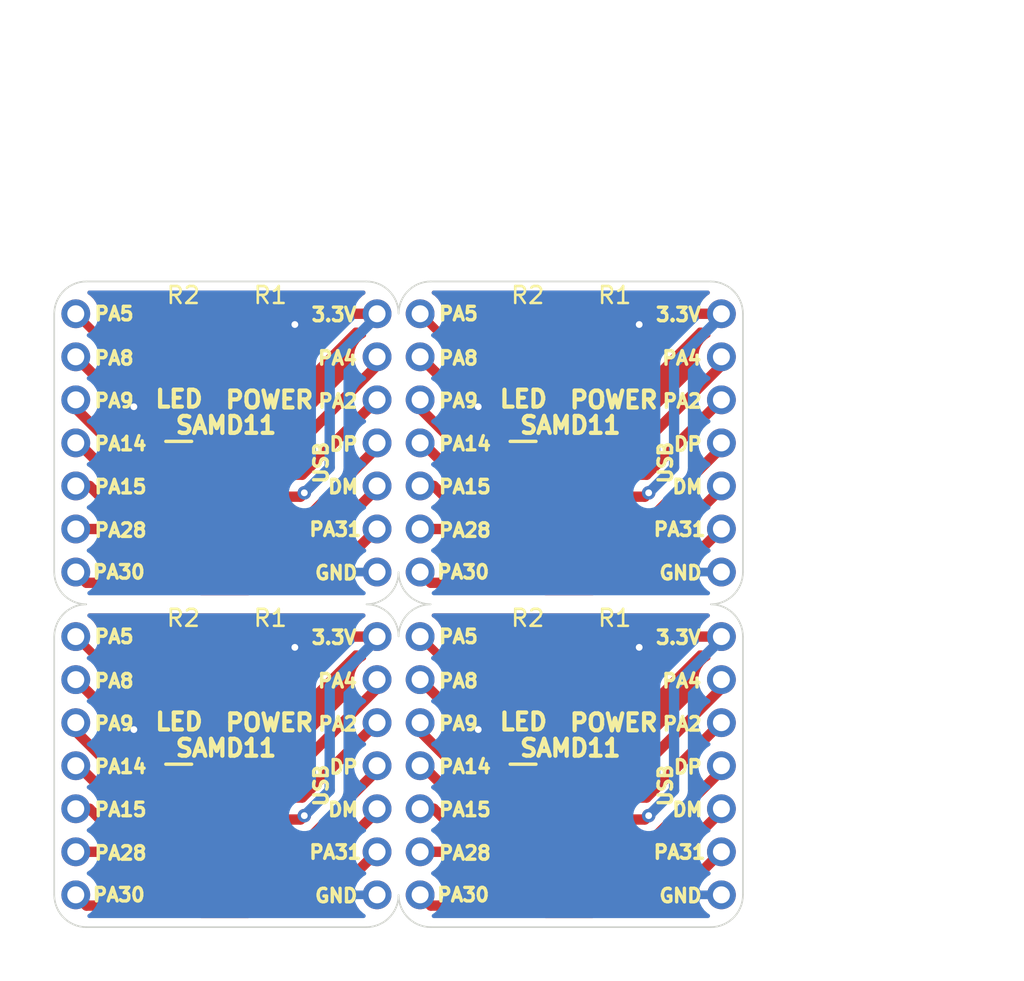
<source format=kicad_pcb>
(kicad_pcb (version 20171130) (host pcbnew 5.1.5-52549c5~86~ubuntu18.04.1)

  (general
    (thickness 1.6)
    (drawings 316)
    (tracks 208)
    (zones 0)
    (modules 28)
    (nets 65)
  )

  (page A4)
  (layers
    (0 F.Cu signal)
    (31 B.Cu signal)
    (32 B.Adhes user)
    (33 F.Adhes user)
    (34 B.Paste user)
    (35 F.Paste user)
    (36 B.SilkS user)
    (37 F.SilkS user)
    (38 B.Mask user)
    (39 F.Mask user)
    (40 Dwgs.User user)
    (41 Cmts.User user)
    (42 Eco1.User user)
    (43 Eco2.User user)
    (44 Edge.Cuts user)
    (45 Margin user)
    (46 B.CrtYd user)
    (47 F.CrtYd user)
    (48 B.Fab user)
    (49 F.Fab user)
  )

  (setup
    (last_trace_width 0.25)
    (trace_clearance 0.2)
    (zone_clearance 0.508)
    (zone_45_only no)
    (trace_min 0.2)
    (via_size 0.8)
    (via_drill 0.4)
    (via_min_size 0.4)
    (via_min_drill 0.3)
    (uvia_size 0.3)
    (uvia_drill 0.1)
    (uvias_allowed no)
    (uvia_min_size 0.2)
    (uvia_min_drill 0.1)
    (edge_width 0.05)
    (segment_width 0.2)
    (pcb_text_width 0.3)
    (pcb_text_size 1.5 1.5)
    (mod_edge_width 0.12)
    (mod_text_size 1 1)
    (mod_text_width 0.15)
    (pad_size 1.524 1.524)
    (pad_drill 0.762)
    (pad_to_mask_clearance 0.051)
    (solder_mask_min_width 0.25)
    (aux_axis_origin 0 0)
    (visible_elements FFFFFF7F)
    (pcbplotparams
      (layerselection 0x010fc_ffffffff)
      (usegerberextensions false)
      (usegerberattributes false)
      (usegerberadvancedattributes false)
      (creategerberjobfile false)
      (excludeedgelayer true)
      (linewidth 0.150000)
      (plotframeref false)
      (viasonmask false)
      (mode 1)
      (useauxorigin false)
      (hpglpennumber 1)
      (hpglpenspeed 20)
      (hpglpendiameter 15.000000)
      (psnegative false)
      (psa4output false)
      (plotreference true)
      (plotvalue true)
      (plotinvisibletext false)
      (padsonsilk false)
      (subtractmaskfromsilk false)
      (outputformat 1)
      (mirror false)
      (drillshape 1)
      (scaleselection 1)
      (outputdirectory ""))
  )

  (net 0 "")
  (net 1 Board_1-+3V3)
  (net 2 Board_1-/PA02)
  (net 3 Board_1-/PA04)
  (net 4 Board_1-/PA05)
  (net 5 Board_1-/PA08)
  (net 6 Board_1-/PA09)
  (net 7 Board_1-/PA14)
  (net 8 Board_1-/PA15)
  (net 9 Board_1-/PA24)
  (net 10 Board_1-/PA25)
  (net 11 Board_1-/PA28)
  (net 12 Board_1-/PA30)
  (net 13 Board_1-/PA31)
  (net 14 Board_1-GND)
  (net 15 "Board_1-Net-(D1-Pad1)")
  (net 16 "Board_1-Net-(D2-Pad1)")
  (net 17 Board_2-+3V3)
  (net 18 Board_2-/PA02)
  (net 19 Board_2-/PA04)
  (net 20 Board_2-/PA05)
  (net 21 Board_2-/PA08)
  (net 22 Board_2-/PA09)
  (net 23 Board_2-/PA14)
  (net 24 Board_2-/PA15)
  (net 25 Board_2-/PA24)
  (net 26 Board_2-/PA25)
  (net 27 Board_2-/PA28)
  (net 28 Board_2-/PA30)
  (net 29 Board_2-/PA31)
  (net 30 Board_2-GND)
  (net 31 "Board_2-Net-(D1-Pad1)")
  (net 32 "Board_2-Net-(D2-Pad1)")
  (net 33 Board_3-+3V3)
  (net 34 Board_3-/PA02)
  (net 35 Board_3-/PA04)
  (net 36 Board_3-/PA05)
  (net 37 Board_3-/PA08)
  (net 38 Board_3-/PA09)
  (net 39 Board_3-/PA14)
  (net 40 Board_3-/PA15)
  (net 41 Board_3-/PA24)
  (net 42 Board_3-/PA25)
  (net 43 Board_3-/PA28)
  (net 44 Board_3-/PA30)
  (net 45 Board_3-/PA31)
  (net 46 Board_3-GND)
  (net 47 "Board_3-Net-(D1-Pad1)")
  (net 48 "Board_3-Net-(D2-Pad1)")
  (net 49 Board_4-+3V3)
  (net 50 Board_4-/PA02)
  (net 51 Board_4-/PA04)
  (net 52 Board_4-/PA05)
  (net 53 Board_4-/PA08)
  (net 54 Board_4-/PA09)
  (net 55 Board_4-/PA14)
  (net 56 Board_4-/PA15)
  (net 57 Board_4-/PA24)
  (net 58 Board_4-/PA25)
  (net 59 Board_4-/PA28)
  (net 60 Board_4-/PA30)
  (net 61 Board_4-/PA31)
  (net 62 Board_4-GND)
  (net 63 "Board_4-Net-(D1-Pad1)")
  (net 64 "Board_4-Net-(D2-Pad1)")

  (net_class Default "This is the default net class."
    (clearance 0.2)
    (trace_width 0.25)
    (via_dia 0.8)
    (via_drill 0.4)
    (uvia_dia 0.3)
    (uvia_drill 0.1)
    (add_net Board_1-+3V3)
    (add_net Board_1-/PA02)
    (add_net Board_1-/PA04)
    (add_net Board_1-/PA05)
    (add_net Board_1-/PA08)
    (add_net Board_1-/PA09)
    (add_net Board_1-/PA14)
    (add_net Board_1-/PA15)
    (add_net Board_1-/PA24)
    (add_net Board_1-/PA25)
    (add_net Board_1-/PA28)
    (add_net Board_1-/PA30)
    (add_net Board_1-/PA31)
    (add_net Board_1-GND)
    (add_net "Board_1-Net-(D1-Pad1)")
    (add_net "Board_1-Net-(D2-Pad1)")
    (add_net Board_2-+3V3)
    (add_net Board_2-/PA02)
    (add_net Board_2-/PA04)
    (add_net Board_2-/PA05)
    (add_net Board_2-/PA08)
    (add_net Board_2-/PA09)
    (add_net Board_2-/PA14)
    (add_net Board_2-/PA15)
    (add_net Board_2-/PA24)
    (add_net Board_2-/PA25)
    (add_net Board_2-/PA28)
    (add_net Board_2-/PA30)
    (add_net Board_2-/PA31)
    (add_net Board_2-GND)
    (add_net "Board_2-Net-(D1-Pad1)")
    (add_net "Board_2-Net-(D2-Pad1)")
    (add_net Board_3-+3V3)
    (add_net Board_3-/PA02)
    (add_net Board_3-/PA04)
    (add_net Board_3-/PA05)
    (add_net Board_3-/PA08)
    (add_net Board_3-/PA09)
    (add_net Board_3-/PA14)
    (add_net Board_3-/PA15)
    (add_net Board_3-/PA24)
    (add_net Board_3-/PA25)
    (add_net Board_3-/PA28)
    (add_net Board_3-/PA30)
    (add_net Board_3-/PA31)
    (add_net Board_3-GND)
    (add_net "Board_3-Net-(D1-Pad1)")
    (add_net "Board_3-Net-(D2-Pad1)")
    (add_net Board_4-+3V3)
    (add_net Board_4-/PA02)
    (add_net Board_4-/PA04)
    (add_net Board_4-/PA05)
    (add_net Board_4-/PA08)
    (add_net Board_4-/PA09)
    (add_net Board_4-/PA14)
    (add_net Board_4-/PA15)
    (add_net Board_4-/PA24)
    (add_net Board_4-/PA25)
    (add_net Board_4-/PA28)
    (add_net Board_4-/PA30)
    (add_net Board_4-/PA31)
    (add_net Board_4-GND)
    (add_net "Board_4-Net-(D1-Pad1)")
    (add_net "Board_4-Net-(D2-Pad1)")
  )

  (module SamD11_Breakout:SOIC127P600X175-14N (layer F.Cu) (tedit 5DFF142D) (tstamp 5E9D1FFF)
    (at 80.378408 82.994609)
    (descr "14-pin SOIC150")
    (tags "Integrated Circuit")
    (path /5DFE6907)
    (attr smd)
    (fp_text reference IC2 (at 0 0) (layer F.Fab)
      (effects (font (size 1.27 1.27) (thickness 0.254)))
    )
    (fp_text value ATSAMD11C14A-SSUT (at 0 0) (layer B.Fab) hide
      (effects (font (size 1.27 1.27) (thickness 0.254)))
    )
    (fp_text user %R (at 0 0) (layer F.Fab) hide
      (effects (font (size 1.27 1.27) (thickness 0.254)))
    )
    (fp_line (start -3.725 -4.625) (end 3.725 -4.625) (layer F.CrtYd) (width 0.05))
    (fp_line (start 3.725 -4.625) (end 3.725 4.625) (layer F.CrtYd) (width 0.05))
    (fp_line (start 3.725 4.625) (end -3.725 4.625) (layer F.CrtYd) (width 0.05))
    (fp_line (start -3.725 4.625) (end -3.725 -4.625) (layer F.CrtYd) (width 0.05))
    (fp_line (start -1.95 -4.325) (end 1.95 -4.325) (layer F.Fab) (width 0.1))
    (fp_line (start 1.95 -4.325) (end 1.95 4.325) (layer F.Fab) (width 0.1))
    (fp_line (start 1.95 4.325) (end -1.95 4.325) (layer F.Fab) (width 0.1))
    (fp_line (start -1.95 4.325) (end -1.95 -4.325) (layer F.Fab) (width 0.1))
    (fp_line (start -1.95 -3.055) (end -0.68 -4.325) (layer F.Fab) (width 0.1))
    (fp_line (start -3.475 -4.51) (end -1.95 -4.51) (layer F.SilkS) (width 0.2))
    (pad 1 smd rect (at -2.712 -3.81 90) (size 0.7 1.525) (layers F.Cu F.Paste F.Mask)
      (net 52 Board_4-/PA05))
    (pad 2 smd rect (at -2.712 -2.54 90) (size 0.7 1.525) (layers F.Cu F.Paste F.Mask)
      (net 53 Board_4-/PA08))
    (pad 3 smd rect (at -2.712 -1.27 90) (size 0.7 1.525) (layers F.Cu F.Paste F.Mask)
      (net 54 Board_4-/PA09))
    (pad 4 smd rect (at -2.712 0 90) (size 0.7 1.525) (layers F.Cu F.Paste F.Mask)
      (net 55 Board_4-/PA14))
    (pad 5 smd rect (at -2.712 1.27 90) (size 0.7 1.525) (layers F.Cu F.Paste F.Mask)
      (net 56 Board_4-/PA15))
    (pad 6 smd rect (at -2.712 2.54 90) (size 0.7 1.525) (layers F.Cu F.Paste F.Mask)
      (net 59 Board_4-/PA28))
    (pad 7 smd rect (at -2.712 3.81 90) (size 0.7 1.525) (layers F.Cu F.Paste F.Mask)
      (net 60 Board_4-/PA30))
    (pad 8 smd rect (at 2.712 3.81 90) (size 0.7 1.525) (layers F.Cu F.Paste F.Mask)
      (net 61 Board_4-/PA31))
    (pad 9 smd rect (at 2.712 2.54 90) (size 0.7 1.525) (layers F.Cu F.Paste F.Mask)
      (net 57 Board_4-/PA24))
    (pad 10 smd rect (at 2.712 1.27 90) (size 0.7 1.525) (layers F.Cu F.Paste F.Mask)
      (net 58 Board_4-/PA25))
    (pad 11 smd rect (at 2.712 0 90) (size 0.7 1.525) (layers F.Cu F.Paste F.Mask)
      (net 62 Board_4-GND))
    (pad 12 smd rect (at 2.712 -1.27 90) (size 0.7 1.525) (layers F.Cu F.Paste F.Mask)
      (net 49 Board_4-+3V3))
    (pad 13 smd rect (at 2.712 -2.54 90) (size 0.7 1.525) (layers F.Cu F.Paste F.Mask)
      (net 50 Board_4-/PA02))
    (pad 14 smd rect (at 2.712 -3.81 90) (size 0.7 1.525) (layers F.Cu F.Paste F.Mask)
      (net 51 Board_4-/PA04))
    (model ${KISYS3DMOD}/SamacSys_Parts.3dshapes/ATSAMD11C14A-SSUT.stp
      (at (xyz 0 0 0))
      (scale (xyz 1 1 1))
      (rotate (xyz 0 0 0))
    )
  )

  (module SamD11_Breakout:LED_1206_3216Metric_Pad1.42x1.75mm_HandSolder (layer F.Cu) (tedit 5DFEFECF) (tstamp 5E9D1FF4)
    (at 77.940008 74.130009 180)
    (descr "LED SMD 1206 (3216 Metric), square (rectangular) end terminal, IPC_7351 nominal, (Body size source: http://www.tortai-tech.com/upload/download/2011102023233369053.pdf), generated with kicad-footprint-generator")
    (tags "LED handsolder")
    (path /5E0F37D7)
    (attr smd)
    (fp_text reference D2 (at 0 -1.82) (layer F.Fab)
      (effects (font (size 1 1) (thickness 0.15)))
    )
    (fp_text value LED (at 0.254 -1.8542) (layer F.SilkS)
      (effects (font (size 1 1) (thickness 0.25)))
    )
    (fp_text user %R (at 0 0) (layer F.Fab)
      (effects (font (size 0.8 0.8) (thickness 0.12)))
    )
    (fp_line (start 1.6 0.8) (end 1.6 -0.8) (layer F.Fab) (width 0.1))
    (fp_line (start -1.6 0.8) (end 1.6 0.8) (layer F.Fab) (width 0.1))
    (fp_line (start -1.6 -0.4) (end -1.6 0.8) (layer F.Fab) (width 0.1))
    (fp_line (start -1.2 -0.8) (end -1.6 -0.4) (layer F.Fab) (width 0.1))
    (fp_line (start 1.6 -0.8) (end -1.2 -0.8) (layer F.Fab) (width 0.1))
    (pad 2 smd roundrect (at 1.4875 0 180) (size 1.425 1.75) (layers F.Cu F.Paste F.Mask) (roundrect_rratio 0.175439)
      (net 52 Board_4-/PA05))
    (pad 1 smd roundrect (at -1.4875 0 180) (size 1.425 1.75) (layers F.Cu F.Paste F.Mask) (roundrect_rratio 0.175439)
      (net 64 "Board_4-Net-(D2-Pad1)"))
    (model ${KISYS3DMOD}/LED_SMD.3dshapes/LED_1206_3216Metric.wrl
      (at (xyz 0 0 0))
      (scale (xyz 1 1 1))
      (rotate (xyz 0 0 0))
    )
  )

  (module SamD11_Breakout:LED_1206_3216Metric_Pad1.42x1.75mm_HandSolder (layer F.Cu) (tedit 5DFEFECF) (tstamp 5E9D1FE9)
    (at 83.020008 74.130009)
    (descr "LED SMD 1206 (3216 Metric), square (rectangular) end terminal, IPC_7351 nominal, (Body size source: http://www.tortai-tech.com/upload/download/2011102023233369053.pdf), generated with kicad-footprint-generator")
    (tags "LED handsolder")
    (path /5E0CFB41)
    (attr smd)
    (fp_text reference D1 (at 0 0.1016) (layer F.Fab)
      (effects (font (size 1 1) (thickness 0.15)))
    )
    (fp_text value POWER (at 0 1.905) (layer F.SilkS)
      (effects (font (size 1 1) (thickness 0.25)))
    )
    (fp_text user %R (at 0 0) (layer F.Fab)
      (effects (font (size 0.8 0.8) (thickness 0.12)))
    )
    (fp_line (start 1.6 0.8) (end 1.6 -0.8) (layer F.Fab) (width 0.1))
    (fp_line (start -1.6 0.8) (end 1.6 0.8) (layer F.Fab) (width 0.1))
    (fp_line (start -1.6 -0.4) (end -1.6 0.8) (layer F.Fab) (width 0.1))
    (fp_line (start -1.2 -0.8) (end -1.6 -0.4) (layer F.Fab) (width 0.1))
    (fp_line (start 1.6 -0.8) (end -1.2 -0.8) (layer F.Fab) (width 0.1))
    (pad 2 smd roundrect (at 1.4875 0) (size 1.425 1.75) (layers F.Cu F.Paste F.Mask) (roundrect_rratio 0.175439)
      (net 49 Board_4-+3V3))
    (pad 1 smd roundrect (at -1.4875 0) (size 1.425 1.75) (layers F.Cu F.Paste F.Mask) (roundrect_rratio 0.175439)
      (net 63 "Board_4-Net-(D1-Pad1)"))
    (model ${KISYS3DMOD}/LED_SMD.3dshapes/LED_1206_3216Metric.wrl
      (at (xyz 0 0 0))
      (scale (xyz 1 1 1))
      (rotate (xyz 0 0 0))
    )
  )

  (module SamD11_Breakout:R_1206_3216Metric_Pad1.42x1.75mm_HandSolder (layer F.Cu) (tedit 5DFEFEFF) (tstamp 5E9D1FDF)
    (at 77.940008 71.590009 180)
    (descr "Resistor SMD 1206 (3216 Metric), square (rectangular) end terminal, IPC_7351 nominal with elongated pad for handsoldering. (Body size source: http://www.tortai-tech.com/upload/download/2011102023233369053.pdf), generated with kicad-footprint-generator")
    (tags "resistor handsolder")
    (path /5E0F37E5)
    (attr smd)
    (fp_text reference R2 (at 0 1.7272) (layer F.SilkS)
      (effects (font (size 1 1) (thickness 0.15)))
    )
    (fp_text value 1K (at 0.0254 -0.1016) (layer F.Fab)
      (effects (font (size 1 1) (thickness 0.15)))
    )
    (fp_text user %R (at 0 0) (layer F.Fab)
      (effects (font (size 0.8 0.8) (thickness 0.12)))
    )
    (fp_line (start 1.6 0.8) (end -1.6 0.8) (layer F.Fab) (width 0.1))
    (fp_line (start 1.6 -0.8) (end 1.6 0.8) (layer F.Fab) (width 0.1))
    (fp_line (start -1.6 -0.8) (end 1.6 -0.8) (layer F.Fab) (width 0.1))
    (fp_line (start -1.6 0.8) (end -1.6 -0.8) (layer F.Fab) (width 0.1))
    (pad 2 smd roundrect (at 1.4875 0 180) (size 1.425 1.75) (layers F.Cu F.Paste F.Mask) (roundrect_rratio 0.175439)
      (net 62 Board_4-GND))
    (pad 1 smd roundrect (at -1.4875 0 180) (size 1.425 1.75) (layers F.Cu F.Paste F.Mask) (roundrect_rratio 0.175439)
      (net 64 "Board_4-Net-(D2-Pad1)"))
    (model ${KISYS3DMOD}/Resistor_SMD.3dshapes/R_1206_3216Metric.wrl
      (at (xyz 0 0 0))
      (scale (xyz 1 1 1))
      (rotate (xyz 0 0 0))
    )
  )

  (module SamD11_Breakout:R_1206_3216Metric_Pad1.42x1.75mm_HandSolder (layer F.Cu) (tedit 5DFEFEFF) (tstamp 5E9D1FD5)
    (at 83.020008 71.590009)
    (descr "Resistor SMD 1206 (3216 Metric), square (rectangular) end terminal, IPC_7351 nominal with elongated pad for handsoldering. (Body size source: http://www.tortai-tech.com/upload/download/2011102023233369053.pdf), generated with kicad-footprint-generator")
    (tags "resistor handsolder")
    (path /5E0E631B)
    (attr smd)
    (fp_text reference R1 (at 0.0508 -1.7272) (layer F.SilkS)
      (effects (font (size 1 1) (thickness 0.15)))
    )
    (fp_text value 1K (at 0 0.1016) (layer F.Fab)
      (effects (font (size 1 1) (thickness 0.15)))
    )
    (fp_text user %R (at 0 0) (layer F.Fab)
      (effects (font (size 0.8 0.8) (thickness 0.12)))
    )
    (fp_line (start 1.6 0.8) (end -1.6 0.8) (layer F.Fab) (width 0.1))
    (fp_line (start 1.6 -0.8) (end 1.6 0.8) (layer F.Fab) (width 0.1))
    (fp_line (start -1.6 -0.8) (end 1.6 -0.8) (layer F.Fab) (width 0.1))
    (fp_line (start -1.6 0.8) (end -1.6 -0.8) (layer F.Fab) (width 0.1))
    (pad 2 smd roundrect (at 1.4875 0) (size 1.425 1.75) (layers F.Cu F.Paste F.Mask) (roundrect_rratio 0.175439)
      (net 62 Board_4-GND))
    (pad 1 smd roundrect (at -1.4875 0) (size 1.425 1.75) (layers F.Cu F.Paste F.Mask) (roundrect_rratio 0.175439)
      (net 63 "Board_4-Net-(D1-Pad1)"))
    (model ${KISYS3DMOD}/Resistor_SMD.3dshapes/R_1206_3216Metric.wrl
      (at (xyz 0 0 0))
      (scale (xyz 1 1 1))
      (rotate (xyz 0 0 0))
    )
  )

  (module SamD11_Breakout:PinHeader_1x07_P2.54mm_Vertical (layer F.Cu) (tedit 5DFF2E53) (tstamp 5E9D1FC5)
    (at 89.370008 70.955009)
    (descr "Through hole straight pin header, 1x07, 2.54mm pitch, single row")
    (tags "Through hole pin header THT 1x07 2.54mm single row")
    (path /5E0D8F16)
    (fp_text reference J2 (at 0 -2.33) (layer F.Fab) hide
      (effects (font (size 1 1) (thickness 0.15)))
    )
    (fp_text value Conn_01x07 (at 0 17.57) (layer F.Fab) hide
      (effects (font (size 1 1) (thickness 0.15)))
    )
    (fp_line (start -0.635 -1.27) (end 1.27 -1.27) (layer F.Fab) (width 0.1))
    (fp_line (start 1.27 -1.27) (end 1.27 16.51) (layer F.Fab) (width 0.1))
    (fp_line (start 1.27 16.51) (end -1.27 16.51) (layer F.Fab) (width 0.1))
    (fp_line (start -1.27 16.51) (end -1.27 -0.635) (layer F.Fab) (width 0.1))
    (fp_line (start -1.27 -0.635) (end -0.635 -1.27) (layer F.Fab) (width 0.1))
    (fp_text user %R (at 0 7.62 90) (layer F.Fab)
      (effects (font (size 1 1) (thickness 0.15)))
    )
    (pad 1 thru_hole circle (at 0 0) (size 1.7 1.7) (drill 1) (layers *.Cu *.Mask)
      (net 49 Board_4-+3V3))
    (pad 2 thru_hole oval (at 0 2.54) (size 1.7 1.7) (drill 1) (layers *.Cu *.Mask)
      (net 51 Board_4-/PA04))
    (pad 3 thru_hole oval (at 0 5.08) (size 1.7 1.7) (drill 1) (layers *.Cu *.Mask)
      (net 50 Board_4-/PA02))
    (pad 4 thru_hole oval (at 0 7.62) (size 1.7 1.7) (drill 1) (layers *.Cu *.Mask)
      (net 58 Board_4-/PA25))
    (pad 5 thru_hole oval (at 0 10.16) (size 1.7 1.7) (drill 1) (layers *.Cu *.Mask)
      (net 57 Board_4-/PA24))
    (pad 6 thru_hole oval (at 0 12.7) (size 1.7 1.7) (drill 1) (layers *.Cu *.Mask)
      (net 61 Board_4-/PA31))
    (pad 7 thru_hole oval (at 0 15.24) (size 1.7 1.7) (drill 1) (layers *.Cu *.Mask)
      (net 62 Board_4-GND))
    (model ${KISYS3DMOD}/Connector_PinHeader_2.54mm.3dshapes/PinHeader_1x07_P2.54mm_Vertical.wrl
      (offset (xyz 0 0 -1.7))
      (scale (xyz 1 1 1))
      (rotate (xyz 0 180 0))
    )
  )

  (module SamD11_Breakout:PinHeader_1x07_P2.54mm_Vertical (layer F.Cu) (tedit 5DFF2E53) (tstamp 5E9D1FB5)
    (at 71.590008 70.955009)
    (descr "Through hole straight pin header, 1x07, 2.54mm pitch, single row")
    (tags "Through hole pin header THT 1x07 2.54mm single row")
    (path /5E0E6EF4)
    (fp_text reference J1 (at 0 -2.33) (layer F.Fab) hide
      (effects (font (size 1 1) (thickness 0.15)))
    )
    (fp_text value Conn_01x07 (at 0 17.57) (layer F.Fab) hide
      (effects (font (size 1 1) (thickness 0.15)))
    )
    (fp_line (start -0.635 -1.27) (end 1.27 -1.27) (layer F.Fab) (width 0.1))
    (fp_line (start 1.27 -1.27) (end 1.27 16.51) (layer F.Fab) (width 0.1))
    (fp_line (start 1.27 16.51) (end -1.27 16.51) (layer F.Fab) (width 0.1))
    (fp_line (start -1.27 16.51) (end -1.27 -0.635) (layer F.Fab) (width 0.1))
    (fp_line (start -1.27 -0.635) (end -0.635 -1.27) (layer F.Fab) (width 0.1))
    (fp_text user %R (at 0 7.62 90) (layer F.Fab)
      (effects (font (size 1 1) (thickness 0.15)))
    )
    (pad 1 thru_hole circle (at 0 0) (size 1.7 1.7) (drill 1) (layers *.Cu *.Mask)
      (net 52 Board_4-/PA05))
    (pad 2 thru_hole oval (at 0 2.54) (size 1.7 1.7) (drill 1) (layers *.Cu *.Mask)
      (net 53 Board_4-/PA08))
    (pad 3 thru_hole oval (at 0 5.08) (size 1.7 1.7) (drill 1) (layers *.Cu *.Mask)
      (net 54 Board_4-/PA09))
    (pad 4 thru_hole oval (at 0 7.62) (size 1.7 1.7) (drill 1) (layers *.Cu *.Mask)
      (net 55 Board_4-/PA14))
    (pad 5 thru_hole oval (at 0 10.16) (size 1.7 1.7) (drill 1) (layers *.Cu *.Mask)
      (net 56 Board_4-/PA15))
    (pad 6 thru_hole oval (at 0 12.7) (size 1.7 1.7) (drill 1) (layers *.Cu *.Mask)
      (net 59 Board_4-/PA28))
    (pad 7 thru_hole oval (at 0 15.24) (size 1.7 1.7) (drill 1) (layers *.Cu *.Mask)
      (net 60 Board_4-/PA30))
    (model ${KISYS3DMOD}/Connector_PinHeader_2.54mm.3dshapes/PinHeader_1x07_P2.54mm_Vertical.wrl
      (offset (xyz 0 0 -1.7))
      (scale (xyz 1 1 1))
      (rotate (xyz 0 180 0))
    )
  )

  (module SamD11_Breakout:SOIC127P600X175-14N (layer F.Cu) (tedit 5DFF142D) (tstamp 5E9D1F43)
    (at 60.058401 82.994609)
    (descr "14-pin SOIC150")
    (tags "Integrated Circuit")
    (path /5DFE6907)
    (attr smd)
    (fp_text reference IC2 (at 0 0) (layer F.Fab)
      (effects (font (size 1.27 1.27) (thickness 0.254)))
    )
    (fp_text value ATSAMD11C14A-SSUT (at 0 0) (layer B.Fab) hide
      (effects (font (size 1.27 1.27) (thickness 0.254)))
    )
    (fp_text user %R (at 0 0) (layer F.Fab) hide
      (effects (font (size 1.27 1.27) (thickness 0.254)))
    )
    (fp_line (start -3.725 -4.625) (end 3.725 -4.625) (layer F.CrtYd) (width 0.05))
    (fp_line (start 3.725 -4.625) (end 3.725 4.625) (layer F.CrtYd) (width 0.05))
    (fp_line (start 3.725 4.625) (end -3.725 4.625) (layer F.CrtYd) (width 0.05))
    (fp_line (start -3.725 4.625) (end -3.725 -4.625) (layer F.CrtYd) (width 0.05))
    (fp_line (start -1.95 -4.325) (end 1.95 -4.325) (layer F.Fab) (width 0.1))
    (fp_line (start 1.95 -4.325) (end 1.95 4.325) (layer F.Fab) (width 0.1))
    (fp_line (start 1.95 4.325) (end -1.95 4.325) (layer F.Fab) (width 0.1))
    (fp_line (start -1.95 4.325) (end -1.95 -4.325) (layer F.Fab) (width 0.1))
    (fp_line (start -1.95 -3.055) (end -0.68 -4.325) (layer F.Fab) (width 0.1))
    (fp_line (start -3.475 -4.51) (end -1.95 -4.51) (layer F.SilkS) (width 0.2))
    (pad 1 smd rect (at -2.712 -3.81 90) (size 0.7 1.525) (layers F.Cu F.Paste F.Mask)
      (net 36 Board_3-/PA05))
    (pad 2 smd rect (at -2.712 -2.54 90) (size 0.7 1.525) (layers F.Cu F.Paste F.Mask)
      (net 37 Board_3-/PA08))
    (pad 3 smd rect (at -2.712 -1.27 90) (size 0.7 1.525) (layers F.Cu F.Paste F.Mask)
      (net 38 Board_3-/PA09))
    (pad 4 smd rect (at -2.712 0 90) (size 0.7 1.525) (layers F.Cu F.Paste F.Mask)
      (net 39 Board_3-/PA14))
    (pad 5 smd rect (at -2.712 1.27 90) (size 0.7 1.525) (layers F.Cu F.Paste F.Mask)
      (net 40 Board_3-/PA15))
    (pad 6 smd rect (at -2.712 2.54 90) (size 0.7 1.525) (layers F.Cu F.Paste F.Mask)
      (net 43 Board_3-/PA28))
    (pad 7 smd rect (at -2.712 3.81 90) (size 0.7 1.525) (layers F.Cu F.Paste F.Mask)
      (net 44 Board_3-/PA30))
    (pad 8 smd rect (at 2.712 3.81 90) (size 0.7 1.525) (layers F.Cu F.Paste F.Mask)
      (net 45 Board_3-/PA31))
    (pad 9 smd rect (at 2.712 2.54 90) (size 0.7 1.525) (layers F.Cu F.Paste F.Mask)
      (net 41 Board_3-/PA24))
    (pad 10 smd rect (at 2.712 1.27 90) (size 0.7 1.525) (layers F.Cu F.Paste F.Mask)
      (net 42 Board_3-/PA25))
    (pad 11 smd rect (at 2.712 0 90) (size 0.7 1.525) (layers F.Cu F.Paste F.Mask)
      (net 46 Board_3-GND))
    (pad 12 smd rect (at 2.712 -1.27 90) (size 0.7 1.525) (layers F.Cu F.Paste F.Mask)
      (net 33 Board_3-+3V3))
    (pad 13 smd rect (at 2.712 -2.54 90) (size 0.7 1.525) (layers F.Cu F.Paste F.Mask)
      (net 34 Board_3-/PA02))
    (pad 14 smd rect (at 2.712 -3.81 90) (size 0.7 1.525) (layers F.Cu F.Paste F.Mask)
      (net 35 Board_3-/PA04))
    (model ${KISYS3DMOD}/SamacSys_Parts.3dshapes/ATSAMD11C14A-SSUT.stp
      (at (xyz 0 0 0))
      (scale (xyz 1 1 1))
      (rotate (xyz 0 0 0))
    )
  )

  (module SamD11_Breakout:LED_1206_3216Metric_Pad1.42x1.75mm_HandSolder (layer F.Cu) (tedit 5DFEFECF) (tstamp 5E9D1F38)
    (at 57.620001 74.130009 180)
    (descr "LED SMD 1206 (3216 Metric), square (rectangular) end terminal, IPC_7351 nominal, (Body size source: http://www.tortai-tech.com/upload/download/2011102023233369053.pdf), generated with kicad-footprint-generator")
    (tags "LED handsolder")
    (path /5E0F37D7)
    (attr smd)
    (fp_text reference D2 (at 0 -1.82) (layer F.Fab)
      (effects (font (size 1 1) (thickness 0.15)))
    )
    (fp_text value LED (at 0.254 -1.8542) (layer F.SilkS)
      (effects (font (size 1 1) (thickness 0.25)))
    )
    (fp_text user %R (at 0 0) (layer F.Fab)
      (effects (font (size 0.8 0.8) (thickness 0.12)))
    )
    (fp_line (start 1.6 0.8) (end 1.6 -0.8) (layer F.Fab) (width 0.1))
    (fp_line (start -1.6 0.8) (end 1.6 0.8) (layer F.Fab) (width 0.1))
    (fp_line (start -1.6 -0.4) (end -1.6 0.8) (layer F.Fab) (width 0.1))
    (fp_line (start -1.2 -0.8) (end -1.6 -0.4) (layer F.Fab) (width 0.1))
    (fp_line (start 1.6 -0.8) (end -1.2 -0.8) (layer F.Fab) (width 0.1))
    (pad 2 smd roundrect (at 1.4875 0 180) (size 1.425 1.75) (layers F.Cu F.Paste F.Mask) (roundrect_rratio 0.175439)
      (net 36 Board_3-/PA05))
    (pad 1 smd roundrect (at -1.4875 0 180) (size 1.425 1.75) (layers F.Cu F.Paste F.Mask) (roundrect_rratio 0.175439)
      (net 48 "Board_3-Net-(D2-Pad1)"))
    (model ${KISYS3DMOD}/LED_SMD.3dshapes/LED_1206_3216Metric.wrl
      (at (xyz 0 0 0))
      (scale (xyz 1 1 1))
      (rotate (xyz 0 0 0))
    )
  )

  (module SamD11_Breakout:LED_1206_3216Metric_Pad1.42x1.75mm_HandSolder (layer F.Cu) (tedit 5DFEFECF) (tstamp 5E9D1F2D)
    (at 62.700001 74.130009)
    (descr "LED SMD 1206 (3216 Metric), square (rectangular) end terminal, IPC_7351 nominal, (Body size source: http://www.tortai-tech.com/upload/download/2011102023233369053.pdf), generated with kicad-footprint-generator")
    (tags "LED handsolder")
    (path /5E0CFB41)
    (attr smd)
    (fp_text reference D1 (at 0 0.1016) (layer F.Fab)
      (effects (font (size 1 1) (thickness 0.15)))
    )
    (fp_text value POWER (at 0 1.905) (layer F.SilkS)
      (effects (font (size 1 1) (thickness 0.25)))
    )
    (fp_text user %R (at 0 0) (layer F.Fab)
      (effects (font (size 0.8 0.8) (thickness 0.12)))
    )
    (fp_line (start 1.6 0.8) (end 1.6 -0.8) (layer F.Fab) (width 0.1))
    (fp_line (start -1.6 0.8) (end 1.6 0.8) (layer F.Fab) (width 0.1))
    (fp_line (start -1.6 -0.4) (end -1.6 0.8) (layer F.Fab) (width 0.1))
    (fp_line (start -1.2 -0.8) (end -1.6 -0.4) (layer F.Fab) (width 0.1))
    (fp_line (start 1.6 -0.8) (end -1.2 -0.8) (layer F.Fab) (width 0.1))
    (pad 2 smd roundrect (at 1.4875 0) (size 1.425 1.75) (layers F.Cu F.Paste F.Mask) (roundrect_rratio 0.175439)
      (net 33 Board_3-+3V3))
    (pad 1 smd roundrect (at -1.4875 0) (size 1.425 1.75) (layers F.Cu F.Paste F.Mask) (roundrect_rratio 0.175439)
      (net 47 "Board_3-Net-(D1-Pad1)"))
    (model ${KISYS3DMOD}/LED_SMD.3dshapes/LED_1206_3216Metric.wrl
      (at (xyz 0 0 0))
      (scale (xyz 1 1 1))
      (rotate (xyz 0 0 0))
    )
  )

  (module SamD11_Breakout:R_1206_3216Metric_Pad1.42x1.75mm_HandSolder (layer F.Cu) (tedit 5DFEFEFF) (tstamp 5E9D1F23)
    (at 57.620001 71.590009 180)
    (descr "Resistor SMD 1206 (3216 Metric), square (rectangular) end terminal, IPC_7351 nominal with elongated pad for handsoldering. (Body size source: http://www.tortai-tech.com/upload/download/2011102023233369053.pdf), generated with kicad-footprint-generator")
    (tags "resistor handsolder")
    (path /5E0F37E5)
    (attr smd)
    (fp_text reference R2 (at 0 1.7272) (layer F.SilkS)
      (effects (font (size 1 1) (thickness 0.15)))
    )
    (fp_text value 1K (at 0.0254 -0.1016) (layer F.Fab)
      (effects (font (size 1 1) (thickness 0.15)))
    )
    (fp_text user %R (at 0 0) (layer F.Fab)
      (effects (font (size 0.8 0.8) (thickness 0.12)))
    )
    (fp_line (start 1.6 0.8) (end -1.6 0.8) (layer F.Fab) (width 0.1))
    (fp_line (start 1.6 -0.8) (end 1.6 0.8) (layer F.Fab) (width 0.1))
    (fp_line (start -1.6 -0.8) (end 1.6 -0.8) (layer F.Fab) (width 0.1))
    (fp_line (start -1.6 0.8) (end -1.6 -0.8) (layer F.Fab) (width 0.1))
    (pad 2 smd roundrect (at 1.4875 0 180) (size 1.425 1.75) (layers F.Cu F.Paste F.Mask) (roundrect_rratio 0.175439)
      (net 46 Board_3-GND))
    (pad 1 smd roundrect (at -1.4875 0 180) (size 1.425 1.75) (layers F.Cu F.Paste F.Mask) (roundrect_rratio 0.175439)
      (net 48 "Board_3-Net-(D2-Pad1)"))
    (model ${KISYS3DMOD}/Resistor_SMD.3dshapes/R_1206_3216Metric.wrl
      (at (xyz 0 0 0))
      (scale (xyz 1 1 1))
      (rotate (xyz 0 0 0))
    )
  )

  (module SamD11_Breakout:R_1206_3216Metric_Pad1.42x1.75mm_HandSolder (layer F.Cu) (tedit 5DFEFEFF) (tstamp 5E9D1F19)
    (at 62.700001 71.590009)
    (descr "Resistor SMD 1206 (3216 Metric), square (rectangular) end terminal, IPC_7351 nominal with elongated pad for handsoldering. (Body size source: http://www.tortai-tech.com/upload/download/2011102023233369053.pdf), generated with kicad-footprint-generator")
    (tags "resistor handsolder")
    (path /5E0E631B)
    (attr smd)
    (fp_text reference R1 (at 0.0508 -1.7272) (layer F.SilkS)
      (effects (font (size 1 1) (thickness 0.15)))
    )
    (fp_text value 1K (at 0 0.1016) (layer F.Fab)
      (effects (font (size 1 1) (thickness 0.15)))
    )
    (fp_text user %R (at 0 0) (layer F.Fab)
      (effects (font (size 0.8 0.8) (thickness 0.12)))
    )
    (fp_line (start 1.6 0.8) (end -1.6 0.8) (layer F.Fab) (width 0.1))
    (fp_line (start 1.6 -0.8) (end 1.6 0.8) (layer F.Fab) (width 0.1))
    (fp_line (start -1.6 -0.8) (end 1.6 -0.8) (layer F.Fab) (width 0.1))
    (fp_line (start -1.6 0.8) (end -1.6 -0.8) (layer F.Fab) (width 0.1))
    (pad 2 smd roundrect (at 1.4875 0) (size 1.425 1.75) (layers F.Cu F.Paste F.Mask) (roundrect_rratio 0.175439)
      (net 46 Board_3-GND))
    (pad 1 smd roundrect (at -1.4875 0) (size 1.425 1.75) (layers F.Cu F.Paste F.Mask) (roundrect_rratio 0.175439)
      (net 47 "Board_3-Net-(D1-Pad1)"))
    (model ${KISYS3DMOD}/Resistor_SMD.3dshapes/R_1206_3216Metric.wrl
      (at (xyz 0 0 0))
      (scale (xyz 1 1 1))
      (rotate (xyz 0 0 0))
    )
  )

  (module SamD11_Breakout:PinHeader_1x07_P2.54mm_Vertical (layer F.Cu) (tedit 5DFF2E53) (tstamp 5E9D1F09)
    (at 69.050001 70.955009)
    (descr "Through hole straight pin header, 1x07, 2.54mm pitch, single row")
    (tags "Through hole pin header THT 1x07 2.54mm single row")
    (path /5E0D8F16)
    (fp_text reference J2 (at 0 -2.33) (layer F.Fab) hide
      (effects (font (size 1 1) (thickness 0.15)))
    )
    (fp_text value Conn_01x07 (at 0 17.57) (layer F.Fab) hide
      (effects (font (size 1 1) (thickness 0.15)))
    )
    (fp_line (start -0.635 -1.27) (end 1.27 -1.27) (layer F.Fab) (width 0.1))
    (fp_line (start 1.27 -1.27) (end 1.27 16.51) (layer F.Fab) (width 0.1))
    (fp_line (start 1.27 16.51) (end -1.27 16.51) (layer F.Fab) (width 0.1))
    (fp_line (start -1.27 16.51) (end -1.27 -0.635) (layer F.Fab) (width 0.1))
    (fp_line (start -1.27 -0.635) (end -0.635 -1.27) (layer F.Fab) (width 0.1))
    (fp_text user %R (at 0 7.62 90) (layer F.Fab)
      (effects (font (size 1 1) (thickness 0.15)))
    )
    (pad 1 thru_hole circle (at 0 0) (size 1.7 1.7) (drill 1) (layers *.Cu *.Mask)
      (net 33 Board_3-+3V3))
    (pad 2 thru_hole oval (at 0 2.54) (size 1.7 1.7) (drill 1) (layers *.Cu *.Mask)
      (net 35 Board_3-/PA04))
    (pad 3 thru_hole oval (at 0 5.08) (size 1.7 1.7) (drill 1) (layers *.Cu *.Mask)
      (net 34 Board_3-/PA02))
    (pad 4 thru_hole oval (at 0 7.62) (size 1.7 1.7) (drill 1) (layers *.Cu *.Mask)
      (net 42 Board_3-/PA25))
    (pad 5 thru_hole oval (at 0 10.16) (size 1.7 1.7) (drill 1) (layers *.Cu *.Mask)
      (net 41 Board_3-/PA24))
    (pad 6 thru_hole oval (at 0 12.7) (size 1.7 1.7) (drill 1) (layers *.Cu *.Mask)
      (net 45 Board_3-/PA31))
    (pad 7 thru_hole oval (at 0 15.24) (size 1.7 1.7) (drill 1) (layers *.Cu *.Mask)
      (net 46 Board_3-GND))
    (model ${KISYS3DMOD}/Connector_PinHeader_2.54mm.3dshapes/PinHeader_1x07_P2.54mm_Vertical.wrl
      (offset (xyz 0 0 -1.7))
      (scale (xyz 1 1 1))
      (rotate (xyz 0 180 0))
    )
  )

  (module SamD11_Breakout:PinHeader_1x07_P2.54mm_Vertical (layer F.Cu) (tedit 5DFF2E53) (tstamp 5E9D1EF9)
    (at 51.270001 70.955009)
    (descr "Through hole straight pin header, 1x07, 2.54mm pitch, single row")
    (tags "Through hole pin header THT 1x07 2.54mm single row")
    (path /5E0E6EF4)
    (fp_text reference J1 (at 0 -2.33) (layer F.Fab) hide
      (effects (font (size 1 1) (thickness 0.15)))
    )
    (fp_text value Conn_01x07 (at 0 17.57) (layer F.Fab) hide
      (effects (font (size 1 1) (thickness 0.15)))
    )
    (fp_line (start -0.635 -1.27) (end 1.27 -1.27) (layer F.Fab) (width 0.1))
    (fp_line (start 1.27 -1.27) (end 1.27 16.51) (layer F.Fab) (width 0.1))
    (fp_line (start 1.27 16.51) (end -1.27 16.51) (layer F.Fab) (width 0.1))
    (fp_line (start -1.27 16.51) (end -1.27 -0.635) (layer F.Fab) (width 0.1))
    (fp_line (start -1.27 -0.635) (end -0.635 -1.27) (layer F.Fab) (width 0.1))
    (fp_text user %R (at 0 7.62 90) (layer F.Fab)
      (effects (font (size 1 1) (thickness 0.15)))
    )
    (pad 1 thru_hole circle (at 0 0) (size 1.7 1.7) (drill 1) (layers *.Cu *.Mask)
      (net 36 Board_3-/PA05))
    (pad 2 thru_hole oval (at 0 2.54) (size 1.7 1.7) (drill 1) (layers *.Cu *.Mask)
      (net 37 Board_3-/PA08))
    (pad 3 thru_hole oval (at 0 5.08) (size 1.7 1.7) (drill 1) (layers *.Cu *.Mask)
      (net 38 Board_3-/PA09))
    (pad 4 thru_hole oval (at 0 7.62) (size 1.7 1.7) (drill 1) (layers *.Cu *.Mask)
      (net 39 Board_3-/PA14))
    (pad 5 thru_hole oval (at 0 10.16) (size 1.7 1.7) (drill 1) (layers *.Cu *.Mask)
      (net 40 Board_3-/PA15))
    (pad 6 thru_hole oval (at 0 12.7) (size 1.7 1.7) (drill 1) (layers *.Cu *.Mask)
      (net 43 Board_3-/PA28))
    (pad 7 thru_hole oval (at 0 15.24) (size 1.7 1.7) (drill 1) (layers *.Cu *.Mask)
      (net 44 Board_3-/PA30))
    (model ${KISYS3DMOD}/Connector_PinHeader_2.54mm.3dshapes/PinHeader_1x07_P2.54mm_Vertical.wrl
      (offset (xyz 0 0 -1.7))
      (scale (xyz 1 1 1))
      (rotate (xyz 0 180 0))
    )
  )

  (module SamD11_Breakout:SOIC127P600X175-14N (layer F.Cu) (tedit 5DFF142D) (tstamp 5E9D1E87)
    (at 80.378408 63.944601)
    (descr "14-pin SOIC150")
    (tags "Integrated Circuit")
    (path /5DFE6907)
    (attr smd)
    (fp_text reference IC2 (at 0 0) (layer F.Fab)
      (effects (font (size 1.27 1.27) (thickness 0.254)))
    )
    (fp_text value ATSAMD11C14A-SSUT (at 0 0) (layer B.Fab) hide
      (effects (font (size 1.27 1.27) (thickness 0.254)))
    )
    (fp_text user %R (at 0 0) (layer F.Fab) hide
      (effects (font (size 1.27 1.27) (thickness 0.254)))
    )
    (fp_line (start -3.725 -4.625) (end 3.725 -4.625) (layer F.CrtYd) (width 0.05))
    (fp_line (start 3.725 -4.625) (end 3.725 4.625) (layer F.CrtYd) (width 0.05))
    (fp_line (start 3.725 4.625) (end -3.725 4.625) (layer F.CrtYd) (width 0.05))
    (fp_line (start -3.725 4.625) (end -3.725 -4.625) (layer F.CrtYd) (width 0.05))
    (fp_line (start -1.95 -4.325) (end 1.95 -4.325) (layer F.Fab) (width 0.1))
    (fp_line (start 1.95 -4.325) (end 1.95 4.325) (layer F.Fab) (width 0.1))
    (fp_line (start 1.95 4.325) (end -1.95 4.325) (layer F.Fab) (width 0.1))
    (fp_line (start -1.95 4.325) (end -1.95 -4.325) (layer F.Fab) (width 0.1))
    (fp_line (start -1.95 -3.055) (end -0.68 -4.325) (layer F.Fab) (width 0.1))
    (fp_line (start -3.475 -4.51) (end -1.95 -4.51) (layer F.SilkS) (width 0.2))
    (pad 1 smd rect (at -2.712 -3.81 90) (size 0.7 1.525) (layers F.Cu F.Paste F.Mask)
      (net 20 Board_2-/PA05))
    (pad 2 smd rect (at -2.712 -2.54 90) (size 0.7 1.525) (layers F.Cu F.Paste F.Mask)
      (net 21 Board_2-/PA08))
    (pad 3 smd rect (at -2.712 -1.27 90) (size 0.7 1.525) (layers F.Cu F.Paste F.Mask)
      (net 22 Board_2-/PA09))
    (pad 4 smd rect (at -2.712 0 90) (size 0.7 1.525) (layers F.Cu F.Paste F.Mask)
      (net 23 Board_2-/PA14))
    (pad 5 smd rect (at -2.712 1.27 90) (size 0.7 1.525) (layers F.Cu F.Paste F.Mask)
      (net 24 Board_2-/PA15))
    (pad 6 smd rect (at -2.712 2.54 90) (size 0.7 1.525) (layers F.Cu F.Paste F.Mask)
      (net 27 Board_2-/PA28))
    (pad 7 smd rect (at -2.712 3.81 90) (size 0.7 1.525) (layers F.Cu F.Paste F.Mask)
      (net 28 Board_2-/PA30))
    (pad 8 smd rect (at 2.712 3.81 90) (size 0.7 1.525) (layers F.Cu F.Paste F.Mask)
      (net 29 Board_2-/PA31))
    (pad 9 smd rect (at 2.712 2.54 90) (size 0.7 1.525) (layers F.Cu F.Paste F.Mask)
      (net 25 Board_2-/PA24))
    (pad 10 smd rect (at 2.712 1.27 90) (size 0.7 1.525) (layers F.Cu F.Paste F.Mask)
      (net 26 Board_2-/PA25))
    (pad 11 smd rect (at 2.712 0 90) (size 0.7 1.525) (layers F.Cu F.Paste F.Mask)
      (net 30 Board_2-GND))
    (pad 12 smd rect (at 2.712 -1.27 90) (size 0.7 1.525) (layers F.Cu F.Paste F.Mask)
      (net 17 Board_2-+3V3))
    (pad 13 smd rect (at 2.712 -2.54 90) (size 0.7 1.525) (layers F.Cu F.Paste F.Mask)
      (net 18 Board_2-/PA02))
    (pad 14 smd rect (at 2.712 -3.81 90) (size 0.7 1.525) (layers F.Cu F.Paste F.Mask)
      (net 19 Board_2-/PA04))
    (model ${KISYS3DMOD}/SamacSys_Parts.3dshapes/ATSAMD11C14A-SSUT.stp
      (at (xyz 0 0 0))
      (scale (xyz 1 1 1))
      (rotate (xyz 0 0 0))
    )
  )

  (module SamD11_Breakout:LED_1206_3216Metric_Pad1.42x1.75mm_HandSolder (layer F.Cu) (tedit 5DFEFECF) (tstamp 5E9D1E7C)
    (at 77.940008 55.080001 180)
    (descr "LED SMD 1206 (3216 Metric), square (rectangular) end terminal, IPC_7351 nominal, (Body size source: http://www.tortai-tech.com/upload/download/2011102023233369053.pdf), generated with kicad-footprint-generator")
    (tags "LED handsolder")
    (path /5E0F37D7)
    (attr smd)
    (fp_text reference D2 (at 0 -1.82) (layer F.Fab)
      (effects (font (size 1 1) (thickness 0.15)))
    )
    (fp_text value LED (at 0.254 -1.8542) (layer F.SilkS)
      (effects (font (size 1 1) (thickness 0.25)))
    )
    (fp_text user %R (at 0 0) (layer F.Fab)
      (effects (font (size 0.8 0.8) (thickness 0.12)))
    )
    (fp_line (start 1.6 0.8) (end 1.6 -0.8) (layer F.Fab) (width 0.1))
    (fp_line (start -1.6 0.8) (end 1.6 0.8) (layer F.Fab) (width 0.1))
    (fp_line (start -1.6 -0.4) (end -1.6 0.8) (layer F.Fab) (width 0.1))
    (fp_line (start -1.2 -0.8) (end -1.6 -0.4) (layer F.Fab) (width 0.1))
    (fp_line (start 1.6 -0.8) (end -1.2 -0.8) (layer F.Fab) (width 0.1))
    (pad 2 smd roundrect (at 1.4875 0 180) (size 1.425 1.75) (layers F.Cu F.Paste F.Mask) (roundrect_rratio 0.175439)
      (net 20 Board_2-/PA05))
    (pad 1 smd roundrect (at -1.4875 0 180) (size 1.425 1.75) (layers F.Cu F.Paste F.Mask) (roundrect_rratio 0.175439)
      (net 32 "Board_2-Net-(D2-Pad1)"))
    (model ${KISYS3DMOD}/LED_SMD.3dshapes/LED_1206_3216Metric.wrl
      (at (xyz 0 0 0))
      (scale (xyz 1 1 1))
      (rotate (xyz 0 0 0))
    )
  )

  (module SamD11_Breakout:LED_1206_3216Metric_Pad1.42x1.75mm_HandSolder (layer F.Cu) (tedit 5DFEFECF) (tstamp 5E9D1E71)
    (at 83.020008 55.080001)
    (descr "LED SMD 1206 (3216 Metric), square (rectangular) end terminal, IPC_7351 nominal, (Body size source: http://www.tortai-tech.com/upload/download/2011102023233369053.pdf), generated with kicad-footprint-generator")
    (tags "LED handsolder")
    (path /5E0CFB41)
    (attr smd)
    (fp_text reference D1 (at 0 0.1016) (layer F.Fab)
      (effects (font (size 1 1) (thickness 0.15)))
    )
    (fp_text value POWER (at 0 1.905) (layer F.SilkS)
      (effects (font (size 1 1) (thickness 0.25)))
    )
    (fp_text user %R (at 0 0) (layer F.Fab)
      (effects (font (size 0.8 0.8) (thickness 0.12)))
    )
    (fp_line (start 1.6 0.8) (end 1.6 -0.8) (layer F.Fab) (width 0.1))
    (fp_line (start -1.6 0.8) (end 1.6 0.8) (layer F.Fab) (width 0.1))
    (fp_line (start -1.6 -0.4) (end -1.6 0.8) (layer F.Fab) (width 0.1))
    (fp_line (start -1.2 -0.8) (end -1.6 -0.4) (layer F.Fab) (width 0.1))
    (fp_line (start 1.6 -0.8) (end -1.2 -0.8) (layer F.Fab) (width 0.1))
    (pad 2 smd roundrect (at 1.4875 0) (size 1.425 1.75) (layers F.Cu F.Paste F.Mask) (roundrect_rratio 0.175439)
      (net 17 Board_2-+3V3))
    (pad 1 smd roundrect (at -1.4875 0) (size 1.425 1.75) (layers F.Cu F.Paste F.Mask) (roundrect_rratio 0.175439)
      (net 31 "Board_2-Net-(D1-Pad1)"))
    (model ${KISYS3DMOD}/LED_SMD.3dshapes/LED_1206_3216Metric.wrl
      (at (xyz 0 0 0))
      (scale (xyz 1 1 1))
      (rotate (xyz 0 0 0))
    )
  )

  (module SamD11_Breakout:R_1206_3216Metric_Pad1.42x1.75mm_HandSolder (layer F.Cu) (tedit 5DFEFEFF) (tstamp 5E9D1E67)
    (at 77.940008 52.540001 180)
    (descr "Resistor SMD 1206 (3216 Metric), square (rectangular) end terminal, IPC_7351 nominal with elongated pad for handsoldering. (Body size source: http://www.tortai-tech.com/upload/download/2011102023233369053.pdf), generated with kicad-footprint-generator")
    (tags "resistor handsolder")
    (path /5E0F37E5)
    (attr smd)
    (fp_text reference R2 (at 0 1.7272) (layer F.SilkS)
      (effects (font (size 1 1) (thickness 0.15)))
    )
    (fp_text value 1K (at 0.0254 -0.1016) (layer F.Fab)
      (effects (font (size 1 1) (thickness 0.15)))
    )
    (fp_text user %R (at 0 0) (layer F.Fab)
      (effects (font (size 0.8 0.8) (thickness 0.12)))
    )
    (fp_line (start 1.6 0.8) (end -1.6 0.8) (layer F.Fab) (width 0.1))
    (fp_line (start 1.6 -0.8) (end 1.6 0.8) (layer F.Fab) (width 0.1))
    (fp_line (start -1.6 -0.8) (end 1.6 -0.8) (layer F.Fab) (width 0.1))
    (fp_line (start -1.6 0.8) (end -1.6 -0.8) (layer F.Fab) (width 0.1))
    (pad 2 smd roundrect (at 1.4875 0 180) (size 1.425 1.75) (layers F.Cu F.Paste F.Mask) (roundrect_rratio 0.175439)
      (net 30 Board_2-GND))
    (pad 1 smd roundrect (at -1.4875 0 180) (size 1.425 1.75) (layers F.Cu F.Paste F.Mask) (roundrect_rratio 0.175439)
      (net 32 "Board_2-Net-(D2-Pad1)"))
    (model ${KISYS3DMOD}/Resistor_SMD.3dshapes/R_1206_3216Metric.wrl
      (at (xyz 0 0 0))
      (scale (xyz 1 1 1))
      (rotate (xyz 0 0 0))
    )
  )

  (module SamD11_Breakout:R_1206_3216Metric_Pad1.42x1.75mm_HandSolder (layer F.Cu) (tedit 5DFEFEFF) (tstamp 5E9D1E5D)
    (at 83.020008 52.540001)
    (descr "Resistor SMD 1206 (3216 Metric), square (rectangular) end terminal, IPC_7351 nominal with elongated pad for handsoldering. (Body size source: http://www.tortai-tech.com/upload/download/2011102023233369053.pdf), generated with kicad-footprint-generator")
    (tags "resistor handsolder")
    (path /5E0E631B)
    (attr smd)
    (fp_text reference R1 (at 0.0508 -1.7272) (layer F.SilkS)
      (effects (font (size 1 1) (thickness 0.15)))
    )
    (fp_text value 1K (at 0 0.1016) (layer F.Fab)
      (effects (font (size 1 1) (thickness 0.15)))
    )
    (fp_text user %R (at 0 0) (layer F.Fab)
      (effects (font (size 0.8 0.8) (thickness 0.12)))
    )
    (fp_line (start 1.6 0.8) (end -1.6 0.8) (layer F.Fab) (width 0.1))
    (fp_line (start 1.6 -0.8) (end 1.6 0.8) (layer F.Fab) (width 0.1))
    (fp_line (start -1.6 -0.8) (end 1.6 -0.8) (layer F.Fab) (width 0.1))
    (fp_line (start -1.6 0.8) (end -1.6 -0.8) (layer F.Fab) (width 0.1))
    (pad 2 smd roundrect (at 1.4875 0) (size 1.425 1.75) (layers F.Cu F.Paste F.Mask) (roundrect_rratio 0.175439)
      (net 30 Board_2-GND))
    (pad 1 smd roundrect (at -1.4875 0) (size 1.425 1.75) (layers F.Cu F.Paste F.Mask) (roundrect_rratio 0.175439)
      (net 31 "Board_2-Net-(D1-Pad1)"))
    (model ${KISYS3DMOD}/Resistor_SMD.3dshapes/R_1206_3216Metric.wrl
      (at (xyz 0 0 0))
      (scale (xyz 1 1 1))
      (rotate (xyz 0 0 0))
    )
  )

  (module SamD11_Breakout:PinHeader_1x07_P2.54mm_Vertical (layer F.Cu) (tedit 5DFF2E53) (tstamp 5E9D1E4D)
    (at 89.370008 51.905001)
    (descr "Through hole straight pin header, 1x07, 2.54mm pitch, single row")
    (tags "Through hole pin header THT 1x07 2.54mm single row")
    (path /5E0D8F16)
    (fp_text reference J2 (at 0 -2.33) (layer F.Fab) hide
      (effects (font (size 1 1) (thickness 0.15)))
    )
    (fp_text value Conn_01x07 (at 0 17.57) (layer F.Fab) hide
      (effects (font (size 1 1) (thickness 0.15)))
    )
    (fp_line (start -0.635 -1.27) (end 1.27 -1.27) (layer F.Fab) (width 0.1))
    (fp_line (start 1.27 -1.27) (end 1.27 16.51) (layer F.Fab) (width 0.1))
    (fp_line (start 1.27 16.51) (end -1.27 16.51) (layer F.Fab) (width 0.1))
    (fp_line (start -1.27 16.51) (end -1.27 -0.635) (layer F.Fab) (width 0.1))
    (fp_line (start -1.27 -0.635) (end -0.635 -1.27) (layer F.Fab) (width 0.1))
    (fp_text user %R (at 0 7.62 90) (layer F.Fab)
      (effects (font (size 1 1) (thickness 0.15)))
    )
    (pad 1 thru_hole circle (at 0 0) (size 1.7 1.7) (drill 1) (layers *.Cu *.Mask)
      (net 17 Board_2-+3V3))
    (pad 2 thru_hole oval (at 0 2.54) (size 1.7 1.7) (drill 1) (layers *.Cu *.Mask)
      (net 19 Board_2-/PA04))
    (pad 3 thru_hole oval (at 0 5.08) (size 1.7 1.7) (drill 1) (layers *.Cu *.Mask)
      (net 18 Board_2-/PA02))
    (pad 4 thru_hole oval (at 0 7.62) (size 1.7 1.7) (drill 1) (layers *.Cu *.Mask)
      (net 26 Board_2-/PA25))
    (pad 5 thru_hole oval (at 0 10.16) (size 1.7 1.7) (drill 1) (layers *.Cu *.Mask)
      (net 25 Board_2-/PA24))
    (pad 6 thru_hole oval (at 0 12.7) (size 1.7 1.7) (drill 1) (layers *.Cu *.Mask)
      (net 29 Board_2-/PA31))
    (pad 7 thru_hole oval (at 0 15.24) (size 1.7 1.7) (drill 1) (layers *.Cu *.Mask)
      (net 30 Board_2-GND))
    (model ${KISYS3DMOD}/Connector_PinHeader_2.54mm.3dshapes/PinHeader_1x07_P2.54mm_Vertical.wrl
      (offset (xyz 0 0 -1.7))
      (scale (xyz 1 1 1))
      (rotate (xyz 0 180 0))
    )
  )

  (module SamD11_Breakout:PinHeader_1x07_P2.54mm_Vertical (layer F.Cu) (tedit 5DFF2E53) (tstamp 5E9D1E3D)
    (at 71.590008 51.905001)
    (descr "Through hole straight pin header, 1x07, 2.54mm pitch, single row")
    (tags "Through hole pin header THT 1x07 2.54mm single row")
    (path /5E0E6EF4)
    (fp_text reference J1 (at 0 -2.33) (layer F.Fab) hide
      (effects (font (size 1 1) (thickness 0.15)))
    )
    (fp_text value Conn_01x07 (at 0 17.57) (layer F.Fab) hide
      (effects (font (size 1 1) (thickness 0.15)))
    )
    (fp_line (start -0.635 -1.27) (end 1.27 -1.27) (layer F.Fab) (width 0.1))
    (fp_line (start 1.27 -1.27) (end 1.27 16.51) (layer F.Fab) (width 0.1))
    (fp_line (start 1.27 16.51) (end -1.27 16.51) (layer F.Fab) (width 0.1))
    (fp_line (start -1.27 16.51) (end -1.27 -0.635) (layer F.Fab) (width 0.1))
    (fp_line (start -1.27 -0.635) (end -0.635 -1.27) (layer F.Fab) (width 0.1))
    (fp_text user %R (at 0 7.62 90) (layer F.Fab)
      (effects (font (size 1 1) (thickness 0.15)))
    )
    (pad 1 thru_hole circle (at 0 0) (size 1.7 1.7) (drill 1) (layers *.Cu *.Mask)
      (net 20 Board_2-/PA05))
    (pad 2 thru_hole oval (at 0 2.54) (size 1.7 1.7) (drill 1) (layers *.Cu *.Mask)
      (net 21 Board_2-/PA08))
    (pad 3 thru_hole oval (at 0 5.08) (size 1.7 1.7) (drill 1) (layers *.Cu *.Mask)
      (net 22 Board_2-/PA09))
    (pad 4 thru_hole oval (at 0 7.62) (size 1.7 1.7) (drill 1) (layers *.Cu *.Mask)
      (net 23 Board_2-/PA14))
    (pad 5 thru_hole oval (at 0 10.16) (size 1.7 1.7) (drill 1) (layers *.Cu *.Mask)
      (net 24 Board_2-/PA15))
    (pad 6 thru_hole oval (at 0 12.7) (size 1.7 1.7) (drill 1) (layers *.Cu *.Mask)
      (net 27 Board_2-/PA28))
    (pad 7 thru_hole oval (at 0 15.24) (size 1.7 1.7) (drill 1) (layers *.Cu *.Mask)
      (net 28 Board_2-/PA30))
    (model ${KISYS3DMOD}/Connector_PinHeader_2.54mm.3dshapes/PinHeader_1x07_P2.54mm_Vertical.wrl
      (offset (xyz 0 0 -1.7))
      (scale (xyz 1 1 1))
      (rotate (xyz 0 180 0))
    )
  )

  (module SamD11_Breakout:SOIC127P600X175-14N (layer F.Cu) (tedit 5DFF142D) (tstamp 5E9D1DCB)
    (at 60.058401 63.944601)
    (descr "14-pin SOIC150")
    (tags "Integrated Circuit")
    (path /5DFE6907)
    (attr smd)
    (fp_text reference IC2 (at 0 0) (layer F.Fab)
      (effects (font (size 1.27 1.27) (thickness 0.254)))
    )
    (fp_text value ATSAMD11C14A-SSUT (at 0 0) (layer B.Fab) hide
      (effects (font (size 1.27 1.27) (thickness 0.254)))
    )
    (fp_text user %R (at 0 0) (layer F.Fab) hide
      (effects (font (size 1.27 1.27) (thickness 0.254)))
    )
    (fp_line (start -3.725 -4.625) (end 3.725 -4.625) (layer F.CrtYd) (width 0.05))
    (fp_line (start 3.725 -4.625) (end 3.725 4.625) (layer F.CrtYd) (width 0.05))
    (fp_line (start 3.725 4.625) (end -3.725 4.625) (layer F.CrtYd) (width 0.05))
    (fp_line (start -3.725 4.625) (end -3.725 -4.625) (layer F.CrtYd) (width 0.05))
    (fp_line (start -1.95 -4.325) (end 1.95 -4.325) (layer F.Fab) (width 0.1))
    (fp_line (start 1.95 -4.325) (end 1.95 4.325) (layer F.Fab) (width 0.1))
    (fp_line (start 1.95 4.325) (end -1.95 4.325) (layer F.Fab) (width 0.1))
    (fp_line (start -1.95 4.325) (end -1.95 -4.325) (layer F.Fab) (width 0.1))
    (fp_line (start -1.95 -3.055) (end -0.68 -4.325) (layer F.Fab) (width 0.1))
    (fp_line (start -3.475 -4.51) (end -1.95 -4.51) (layer F.SilkS) (width 0.2))
    (pad 1 smd rect (at -2.712 -3.81 90) (size 0.7 1.525) (layers F.Cu F.Paste F.Mask)
      (net 4 Board_1-/PA05))
    (pad 2 smd rect (at -2.712 -2.54 90) (size 0.7 1.525) (layers F.Cu F.Paste F.Mask)
      (net 5 Board_1-/PA08))
    (pad 3 smd rect (at -2.712 -1.27 90) (size 0.7 1.525) (layers F.Cu F.Paste F.Mask)
      (net 6 Board_1-/PA09))
    (pad 4 smd rect (at -2.712 0 90) (size 0.7 1.525) (layers F.Cu F.Paste F.Mask)
      (net 7 Board_1-/PA14))
    (pad 5 smd rect (at -2.712 1.27 90) (size 0.7 1.525) (layers F.Cu F.Paste F.Mask)
      (net 8 Board_1-/PA15))
    (pad 6 smd rect (at -2.712 2.54 90) (size 0.7 1.525) (layers F.Cu F.Paste F.Mask)
      (net 11 Board_1-/PA28))
    (pad 7 smd rect (at -2.712 3.81 90) (size 0.7 1.525) (layers F.Cu F.Paste F.Mask)
      (net 12 Board_1-/PA30))
    (pad 8 smd rect (at 2.712 3.81 90) (size 0.7 1.525) (layers F.Cu F.Paste F.Mask)
      (net 13 Board_1-/PA31))
    (pad 9 smd rect (at 2.712 2.54 90) (size 0.7 1.525) (layers F.Cu F.Paste F.Mask)
      (net 9 Board_1-/PA24))
    (pad 10 smd rect (at 2.712 1.27 90) (size 0.7 1.525) (layers F.Cu F.Paste F.Mask)
      (net 10 Board_1-/PA25))
    (pad 11 smd rect (at 2.712 0 90) (size 0.7 1.525) (layers F.Cu F.Paste F.Mask)
      (net 14 Board_1-GND))
    (pad 12 smd rect (at 2.712 -1.27 90) (size 0.7 1.525) (layers F.Cu F.Paste F.Mask)
      (net 1 Board_1-+3V3))
    (pad 13 smd rect (at 2.712 -2.54 90) (size 0.7 1.525) (layers F.Cu F.Paste F.Mask)
      (net 2 Board_1-/PA02))
    (pad 14 smd rect (at 2.712 -3.81 90) (size 0.7 1.525) (layers F.Cu F.Paste F.Mask)
      (net 3 Board_1-/PA04))
    (model ${KISYS3DMOD}/SamacSys_Parts.3dshapes/ATSAMD11C14A-SSUT.stp
      (at (xyz 0 0 0))
      (scale (xyz 1 1 1))
      (rotate (xyz 0 0 0))
    )
  )

  (module SamD11_Breakout:LED_1206_3216Metric_Pad1.42x1.75mm_HandSolder (layer F.Cu) (tedit 5DFEFECF) (tstamp 5E9D1DC0)
    (at 57.620001 55.080001 180)
    (descr "LED SMD 1206 (3216 Metric), square (rectangular) end terminal, IPC_7351 nominal, (Body size source: http://www.tortai-tech.com/upload/download/2011102023233369053.pdf), generated with kicad-footprint-generator")
    (tags "LED handsolder")
    (path /5E0F37D7)
    (attr smd)
    (fp_text reference D2 (at 0 -1.82) (layer F.Fab)
      (effects (font (size 1 1) (thickness 0.15)))
    )
    (fp_text value LED (at 0.254 -1.8542) (layer F.SilkS)
      (effects (font (size 1 1) (thickness 0.25)))
    )
    (fp_text user %R (at 0 0) (layer F.Fab)
      (effects (font (size 0.8 0.8) (thickness 0.12)))
    )
    (fp_line (start 1.6 0.8) (end 1.6 -0.8) (layer F.Fab) (width 0.1))
    (fp_line (start -1.6 0.8) (end 1.6 0.8) (layer F.Fab) (width 0.1))
    (fp_line (start -1.6 -0.4) (end -1.6 0.8) (layer F.Fab) (width 0.1))
    (fp_line (start -1.2 -0.8) (end -1.6 -0.4) (layer F.Fab) (width 0.1))
    (fp_line (start 1.6 -0.8) (end -1.2 -0.8) (layer F.Fab) (width 0.1))
    (pad 2 smd roundrect (at 1.4875 0 180) (size 1.425 1.75) (layers F.Cu F.Paste F.Mask) (roundrect_rratio 0.175439)
      (net 4 Board_1-/PA05))
    (pad 1 smd roundrect (at -1.4875 0 180) (size 1.425 1.75) (layers F.Cu F.Paste F.Mask) (roundrect_rratio 0.175439)
      (net 16 "Board_1-Net-(D2-Pad1)"))
    (model ${KISYS3DMOD}/LED_SMD.3dshapes/LED_1206_3216Metric.wrl
      (at (xyz 0 0 0))
      (scale (xyz 1 1 1))
      (rotate (xyz 0 0 0))
    )
  )

  (module SamD11_Breakout:LED_1206_3216Metric_Pad1.42x1.75mm_HandSolder (layer F.Cu) (tedit 5DFEFECF) (tstamp 5E9D1DB5)
    (at 62.700001 55.080001)
    (descr "LED SMD 1206 (3216 Metric), square (rectangular) end terminal, IPC_7351 nominal, (Body size source: http://www.tortai-tech.com/upload/download/2011102023233369053.pdf), generated with kicad-footprint-generator")
    (tags "LED handsolder")
    (path /5E0CFB41)
    (attr smd)
    (fp_text reference D1 (at 0 0.1016) (layer F.Fab)
      (effects (font (size 1 1) (thickness 0.15)))
    )
    (fp_text value POWER (at 0 1.905) (layer F.SilkS)
      (effects (font (size 1 1) (thickness 0.25)))
    )
    (fp_text user %R (at 0 0) (layer F.Fab)
      (effects (font (size 0.8 0.8) (thickness 0.12)))
    )
    (fp_line (start 1.6 0.8) (end 1.6 -0.8) (layer F.Fab) (width 0.1))
    (fp_line (start -1.6 0.8) (end 1.6 0.8) (layer F.Fab) (width 0.1))
    (fp_line (start -1.6 -0.4) (end -1.6 0.8) (layer F.Fab) (width 0.1))
    (fp_line (start -1.2 -0.8) (end -1.6 -0.4) (layer F.Fab) (width 0.1))
    (fp_line (start 1.6 -0.8) (end -1.2 -0.8) (layer F.Fab) (width 0.1))
    (pad 2 smd roundrect (at 1.4875 0) (size 1.425 1.75) (layers F.Cu F.Paste F.Mask) (roundrect_rratio 0.175439)
      (net 1 Board_1-+3V3))
    (pad 1 smd roundrect (at -1.4875 0) (size 1.425 1.75) (layers F.Cu F.Paste F.Mask) (roundrect_rratio 0.175439)
      (net 15 "Board_1-Net-(D1-Pad1)"))
    (model ${KISYS3DMOD}/LED_SMD.3dshapes/LED_1206_3216Metric.wrl
      (at (xyz 0 0 0))
      (scale (xyz 1 1 1))
      (rotate (xyz 0 0 0))
    )
  )

  (module SamD11_Breakout:R_1206_3216Metric_Pad1.42x1.75mm_HandSolder (layer F.Cu) (tedit 5DFEFEFF) (tstamp 5E9D1DAB)
    (at 57.620001 52.540001 180)
    (descr "Resistor SMD 1206 (3216 Metric), square (rectangular) end terminal, IPC_7351 nominal with elongated pad for handsoldering. (Body size source: http://www.tortai-tech.com/upload/download/2011102023233369053.pdf), generated with kicad-footprint-generator")
    (tags "resistor handsolder")
    (path /5E0F37E5)
    (attr smd)
    (fp_text reference R2 (at 0 1.7272) (layer F.SilkS)
      (effects (font (size 1 1) (thickness 0.15)))
    )
    (fp_text value 1K (at 0.0254 -0.1016) (layer F.Fab)
      (effects (font (size 1 1) (thickness 0.15)))
    )
    (fp_text user %R (at 0 0) (layer F.Fab)
      (effects (font (size 0.8 0.8) (thickness 0.12)))
    )
    (fp_line (start 1.6 0.8) (end -1.6 0.8) (layer F.Fab) (width 0.1))
    (fp_line (start 1.6 -0.8) (end 1.6 0.8) (layer F.Fab) (width 0.1))
    (fp_line (start -1.6 -0.8) (end 1.6 -0.8) (layer F.Fab) (width 0.1))
    (fp_line (start -1.6 0.8) (end -1.6 -0.8) (layer F.Fab) (width 0.1))
    (pad 2 smd roundrect (at 1.4875 0 180) (size 1.425 1.75) (layers F.Cu F.Paste F.Mask) (roundrect_rratio 0.175439)
      (net 14 Board_1-GND))
    (pad 1 smd roundrect (at -1.4875 0 180) (size 1.425 1.75) (layers F.Cu F.Paste F.Mask) (roundrect_rratio 0.175439)
      (net 16 "Board_1-Net-(D2-Pad1)"))
    (model ${KISYS3DMOD}/Resistor_SMD.3dshapes/R_1206_3216Metric.wrl
      (at (xyz 0 0 0))
      (scale (xyz 1 1 1))
      (rotate (xyz 0 0 0))
    )
  )

  (module SamD11_Breakout:R_1206_3216Metric_Pad1.42x1.75mm_HandSolder (layer F.Cu) (tedit 5DFEFEFF) (tstamp 5E9D1DA1)
    (at 62.700001 52.540001)
    (descr "Resistor SMD 1206 (3216 Metric), square (rectangular) end terminal, IPC_7351 nominal with elongated pad for handsoldering. (Body size source: http://www.tortai-tech.com/upload/download/2011102023233369053.pdf), generated with kicad-footprint-generator")
    (tags "resistor handsolder")
    (path /5E0E631B)
    (attr smd)
    (fp_text reference R1 (at 0.0508 -1.7272) (layer F.SilkS)
      (effects (font (size 1 1) (thickness 0.15)))
    )
    (fp_text value 1K (at 0 0.1016) (layer F.Fab)
      (effects (font (size 1 1) (thickness 0.15)))
    )
    (fp_text user %R (at 0 0) (layer F.Fab)
      (effects (font (size 0.8 0.8) (thickness 0.12)))
    )
    (fp_line (start 1.6 0.8) (end -1.6 0.8) (layer F.Fab) (width 0.1))
    (fp_line (start 1.6 -0.8) (end 1.6 0.8) (layer F.Fab) (width 0.1))
    (fp_line (start -1.6 -0.8) (end 1.6 -0.8) (layer F.Fab) (width 0.1))
    (fp_line (start -1.6 0.8) (end -1.6 -0.8) (layer F.Fab) (width 0.1))
    (pad 2 smd roundrect (at 1.4875 0) (size 1.425 1.75) (layers F.Cu F.Paste F.Mask) (roundrect_rratio 0.175439)
      (net 14 Board_1-GND))
    (pad 1 smd roundrect (at -1.4875 0) (size 1.425 1.75) (layers F.Cu F.Paste F.Mask) (roundrect_rratio 0.175439)
      (net 15 "Board_1-Net-(D1-Pad1)"))
    (model ${KISYS3DMOD}/Resistor_SMD.3dshapes/R_1206_3216Metric.wrl
      (at (xyz 0 0 0))
      (scale (xyz 1 1 1))
      (rotate (xyz 0 0 0))
    )
  )

  (module SamD11_Breakout:PinHeader_1x07_P2.54mm_Vertical (layer F.Cu) (tedit 5DFF2E53) (tstamp 5E9D1D91)
    (at 69.050001 51.905001)
    (descr "Through hole straight pin header, 1x07, 2.54mm pitch, single row")
    (tags "Through hole pin header THT 1x07 2.54mm single row")
    (path /5E0D8F16)
    (fp_text reference J2 (at 0 -2.33) (layer F.Fab) hide
      (effects (font (size 1 1) (thickness 0.15)))
    )
    (fp_text value Conn_01x07 (at 0 17.57) (layer F.Fab) hide
      (effects (font (size 1 1) (thickness 0.15)))
    )
    (fp_line (start -0.635 -1.27) (end 1.27 -1.27) (layer F.Fab) (width 0.1))
    (fp_line (start 1.27 -1.27) (end 1.27 16.51) (layer F.Fab) (width 0.1))
    (fp_line (start 1.27 16.51) (end -1.27 16.51) (layer F.Fab) (width 0.1))
    (fp_line (start -1.27 16.51) (end -1.27 -0.635) (layer F.Fab) (width 0.1))
    (fp_line (start -1.27 -0.635) (end -0.635 -1.27) (layer F.Fab) (width 0.1))
    (fp_text user %R (at 0 7.62 90) (layer F.Fab)
      (effects (font (size 1 1) (thickness 0.15)))
    )
    (pad 1 thru_hole circle (at 0 0) (size 1.7 1.7) (drill 1) (layers *.Cu *.Mask)
      (net 1 Board_1-+3V3))
    (pad 2 thru_hole oval (at 0 2.54) (size 1.7 1.7) (drill 1) (layers *.Cu *.Mask)
      (net 3 Board_1-/PA04))
    (pad 3 thru_hole oval (at 0 5.08) (size 1.7 1.7) (drill 1) (layers *.Cu *.Mask)
      (net 2 Board_1-/PA02))
    (pad 4 thru_hole oval (at 0 7.62) (size 1.7 1.7) (drill 1) (layers *.Cu *.Mask)
      (net 10 Board_1-/PA25))
    (pad 5 thru_hole oval (at 0 10.16) (size 1.7 1.7) (drill 1) (layers *.Cu *.Mask)
      (net 9 Board_1-/PA24))
    (pad 6 thru_hole oval (at 0 12.7) (size 1.7 1.7) (drill 1) (layers *.Cu *.Mask)
      (net 13 Board_1-/PA31))
    (pad 7 thru_hole oval (at 0 15.24) (size 1.7 1.7) (drill 1) (layers *.Cu *.Mask)
      (net 14 Board_1-GND))
    (model ${KISYS3DMOD}/Connector_PinHeader_2.54mm.3dshapes/PinHeader_1x07_P2.54mm_Vertical.wrl
      (offset (xyz 0 0 -1.7))
      (scale (xyz 1 1 1))
      (rotate (xyz 0 180 0))
    )
  )

  (module SamD11_Breakout:PinHeader_1x07_P2.54mm_Vertical (layer F.Cu) (tedit 5DFF2E53) (tstamp 5E9D1D81)
    (at 51.270001 51.905001)
    (descr "Through hole straight pin header, 1x07, 2.54mm pitch, single row")
    (tags "Through hole pin header THT 1x07 2.54mm single row")
    (path /5E0E6EF4)
    (fp_text reference J1 (at 0 -2.33) (layer F.Fab) hide
      (effects (font (size 1 1) (thickness 0.15)))
    )
    (fp_text value Conn_01x07 (at 0 17.57) (layer F.Fab) hide
      (effects (font (size 1 1) (thickness 0.15)))
    )
    (fp_line (start -0.635 -1.27) (end 1.27 -1.27) (layer F.Fab) (width 0.1))
    (fp_line (start 1.27 -1.27) (end 1.27 16.51) (layer F.Fab) (width 0.1))
    (fp_line (start 1.27 16.51) (end -1.27 16.51) (layer F.Fab) (width 0.1))
    (fp_line (start -1.27 16.51) (end -1.27 -0.635) (layer F.Fab) (width 0.1))
    (fp_line (start -1.27 -0.635) (end -0.635 -1.27) (layer F.Fab) (width 0.1))
    (fp_text user %R (at 0 7.62 90) (layer F.Fab)
      (effects (font (size 1 1) (thickness 0.15)))
    )
    (pad 1 thru_hole circle (at 0 0) (size 1.7 1.7) (drill 1) (layers *.Cu *.Mask)
      (net 4 Board_1-/PA05))
    (pad 2 thru_hole oval (at 0 2.54) (size 1.7 1.7) (drill 1) (layers *.Cu *.Mask)
      (net 5 Board_1-/PA08))
    (pad 3 thru_hole oval (at 0 5.08) (size 1.7 1.7) (drill 1) (layers *.Cu *.Mask)
      (net 6 Board_1-/PA09))
    (pad 4 thru_hole oval (at 0 7.62) (size 1.7 1.7) (drill 1) (layers *.Cu *.Mask)
      (net 7 Board_1-/PA14))
    (pad 5 thru_hole oval (at 0 10.16) (size 1.7 1.7) (drill 1) (layers *.Cu *.Mask)
      (net 8 Board_1-/PA15))
    (pad 6 thru_hole oval (at 0 12.7) (size 1.7 1.7) (drill 1) (layers *.Cu *.Mask)
      (net 11 Board_1-/PA28))
    (pad 7 thru_hole oval (at 0 15.24) (size 1.7 1.7) (drill 1) (layers *.Cu *.Mask)
      (net 12 Board_1-/PA30))
    (model ${KISYS3DMOD}/Connector_PinHeader_2.54mm.3dshapes/PinHeader_1x07_P2.54mm_Vertical.wrl
      (offset (xyz 0 0 -1.7))
      (scale (xyz 1 1 1))
      (rotate (xyz 0 180 0))
    )
  )

  (gr_text V-CUT (at 70.32 43.999 90) (layer Cmts.User)
    (effects (font (size 2 2) (thickness 0.4)) (justify left))
  )
  (gr_line (start 70.32 46.999) (end 70.32 91.101009) (layer Cmts.User) (width 0.4))
  (gr_text V-CUT (at 96.641008 69.05) (layer Cmts.User)
    (effects (font (size 2 2) (thickness 0.4)) (justify left))
  )
  (gr_line (start 46.999 69.05) (end 93.641008 69.05) (layer Cmts.User) (width 0.4))
  (gr_line (start 70.3106 70.7557) (end 70.32 70.9359) (layer Edge.Cuts) (width 0.1))
  (gr_line (start 70.2793 70.5587) (end 70.3106 70.7557) (layer Edge.Cuts) (width 0.1))
  (gr_line (start 70.2277 70.3661) (end 70.2793 70.5587) (layer Edge.Cuts) (width 0.1))
  (gr_line (start 70.1562 70.1798) (end 70.2277 70.3661) (layer Edge.Cuts) (width 0.1))
  (gr_line (start 70.0656 70.002) (end 70.1562 70.1798) (layer Edge.Cuts) (width 0.1))
  (gr_line (start 69.957 69.8346) (end 70.0656 70.002) (layer Edge.Cuts) (width 0.1))
  (gr_line (start 69.8314 69.6796) (end 69.957 69.8346) (layer Edge.Cuts) (width 0.1))
  (gr_line (start 69.6903 69.5385) (end 69.8314 69.6796) (layer Edge.Cuts) (width 0.1))
  (gr_line (start 69.5354 69.4131) (end 69.6903 69.5385) (layer Edge.Cuts) (width 0.1))
  (gr_line (start 69.368 69.3044) (end 69.5354 69.4131) (layer Edge.Cuts) (width 0.1))
  (gr_line (start 69.1903 69.2138) (end 69.368 69.3044) (layer Edge.Cuts) (width 0.1))
  (gr_line (start 69.004 69.1423) (end 69.1903 69.2138) (layer Edge.Cuts) (width 0.1))
  (gr_line (start 68.8113 69.0907) (end 69.004 69.1423) (layer Edge.Cuts) (width 0.1))
  (gr_line (start 68.6143 69.0595) (end 68.8113 69.0907) (layer Edge.Cuts) (width 0.1))
  (gr_line (start 68.4341 69.05) (end 68.6143 69.0595) (layer Edge.Cuts) (width 0.1))
  (gr_line (start 68.6143 69.0406) (end 68.4341 69.05) (layer Edge.Cuts) (width 0.1))
  (gr_line (start 68.8113 69.0093) (end 68.6143 69.0406) (layer Edge.Cuts) (width 0.1))
  (gr_line (start 69.004 68.9577) (end 68.8113 69.0093) (layer Edge.Cuts) (width 0.1))
  (gr_line (start 69.1903 68.8862) (end 69.004 68.9577) (layer Edge.Cuts) (width 0.1))
  (gr_line (start 69.368 68.7956) (end 69.1903 68.8862) (layer Edge.Cuts) (width 0.1))
  (gr_line (start 69.5354 68.687) (end 69.368 68.7956) (layer Edge.Cuts) (width 0.1))
  (gr_line (start 69.6903 68.5615) (end 69.5354 68.687) (layer Edge.Cuts) (width 0.1))
  (gr_line (start 69.8314 68.4204) (end 69.6903 68.5615) (layer Edge.Cuts) (width 0.1))
  (gr_line (start 69.957 68.2654) (end 69.8314 68.4204) (layer Edge.Cuts) (width 0.1))
  (gr_line (start 70.0656 68.098) (end 69.957 68.2654) (layer Edge.Cuts) (width 0.1))
  (gr_line (start 70.1562 67.9202) (end 70.0656 68.098) (layer Edge.Cuts) (width 0.1))
  (gr_line (start 70.2277 67.7339) (end 70.1562 67.9202) (layer Edge.Cuts) (width 0.1))
  (gr_line (start 70.2793 67.5413) (end 70.2277 67.7339) (layer Edge.Cuts) (width 0.1))
  (gr_line (start 70.3106 67.3443) (end 70.2793 67.5413) (layer Edge.Cuts) (width 0.1))
  (gr_line (start 70.32 67.164) (end 70.3106 67.3443) (layer Edge.Cuts) (width 0.1))
  (gr_line (start 70.3295 67.3443) (end 70.32 67.164) (layer Edge.Cuts) (width 0.1))
  (gr_line (start 70.3607 67.5413) (end 70.3295 67.3443) (layer Edge.Cuts) (width 0.1))
  (gr_line (start 70.4123 67.734) (end 70.3607 67.5413) (layer Edge.Cuts) (width 0.1))
  (gr_line (start 70.4838 67.9203) (end 70.4123 67.734) (layer Edge.Cuts) (width 0.1))
  (gr_line (start 70.5744 68.098) (end 70.4838 67.9203) (layer Edge.Cuts) (width 0.1))
  (gr_line (start 70.6831 68.2654) (end 70.5744 68.098) (layer Edge.Cuts) (width 0.1))
  (gr_line (start 70.8085 68.4203) (end 70.6831 68.2654) (layer Edge.Cuts) (width 0.1))
  (gr_line (start 70.9496 68.5614) (end 70.8085 68.4203) (layer Edge.Cuts) (width 0.1))
  (gr_line (start 71.1046 68.687) (end 70.9496 68.5614) (layer Edge.Cuts) (width 0.1))
  (gr_line (start 71.272 68.7956) (end 71.1046 68.687) (layer Edge.Cuts) (width 0.1))
  (gr_line (start 71.4498 68.8862) (end 71.272 68.7956) (layer Edge.Cuts) (width 0.1))
  (gr_line (start 71.6361 68.9577) (end 71.4498 68.8862) (layer Edge.Cuts) (width 0.1))
  (gr_line (start 71.8287 69.0093) (end 71.6361 68.9577) (layer Edge.Cuts) (width 0.1))
  (gr_line (start 72.0257 69.0406) (end 71.8287 69.0093) (layer Edge.Cuts) (width 0.1))
  (gr_line (start 72.206 69.05) (end 72.0257 69.0406) (layer Edge.Cuts) (width 0.1))
  (gr_line (start 72.0257 69.0595) (end 72.206 69.05) (layer Edge.Cuts) (width 0.1))
  (gr_line (start 71.8287 69.0907) (end 72.0257 69.0595) (layer Edge.Cuts) (width 0.1))
  (gr_line (start 71.6361 69.1423) (end 71.8287 69.0907) (layer Edge.Cuts) (width 0.1))
  (gr_line (start 71.4498 69.2138) (end 71.6361 69.1423) (layer Edge.Cuts) (width 0.1))
  (gr_line (start 71.272 69.3044) (end 71.4498 69.2138) (layer Edge.Cuts) (width 0.1))
  (gr_line (start 71.1046 69.4131) (end 71.272 69.3044) (layer Edge.Cuts) (width 0.1))
  (gr_line (start 70.9496 69.5386) (end 71.1046 69.4131) (layer Edge.Cuts) (width 0.1))
  (gr_line (start 70.8085 69.6797) (end 70.9496 69.5386) (layer Edge.Cuts) (width 0.1))
  (gr_line (start 70.6831 69.8346) (end 70.8085 69.6797) (layer Edge.Cuts) (width 0.1))
  (gr_line (start 70.5744 70.002) (end 70.6831 69.8346) (layer Edge.Cuts) (width 0.1))
  (gr_line (start 70.4838 70.1797) (end 70.5744 70.002) (layer Edge.Cuts) (width 0.1))
  (gr_line (start 70.4123 70.366) (end 70.4838 70.1797) (layer Edge.Cuts) (width 0.1))
  (gr_line (start 70.3607 70.5587) (end 70.4123 70.366) (layer Edge.Cuts) (width 0.1))
  (gr_line (start 70.3295 70.7557) (end 70.3607 70.5587) (layer Edge.Cuts) (width 0.1))
  (gr_line (start 70.32 70.9359) (end 70.3295 70.7557) (layer Edge.Cuts) (width 0.1))
  (gr_line (start 88.9343 69.0406) (end 88.7541 69.05) (layer Edge.Cuts) (width 0.1))
  (gr_line (start 89.1313 69.0093) (end 88.9343 69.0406) (layer Edge.Cuts) (width 0.1))
  (gr_line (start 89.324 68.9577) (end 89.1313 69.0093) (layer Edge.Cuts) (width 0.1))
  (gr_line (start 89.5103 68.8862) (end 89.324 68.9577) (layer Edge.Cuts) (width 0.1))
  (gr_line (start 89.6881 68.7956) (end 89.5103 68.8862) (layer Edge.Cuts) (width 0.1))
  (gr_line (start 89.8554 68.687) (end 89.6881 68.7956) (layer Edge.Cuts) (width 0.1))
  (gr_line (start 90.0103 68.5615) (end 89.8554 68.687) (layer Edge.Cuts) (width 0.1))
  (gr_line (start 90.1514 68.4204) (end 90.0103 68.5615) (layer Edge.Cuts) (width 0.1))
  (gr_line (start 90.277 68.2654) (end 90.1514 68.4204) (layer Edge.Cuts) (width 0.1))
  (gr_line (start 90.3856 68.098) (end 90.277 68.2654) (layer Edge.Cuts) (width 0.1))
  (gr_line (start 90.4762 67.9202) (end 90.3856 68.098) (layer Edge.Cuts) (width 0.1))
  (gr_line (start 90.5477 67.7339) (end 90.4762 67.9202) (layer Edge.Cuts) (width 0.1))
  (gr_line (start 90.5994 67.5412) (end 90.5477 67.7339) (layer Edge.Cuts) (width 0.1))
  (gr_line (start 90.6306 67.3442) (end 90.5994 67.5412) (layer Edge.Cuts) (width 0.1))
  (gr_line (start 90.641 67.1451) (end 90.6306 67.3442) (layer Edge.Cuts) (width 0.1))
  (gr_line (start 90.641 51.905) (end 90.641 67.1451) (layer Edge.Cuts) (width 0.1))
  (gr_line (start 90.6306 51.7058) (end 90.641 51.905) (layer Edge.Cuts) (width 0.1))
  (gr_line (start 90.5993 51.5087) (end 90.6306 51.7058) (layer Edge.Cuts) (width 0.1))
  (gr_line (start 90.5477 51.316) (end 90.5993 51.5087) (layer Edge.Cuts) (width 0.1))
  (gr_line (start 90.4762 51.1297) (end 90.5477 51.316) (layer Edge.Cuts) (width 0.1))
  (gr_line (start 90.3857 50.952) (end 90.4762 51.1297) (layer Edge.Cuts) (width 0.1))
  (gr_line (start 90.277 50.7847) (end 90.3857 50.952) (layer Edge.Cuts) (width 0.1))
  (gr_line (start 90.1515 50.6297) (end 90.277 50.7847) (layer Edge.Cuts) (width 0.1))
  (gr_line (start 90.0103 50.4885) (end 90.1515 50.6297) (layer Edge.Cuts) (width 0.1))
  (gr_line (start 89.8553 50.363) (end 90.0103 50.4885) (layer Edge.Cuts) (width 0.1))
  (gr_line (start 89.6881 50.2544) (end 89.8553 50.363) (layer Edge.Cuts) (width 0.1))
  (gr_line (start 89.5103 50.1638) (end 89.6881 50.2544) (layer Edge.Cuts) (width 0.1))
  (gr_line (start 89.324 50.0923) (end 89.5103 50.1638) (layer Edge.Cuts) (width 0.1))
  (gr_line (start 89.1313 50.0407) (end 89.324 50.0923) (layer Edge.Cuts) (width 0.1))
  (gr_line (start 88.9343 50.0094) (end 89.1313 50.0407) (layer Edge.Cuts) (width 0.1))
  (gr_line (start 88.735 49.999) (end 88.9343 50.0094) (layer Edge.Cuts) (width 0.1))
  (gr_line (start 72.225 49.999) (end 88.735 49.999) (layer Edge.Cuts) (width 0.1))
  (gr_line (start 72.0258 50.0094) (end 72.225 49.999) (layer Edge.Cuts) (width 0.1))
  (gr_line (start 71.8288 50.0406) (end 72.0258 50.0094) (layer Edge.Cuts) (width 0.1))
  (gr_line (start 71.6361 50.0923) (end 71.8288 50.0406) (layer Edge.Cuts) (width 0.1))
  (gr_line (start 71.4497 50.1638) (end 71.6361 50.0923) (layer Edge.Cuts) (width 0.1))
  (gr_line (start 71.272 50.2544) (end 71.4497 50.1638) (layer Edge.Cuts) (width 0.1))
  (gr_line (start 71.1047 50.363) (end 71.272 50.2544) (layer Edge.Cuts) (width 0.1))
  (gr_line (start 70.9497 50.4885) (end 71.1047 50.363) (layer Edge.Cuts) (width 0.1))
  (gr_line (start 70.8086 50.6296) (end 70.9497 50.4885) (layer Edge.Cuts) (width 0.1))
  (gr_line (start 70.683 50.7847) (end 70.8086 50.6296) (layer Edge.Cuts) (width 0.1))
  (gr_line (start 70.5743 50.952) (end 70.683 50.7847) (layer Edge.Cuts) (width 0.1))
  (gr_line (start 70.4838 51.1298) (end 70.5743 50.952) (layer Edge.Cuts) (width 0.1))
  (gr_line (start 70.4123 51.3161) (end 70.4838 51.1298) (layer Edge.Cuts) (width 0.1))
  (gr_line (start 70.3607 51.5087) (end 70.4123 51.3161) (layer Edge.Cuts) (width 0.1))
  (gr_line (start 70.3295 51.7057) (end 70.3607 51.5087) (layer Edge.Cuts) (width 0.1))
  (gr_line (start 70.32 51.8859) (end 70.3295 51.7057) (layer Edge.Cuts) (width 0.1))
  (gr_line (start 70.3106 51.7057) (end 70.32 51.8859) (layer Edge.Cuts) (width 0.1))
  (gr_line (start 70.2793 51.5087) (end 70.3106 51.7057) (layer Edge.Cuts) (width 0.1))
  (gr_line (start 70.2277 51.3161) (end 70.2793 51.5087) (layer Edge.Cuts) (width 0.1))
  (gr_line (start 70.1562 51.1298) (end 70.2277 51.3161) (layer Edge.Cuts) (width 0.1))
  (gr_line (start 70.0656 50.952) (end 70.1562 51.1298) (layer Edge.Cuts) (width 0.1))
  (gr_line (start 69.957 50.7846) (end 70.0656 50.952) (layer Edge.Cuts) (width 0.1))
  (gr_line (start 69.8314 50.6296) (end 69.957 50.7846) (layer Edge.Cuts) (width 0.1))
  (gr_line (start 69.6903 50.4885) (end 69.8314 50.6296) (layer Edge.Cuts) (width 0.1))
  (gr_line (start 69.5353 50.363) (end 69.6903 50.4885) (layer Edge.Cuts) (width 0.1))
  (gr_line (start 69.368 50.2544) (end 69.5353 50.363) (layer Edge.Cuts) (width 0.1))
  (gr_line (start 69.1903 50.1638) (end 69.368 50.2544) (layer Edge.Cuts) (width 0.1))
  (gr_line (start 69.0039 50.0923) (end 69.1903 50.1638) (layer Edge.Cuts) (width 0.1))
  (gr_line (start 68.8112 50.0406) (end 69.0039 50.0923) (layer Edge.Cuts) (width 0.1))
  (gr_line (start 68.6142 50.0094) (end 68.8112 50.0406) (layer Edge.Cuts) (width 0.1))
  (gr_line (start 68.415 49.999) (end 68.6142 50.0094) (layer Edge.Cuts) (width 0.1))
  (gr_line (start 51.905 49.999) (end 68.415 49.999) (layer Edge.Cuts) (width 0.1))
  (gr_line (start 51.7057 50.0094) (end 51.905 49.999) (layer Edge.Cuts) (width 0.1))
  (gr_line (start 51.5087 50.0407) (end 51.7057 50.0094) (layer Edge.Cuts) (width 0.1))
  (gr_line (start 51.316 50.0923) (end 51.5087 50.0407) (layer Edge.Cuts) (width 0.1))
  (gr_line (start 51.1297 50.1638) (end 51.316 50.0923) (layer Edge.Cuts) (width 0.1))
  (gr_line (start 50.952 50.2543) (end 51.1297 50.1638) (layer Edge.Cuts) (width 0.1))
  (gr_line (start 50.7847 50.363) (end 50.952 50.2543) (layer Edge.Cuts) (width 0.1))
  (gr_line (start 50.6297 50.4885) (end 50.7847 50.363) (layer Edge.Cuts) (width 0.1))
  (gr_line (start 50.4885 50.6297) (end 50.6297 50.4885) (layer Edge.Cuts) (width 0.1))
  (gr_line (start 50.363 50.7847) (end 50.4885 50.6297) (layer Edge.Cuts) (width 0.1))
  (gr_line (start 50.2543 50.952) (end 50.363 50.7847) (layer Edge.Cuts) (width 0.1))
  (gr_line (start 50.1638 51.1297) (end 50.2543 50.952) (layer Edge.Cuts) (width 0.1))
  (gr_line (start 50.0923 51.316) (end 50.1638 51.1297) (layer Edge.Cuts) (width 0.1))
  (gr_line (start 50.0407 51.5087) (end 50.0923 51.316) (layer Edge.Cuts) (width 0.1))
  (gr_line (start 50.0094 51.7058) (end 50.0407 51.5087) (layer Edge.Cuts) (width 0.1))
  (gr_line (start 49.999 51.905) (end 50.0094 51.7058) (layer Edge.Cuts) (width 0.1))
  (gr_line (start 49.999 67.1451) (end 49.999 51.905) (layer Edge.Cuts) (width 0.1))
  (gr_line (start 50.0094 67.3443) (end 49.999 67.1451) (layer Edge.Cuts) (width 0.1))
  (gr_line (start 50.0406 67.5412) (end 50.0094 67.3443) (layer Edge.Cuts) (width 0.1))
  (gr_line (start 50.0923 67.7339) (end 50.0406 67.5412) (layer Edge.Cuts) (width 0.1))
  (gr_line (start 50.1638 67.9202) (end 50.0923 67.7339) (layer Edge.Cuts) (width 0.1))
  (gr_line (start 50.2543 68.098) (end 50.1638 67.9202) (layer Edge.Cuts) (width 0.1))
  (gr_line (start 50.363 68.2653) (end 50.2543 68.098) (layer Edge.Cuts) (width 0.1))
  (gr_line (start 50.4886 68.4204) (end 50.363 68.2653) (layer Edge.Cuts) (width 0.1))
  (gr_line (start 50.6297 68.5615) (end 50.4886 68.4204) (layer Edge.Cuts) (width 0.1))
  (gr_line (start 50.7846 68.687) (end 50.6297 68.5615) (layer Edge.Cuts) (width 0.1))
  (gr_line (start 50.952 68.7956) (end 50.7846 68.687) (layer Edge.Cuts) (width 0.1))
  (gr_line (start 51.1297 68.8862) (end 50.952 68.7956) (layer Edge.Cuts) (width 0.1))
  (gr_line (start 51.316 68.9577) (end 51.1297 68.8862) (layer Edge.Cuts) (width 0.1))
  (gr_line (start 51.5087 69.0093) (end 51.316 68.9577) (layer Edge.Cuts) (width 0.1))
  (gr_line (start 51.7057 69.0406) (end 51.5087 69.0093) (layer Edge.Cuts) (width 0.1))
  (gr_line (start 51.886 69.05) (end 51.7057 69.0406) (layer Edge.Cuts) (width 0.1))
  (gr_line (start 51.7057 69.0595) (end 51.886 69.05) (layer Edge.Cuts) (width 0.1))
  (gr_line (start 51.5087 69.0907) (end 51.7057 69.0595) (layer Edge.Cuts) (width 0.1))
  (gr_line (start 51.3161 69.1423) (end 51.5087 69.0907) (layer Edge.Cuts) (width 0.1))
  (gr_line (start 51.1298 69.2138) (end 51.3161 69.1423) (layer Edge.Cuts) (width 0.1))
  (gr_line (start 50.952 69.3044) (end 51.1298 69.2138) (layer Edge.Cuts) (width 0.1))
  (gr_line (start 50.7846 69.4131) (end 50.952 69.3044) (layer Edge.Cuts) (width 0.1))
  (gr_line (start 50.6296 69.5386) (end 50.7846 69.4131) (layer Edge.Cuts) (width 0.1))
  (gr_line (start 50.4885 69.6797) (end 50.6296 69.5386) (layer Edge.Cuts) (width 0.1))
  (gr_line (start 50.363 69.8347) (end 50.4885 69.6797) (layer Edge.Cuts) (width 0.1))
  (gr_line (start 50.2544 70.002) (end 50.363 69.8347) (layer Edge.Cuts) (width 0.1))
  (gr_line (start 50.1638 70.1797) (end 50.2544 70.002) (layer Edge.Cuts) (width 0.1))
  (gr_line (start 50.0923 70.3661) (end 50.1638 70.1797) (layer Edge.Cuts) (width 0.1))
  (gr_line (start 50.0406 70.5588) (end 50.0923 70.3661) (layer Edge.Cuts) (width 0.1))
  (gr_line (start 50.0094 70.7558) (end 50.0406 70.5588) (layer Edge.Cuts) (width 0.1))
  (gr_line (start 49.999 70.955) (end 50.0094 70.7558) (layer Edge.Cuts) (width 0.1))
  (gr_line (start 49.999 86.195) (end 49.999 70.955) (layer Edge.Cuts) (width 0.1))
  (gr_line (start 50.0094 86.3943) (end 49.999 86.195) (layer Edge.Cuts) (width 0.1))
  (gr_line (start 50.0407 86.5913) (end 50.0094 86.3943) (layer Edge.Cuts) (width 0.1))
  (gr_line (start 50.0923 86.784) (end 50.0407 86.5913) (layer Edge.Cuts) (width 0.1))
  (gr_line (start 50.1638 86.9703) (end 50.0923 86.784) (layer Edge.Cuts) (width 0.1))
  (gr_line (start 50.2544 87.1481) (end 50.1638 86.9703) (layer Edge.Cuts) (width 0.1))
  (gr_line (start 50.363 87.3153) (end 50.2544 87.1481) (layer Edge.Cuts) (width 0.1))
  (gr_line (start 50.4885 87.4703) (end 50.363 87.3153) (layer Edge.Cuts) (width 0.1))
  (gr_line (start 50.6297 87.6115) (end 50.4885 87.4703) (layer Edge.Cuts) (width 0.1))
  (gr_line (start 50.7847 87.737) (end 50.6297 87.6115) (layer Edge.Cuts) (width 0.1))
  (gr_line (start 50.952 87.8457) (end 50.7847 87.737) (layer Edge.Cuts) (width 0.1))
  (gr_line (start 51.1297 87.9362) (end 50.952 87.8457) (layer Edge.Cuts) (width 0.1))
  (gr_line (start 51.316 88.0077) (end 51.1297 87.9362) (layer Edge.Cuts) (width 0.1))
  (gr_line (start 51.5088 88.0594) (end 51.316 88.0077) (layer Edge.Cuts) (width 0.1))
  (gr_line (start 51.7058 88.0906) (end 51.5088 88.0594) (layer Edge.Cuts) (width 0.1))
  (gr_line (start 51.905 88.101) (end 51.7058 88.0906) (layer Edge.Cuts) (width 0.1))
  (gr_line (start 68.4151 88.101) (end 51.905 88.101) (layer Edge.Cuts) (width 0.1))
  (gr_line (start 68.6143 88.0906) (end 68.4151 88.101) (layer Edge.Cuts) (width 0.1))
  (gr_line (start 68.8113 88.0593) (end 68.6143 88.0906) (layer Edge.Cuts) (width 0.1))
  (gr_line (start 69.0039 88.0077) (end 68.8113 88.0593) (layer Edge.Cuts) (width 0.1))
  (gr_line (start 69.1902 87.9362) (end 69.0039 88.0077) (layer Edge.Cuts) (width 0.1))
  (gr_line (start 69.368 87.8456) (end 69.1902 87.9362) (layer Edge.Cuts) (width 0.1))
  (gr_line (start 69.5354 87.737) (end 69.368 87.8456) (layer Edge.Cuts) (width 0.1))
  (gr_line (start 69.6904 87.6114) (end 69.5354 87.737) (layer Edge.Cuts) (width 0.1))
  (gr_line (start 69.8315 87.4703) (end 69.6904 87.6114) (layer Edge.Cuts) (width 0.1))
  (gr_line (start 69.957 87.3154) (end 69.8315 87.4703) (layer Edge.Cuts) (width 0.1))
  (gr_line (start 70.0656 87.1481) (end 69.957 87.3154) (layer Edge.Cuts) (width 0.1))
  (gr_line (start 70.1562 86.9703) (end 70.0656 87.1481) (layer Edge.Cuts) (width 0.1))
  (gr_line (start 70.2277 86.784) (end 70.1562 86.9703) (layer Edge.Cuts) (width 0.1))
  (gr_line (start 70.2793 86.5913) (end 70.2277 86.784) (layer Edge.Cuts) (width 0.1))
  (gr_line (start 70.3106 86.3943) (end 70.2793 86.5913) (layer Edge.Cuts) (width 0.1))
  (gr_line (start 70.32 86.214) (end 70.3106 86.3943) (layer Edge.Cuts) (width 0.1))
  (gr_line (start 70.3295 86.3943) (end 70.32 86.214) (layer Edge.Cuts) (width 0.1))
  (gr_line (start 70.3607 86.5913) (end 70.3295 86.3943) (layer Edge.Cuts) (width 0.1))
  (gr_line (start 70.4123 86.7839) (end 70.3607 86.5913) (layer Edge.Cuts) (width 0.1))
  (gr_line (start 70.4838 86.9702) (end 70.4123 86.7839) (layer Edge.Cuts) (width 0.1))
  (gr_line (start 70.5744 87.1481) (end 70.4838 86.9702) (layer Edge.Cuts) (width 0.1))
  (gr_line (start 70.6831 87.3154) (end 70.5744 87.1481) (layer Edge.Cuts) (width 0.1))
  (gr_line (start 70.8086 87.4704) (end 70.6831 87.3154) (layer Edge.Cuts) (width 0.1))
  (gr_line (start 70.9497 87.6115) (end 70.8086 87.4704) (layer Edge.Cuts) (width 0.1))
  (gr_line (start 71.1046 87.737) (end 70.9497 87.6115) (layer Edge.Cuts) (width 0.1))
  (gr_line (start 71.272 87.8456) (end 71.1046 87.737) (layer Edge.Cuts) (width 0.1))
  (gr_line (start 71.4497 87.9362) (end 71.272 87.8456) (layer Edge.Cuts) (width 0.1))
  (gr_line (start 71.636 88.0077) (end 71.4497 87.9362) (layer Edge.Cuts) (width 0.1))
  (gr_line (start 71.8287 88.0593) (end 71.636 88.0077) (layer Edge.Cuts) (width 0.1))
  (gr_line (start 72.0258 88.0906) (end 71.8287 88.0593) (layer Edge.Cuts) (width 0.1))
  (gr_line (start 72.225 88.101) (end 72.0258 88.0906) (layer Edge.Cuts) (width 0.1))
  (gr_line (start 88.735 88.101) (end 72.225 88.101) (layer Edge.Cuts) (width 0.1))
  (gr_line (start 88.9343 88.0906) (end 88.735 88.101) (layer Edge.Cuts) (width 0.1))
  (gr_line (start 89.1313 88.0593) (end 88.9343 88.0906) (layer Edge.Cuts) (width 0.1))
  (gr_line (start 89.324 88.0077) (end 89.1313 88.0593) (layer Edge.Cuts) (width 0.1))
  (gr_line (start 89.5103 87.9362) (end 89.324 88.0077) (layer Edge.Cuts) (width 0.1))
  (gr_line (start 89.6881 87.8456) (end 89.5103 87.9362) (layer Edge.Cuts) (width 0.1))
  (gr_line (start 89.8554 87.737) (end 89.6881 87.8456) (layer Edge.Cuts) (width 0.1))
  (gr_line (start 90.0103 87.6115) (end 89.8554 87.737) (layer Edge.Cuts) (width 0.1))
  (gr_line (start 90.1515 87.4703) (end 90.0103 87.6115) (layer Edge.Cuts) (width 0.1))
  (gr_line (start 90.277 87.3153) (end 90.1515 87.4703) (layer Edge.Cuts) (width 0.1))
  (gr_line (start 90.3857 87.148) (end 90.277 87.3153) (layer Edge.Cuts) (width 0.1))
  (gr_line (start 90.4762 86.9702) (end 90.3857 87.148) (layer Edge.Cuts) (width 0.1))
  (gr_line (start 90.5477 86.784) (end 90.4762 86.9702) (layer Edge.Cuts) (width 0.1))
  (gr_line (start 90.5994 86.5912) (end 90.5477 86.784) (layer Edge.Cuts) (width 0.1))
  (gr_line (start 90.6306 86.3942) (end 90.5994 86.5912) (layer Edge.Cuts) (width 0.1))
  (gr_line (start 90.641 86.195) (end 90.6306 86.3942) (layer Edge.Cuts) (width 0.1))
  (gr_line (start 90.641 70.955) (end 90.641 86.195) (layer Edge.Cuts) (width 0.1))
  (gr_line (start 90.6306 70.7557) (end 90.641 70.955) (layer Edge.Cuts) (width 0.1))
  (gr_line (start 90.5993 70.5587) (end 90.6306 70.7557) (layer Edge.Cuts) (width 0.1))
  (gr_line (start 90.5477 70.3661) (end 90.5993 70.5587) (layer Edge.Cuts) (width 0.1))
  (gr_line (start 90.4762 70.1798) (end 90.5477 70.3661) (layer Edge.Cuts) (width 0.1))
  (gr_line (start 90.3856 70.002) (end 90.4762 70.1798) (layer Edge.Cuts) (width 0.1))
  (gr_line (start 90.277 69.8346) (end 90.3856 70.002) (layer Edge.Cuts) (width 0.1))
  (gr_line (start 90.1514 69.6796) (end 90.277 69.8346) (layer Edge.Cuts) (width 0.1))
  (gr_line (start 90.0103 69.5385) (end 90.1514 69.6796) (layer Edge.Cuts) (width 0.1))
  (gr_line (start 89.8554 69.4131) (end 90.0103 69.5385) (layer Edge.Cuts) (width 0.1))
  (gr_line (start 89.6881 69.3044) (end 89.8554 69.4131) (layer Edge.Cuts) (width 0.1))
  (gr_line (start 89.5103 69.2138) (end 89.6881 69.3044) (layer Edge.Cuts) (width 0.1))
  (gr_line (start 89.324 69.1423) (end 89.5103 69.2138) (layer Edge.Cuts) (width 0.1))
  (gr_line (start 89.1313 69.0907) (end 89.324 69.1423) (layer Edge.Cuts) (width 0.1))
  (gr_line (start 88.9343 69.0595) (end 89.1313 69.0907) (layer Edge.Cuts) (width 0.1))
  (gr_line (start 88.7541 69.05) (end 88.9343 69.0595) (layer Edge.Cuts) (width 0.1))
  (gr_text PA28 (at 74.231608 83.731209) (layer F.SilkS) (tstamp 5E9D2060)
    (effects (font (size 0.8 0.8) (thickness 0.2)))
  )
  (gr_text PA15 (at 74.231608 81.165809) (layer F.SilkS) (tstamp 5E9D205F)
    (effects (font (size 0.8 0.8) (thickness 0.2)))
  )
  (gr_text PA30 (at 74.130008 86.195009) (layer F.SilkS) (tstamp 5E9D205E)
    (effects (font (size 0.8 0.8) (thickness 0.2)))
  )
  (gr_text 3.3V (at 86.830008 71.005809) (layer F.SilkS) (tstamp 5E9D205D)
    (effects (font (size 0.8 0.8) (thickness 0.2)))
  )
  (gr_text SAMD11 (at 80.454608 77.533609) (layer F.SilkS) (tstamp 5E9D205C)
    (effects (font (size 1 1) (thickness 0.25)))
  )
  (gr_text PA14 (at 74.231608 78.625809) (layer F.SilkS) (tstamp 5E9D205B)
    (effects (font (size 0.8 0.8) (thickness 0.2)))
  )
  (gr_text PA9 (at 73.850608 76.085809) (layer F.SilkS) (tstamp 5E9D205A)
    (effects (font (size 0.8 0.8) (thickness 0.2)))
  )
  (gr_text PA8 (at 73.850608 73.571209) (layer F.SilkS) (tstamp 5E9D2059)
    (effects (font (size 0.8 0.8) (thickness 0.2)))
  )
  (gr_text PA5 (at 73.850608 70.955009) (layer F.SilkS) (tstamp 5E9D2058)
    (effects (font (size 0.8 0.8) (thickness 0.2)))
  )
  (gr_text PA4 (at 87.033208 73.571209) (layer F.SilkS) (tstamp 5E9D2057)
    (effects (font (size 0.8 0.8) (thickness 0.2)))
  )
  (gr_text PA2 (at 87.058608 76.111209) (layer F.SilkS) (tstamp 5E9D2056)
    (effects (font (size 0.8 0.8) (thickness 0.2)))
  )
  (gr_text DP (at 87.388808 78.651209) (layer F.SilkS) (tstamp 5E9D2055)
    (effects (font (size 0.8 0.8) (thickness 0.2)))
  )
  (gr_text DM (at 87.363408 81.165809) (layer F.SilkS) (tstamp 5E9D2054)
    (effects (font (size 0.8 0.8) (thickness 0.2)))
  )
  (gr_text PA31 (at 86.906208 83.680409) (layer F.SilkS) (tstamp 5E9D2053)
    (effects (font (size 0.8 0.8) (thickness 0.2)))
  )
  (gr_text GND (at 86.957008 86.245809) (layer F.SilkS) (tstamp 5E9D2052)
    (effects (font (size 0.8 0.8) (thickness 0.2)))
  )
  (gr_text USB (at 86.068008 79.743409 90) (layer F.SilkS) (tstamp 5E9D2051)
    (effects (font (size 0.8 0.8) (thickness 0.2)))
  )
  (gr_text PA28 (at 53.911601 83.731209) (layer F.SilkS) (tstamp 5E9D1FA4)
    (effects (font (size 0.8 0.8) (thickness 0.2)))
  )
  (gr_text PA15 (at 53.911601 81.165809) (layer F.SilkS) (tstamp 5E9D1FA3)
    (effects (font (size 0.8 0.8) (thickness 0.2)))
  )
  (gr_text PA30 (at 53.810001 86.195009) (layer F.SilkS) (tstamp 5E9D1FA2)
    (effects (font (size 0.8 0.8) (thickness 0.2)))
  )
  (gr_text 3.3V (at 66.510001 71.005809) (layer F.SilkS) (tstamp 5E9D1FA1)
    (effects (font (size 0.8 0.8) (thickness 0.2)))
  )
  (gr_text SAMD11 (at 60.134601 77.533609) (layer F.SilkS) (tstamp 5E9D1FA0)
    (effects (font (size 1 1) (thickness 0.25)))
  )
  (gr_text PA14 (at 53.911601 78.625809) (layer F.SilkS) (tstamp 5E9D1F9F)
    (effects (font (size 0.8 0.8) (thickness 0.2)))
  )
  (gr_text PA9 (at 53.530601 76.085809) (layer F.SilkS) (tstamp 5E9D1F9E)
    (effects (font (size 0.8 0.8) (thickness 0.2)))
  )
  (gr_text PA8 (at 53.530601 73.571209) (layer F.SilkS) (tstamp 5E9D1F9D)
    (effects (font (size 0.8 0.8) (thickness 0.2)))
  )
  (gr_text PA5 (at 53.530601 70.955009) (layer F.SilkS) (tstamp 5E9D1F9C)
    (effects (font (size 0.8 0.8) (thickness 0.2)))
  )
  (gr_text PA4 (at 66.713201 73.571209) (layer F.SilkS) (tstamp 5E9D1F9B)
    (effects (font (size 0.8 0.8) (thickness 0.2)))
  )
  (gr_text PA2 (at 66.738601 76.111209) (layer F.SilkS) (tstamp 5E9D1F9A)
    (effects (font (size 0.8 0.8) (thickness 0.2)))
  )
  (gr_text DP (at 67.068801 78.651209) (layer F.SilkS) (tstamp 5E9D1F99)
    (effects (font (size 0.8 0.8) (thickness 0.2)))
  )
  (gr_text DM (at 67.043401 81.165809) (layer F.SilkS) (tstamp 5E9D1F98)
    (effects (font (size 0.8 0.8) (thickness 0.2)))
  )
  (gr_text PA31 (at 66.586201 83.680409) (layer F.SilkS) (tstamp 5E9D1F97)
    (effects (font (size 0.8 0.8) (thickness 0.2)))
  )
  (gr_text GND (at 66.637001 86.245809) (layer F.SilkS) (tstamp 5E9D1F96)
    (effects (font (size 0.8 0.8) (thickness 0.2)))
  )
  (gr_text USB (at 65.748001 79.743409 90) (layer F.SilkS) (tstamp 5E9D1F95)
    (effects (font (size 0.8 0.8) (thickness 0.2)))
  )
  (gr_text PA28 (at 74.231608 64.681201) (layer F.SilkS) (tstamp 5E9D1EE8)
    (effects (font (size 0.8 0.8) (thickness 0.2)))
  )
  (gr_text PA15 (at 74.231608 62.115801) (layer F.SilkS) (tstamp 5E9D1EE7)
    (effects (font (size 0.8 0.8) (thickness 0.2)))
  )
  (gr_text PA30 (at 74.130008 67.145001) (layer F.SilkS) (tstamp 5E9D1EE6)
    (effects (font (size 0.8 0.8) (thickness 0.2)))
  )
  (gr_text 3.3V (at 86.830008 51.955801) (layer F.SilkS) (tstamp 5E9D1EE5)
    (effects (font (size 0.8 0.8) (thickness 0.2)))
  )
  (gr_text SAMD11 (at 80.454608 58.483601) (layer F.SilkS) (tstamp 5E9D1EE4)
    (effects (font (size 1 1) (thickness 0.25)))
  )
  (gr_text PA14 (at 74.231608 59.575801) (layer F.SilkS) (tstamp 5E9D1EE3)
    (effects (font (size 0.8 0.8) (thickness 0.2)))
  )
  (gr_text PA9 (at 73.850608 57.035801) (layer F.SilkS) (tstamp 5E9D1EE2)
    (effects (font (size 0.8 0.8) (thickness 0.2)))
  )
  (gr_text PA8 (at 73.850608 54.521201) (layer F.SilkS) (tstamp 5E9D1EE1)
    (effects (font (size 0.8 0.8) (thickness 0.2)))
  )
  (gr_text PA5 (at 73.850608 51.905001) (layer F.SilkS) (tstamp 5E9D1EE0)
    (effects (font (size 0.8 0.8) (thickness 0.2)))
  )
  (gr_text PA4 (at 87.033208 54.521201) (layer F.SilkS) (tstamp 5E9D1EDF)
    (effects (font (size 0.8 0.8) (thickness 0.2)))
  )
  (gr_text PA2 (at 87.058608 57.061201) (layer F.SilkS) (tstamp 5E9D1EDE)
    (effects (font (size 0.8 0.8) (thickness 0.2)))
  )
  (gr_text DP (at 87.388808 59.601201) (layer F.SilkS) (tstamp 5E9D1EDD)
    (effects (font (size 0.8 0.8) (thickness 0.2)))
  )
  (gr_text DM (at 87.363408 62.115801) (layer F.SilkS) (tstamp 5E9D1EDC)
    (effects (font (size 0.8 0.8) (thickness 0.2)))
  )
  (gr_text PA31 (at 86.906208 64.630401) (layer F.SilkS) (tstamp 5E9D1EDB)
    (effects (font (size 0.8 0.8) (thickness 0.2)))
  )
  (gr_text GND (at 86.957008 67.195801) (layer F.SilkS) (tstamp 5E9D1EDA)
    (effects (font (size 0.8 0.8) (thickness 0.2)))
  )
  (gr_text USB (at 86.068008 60.693401 90) (layer F.SilkS) (tstamp 5E9D1ED9)
    (effects (font (size 0.8 0.8) (thickness 0.2)))
  )
  (gr_text PA28 (at 53.911601 64.681201) (layer F.SilkS) (tstamp 5E9D1E2C)
    (effects (font (size 0.8 0.8) (thickness 0.2)))
  )
  (gr_text PA15 (at 53.911601 62.115801) (layer F.SilkS) (tstamp 5E9D1E2B)
    (effects (font (size 0.8 0.8) (thickness 0.2)))
  )
  (gr_text PA30 (at 53.810001 67.145001) (layer F.SilkS) (tstamp 5E9D1E2A)
    (effects (font (size 0.8 0.8) (thickness 0.2)))
  )
  (gr_text 3.3V (at 66.510001 51.955801) (layer F.SilkS) (tstamp 5E9D1E29)
    (effects (font (size 0.8 0.8) (thickness 0.2)))
  )
  (gr_text SAMD11 (at 60.134601 58.483601) (layer F.SilkS) (tstamp 5E9D1E28)
    (effects (font (size 1 1) (thickness 0.25)))
  )
  (gr_text PA14 (at 53.911601 59.575801) (layer F.SilkS) (tstamp 5E9D1E27)
    (effects (font (size 0.8 0.8) (thickness 0.2)))
  )
  (gr_text PA9 (at 53.530601 57.035801) (layer F.SilkS) (tstamp 5E9D1E26)
    (effects (font (size 0.8 0.8) (thickness 0.2)))
  )
  (gr_text PA8 (at 53.530601 54.521201) (layer F.SilkS) (tstamp 5E9D1E25)
    (effects (font (size 0.8 0.8) (thickness 0.2)))
  )
  (gr_text PA5 (at 53.530601 51.905001) (layer F.SilkS) (tstamp 5E9D1E24)
    (effects (font (size 0.8 0.8) (thickness 0.2)))
  )
  (gr_text PA4 (at 66.713201 54.521201) (layer F.SilkS) (tstamp 5E9D1E23)
    (effects (font (size 0.8 0.8) (thickness 0.2)))
  )
  (gr_text PA2 (at 66.738601 57.061201) (layer F.SilkS) (tstamp 5E9D1E22)
    (effects (font (size 0.8 0.8) (thickness 0.2)))
  )
  (gr_text DP (at 67.068801 59.601201) (layer F.SilkS) (tstamp 5E9D1E21)
    (effects (font (size 0.8 0.8) (thickness 0.2)))
  )
  (gr_text DM (at 67.043401 62.115801) (layer F.SilkS) (tstamp 5E9D1E20)
    (effects (font (size 0.8 0.8) (thickness 0.2)))
  )
  (gr_text PA31 (at 66.586201 64.630401) (layer F.SilkS) (tstamp 5E9D1E1F)
    (effects (font (size 0.8 0.8) (thickness 0.2)))
  )
  (gr_text GND (at 66.637001 67.195801) (layer F.SilkS) (tstamp 5E9D1E1E)
    (effects (font (size 0.8 0.8) (thickness 0.2)))
  )
  (gr_text USB (at 65.748001 60.693401 90) (layer F.SilkS) (tstamp 5E9D1E1D)
    (effects (font (size 0.8 0.8) (thickness 0.2)))
  )

  (segment (start 67.362501 51.905001) (end 64.187501 55.080001) (width 0.6096) (layer F.Cu) (net 1) (tstamp 5E9D1E0B))
  (segment (start 69.050001 51.905001) (end 67.362501 51.905001) (width 0.6096) (layer F.Cu) (net 1) (tstamp 5E9D1E0C))
  (via (at 64.757401 62.471401) (size 0.8) (drill 0.4) (layers F.Cu B.Cu) (net 1) (tstamp 5E9D1E0D))
  (segment (start 62.795801 62.700001) (end 62.770401 62.674601) (width 0.6096) (layer F.Cu) (net 1) (tstamp 5E9D1E0E))
  (segment (start 64.757401 62.471401) (end 64.528801 62.700001) (width 0.6096) (layer F.Cu) (net 1) (tstamp 5E9D1E0F))
  (segment (start 64.528801 62.700001) (end 62.795801 62.700001) (width 0.6096) (layer F.Cu) (net 1) (tstamp 5E9D1E10))
  (segment (start 66.256001 60.972801) (end 64.757401 62.471401) (width 0.6096) (layer B.Cu) (net 1) (tstamp 5E9D1E11))
  (segment (start 66.256001 54.851401) (end 66.256001 60.972801) (width 0.6096) (layer B.Cu) (net 1) (tstamp 5E9D1E12))
  (segment (start 69.050001 51.905001) (end 69.050001 52.057401) (width 0.6096) (layer B.Cu) (net 1) (tstamp 5E9D1E13))
  (segment (start 69.050001 52.057401) (end 66.256001 54.851401) (width 0.6096) (layer B.Cu) (net 1) (tstamp 5E9D1E14))
  (segment (start 64.630401 61.404601) (end 62.770401 61.404601) (width 0.6096) (layer F.Cu) (net 2) (tstamp 5E9D1E04))
  (segment (start 69.050001 56.985001) (end 64.630401 61.404601) (width 0.6096) (layer F.Cu) (net 2) (tstamp 5E9D1E05))
  (segment (start 63.868401 60.134601) (end 62.770401 60.134601) (width 0.6096) (layer F.Cu) (net 3) (tstamp 5E9D1E06))
  (segment (start 69.050001 54.445001) (end 69.050001 54.953001) (width 0.6096) (layer F.Cu) (net 3) (tstamp 5E9D1E07))
  (segment (start 69.050001 54.953001) (end 63.868401 60.134601) (width 0.6096) (layer F.Cu) (net 3) (tstamp 5E9D1E08))
  (segment (start 54.445001 55.080001) (end 56.132501 55.080001) (width 0.5) (layer F.Cu) (net 4) (tstamp 5E9D1E15))
  (segment (start 51.270001 51.905001) (end 54.445001 55.080001) (width 0.5) (layer F.Cu) (net 4) (tstamp 5E9D1E16))
  (segment (start 56.096001 55.116501) (end 56.132501 55.080001) (width 0.5) (layer F.Cu) (net 4) (tstamp 5E9D1E17))
  (segment (start 56.096001 59.652001) (end 56.096001 55.116501) (width 0.5) (layer F.Cu) (net 4) (tstamp 5E9D1E18))
  (segment (start 57.346401 60.134601) (end 56.578601 60.134601) (width 0.5) (layer F.Cu) (net 4) (tstamp 5E9D1E19))
  (segment (start 56.578601 60.134601) (end 56.096001 59.652001) (width 0.5) (layer F.Cu) (net 4) (tstamp 5E9D1E1A))
  (segment (start 56.502401 61.404601) (end 57.346401 61.404601) (width 0.6096) (layer F.Cu) (net 5) (tstamp 5E9D1DE9))
  (segment (start 53.124201 58.026401) (end 56.502401 61.404601) (width 0.6096) (layer F.Cu) (net 5) (tstamp 5E9D1DEA))
  (segment (start 51.270001 54.445001) (end 53.124201 56.299201) (width 0.6096) (layer F.Cu) (net 5) (tstamp 5E9D1DEB))
  (segment (start 53.124201 56.299201) (end 53.124201 58.026401) (width 0.6096) (layer F.Cu) (net 5) (tstamp 5E9D1DEC))
  (segment (start 56.451601 62.674601) (end 57.346401 62.674601) (width 0.6096) (layer F.Cu) (net 6) (tstamp 5E9D1DED))
  (segment (start 51.270001 56.985001) (end 51.270001 57.493001) (width 0.6096) (layer F.Cu) (net 6) (tstamp 5E9D1DEE))
  (segment (start 51.270001 57.493001) (end 56.451601 62.674601) (width 0.6096) (layer F.Cu) (net 6) (tstamp 5E9D1DEF))
  (segment (start 55.842001 63.944601) (end 57.346401 63.944601) (width 0.6096) (layer F.Cu) (net 7) (tstamp 5E9D1DF0))
  (segment (start 51.270001 59.525001) (end 51.422401 59.525001) (width 0.6096) (layer F.Cu) (net 7) (tstamp 5E9D1DF1))
  (segment (start 51.422401 59.525001) (end 55.842001 63.944601) (width 0.6096) (layer F.Cu) (net 7) (tstamp 5E9D1DF2))
  (segment (start 55.232401 65.214601) (end 57.346401 65.214601) (width 0.6096) (layer F.Cu) (net 8) (tstamp 5E9D1DF3))
  (segment (start 51.270001 62.065001) (end 52.082801 62.065001) (width 0.6096) (layer F.Cu) (net 8) (tstamp 5E9D1DF4))
  (segment (start 52.082801 62.065001) (end 55.232401 65.214601) (width 0.6096) (layer F.Cu) (net 8) (tstamp 5E9D1DF5))
  (segment (start 64.782801 66.484601) (end 62.770401 66.484601) (width 0.6096) (layer F.Cu) (net 9) (tstamp 5E9D1DFE))
  (segment (start 69.050001 62.065001) (end 69.050001 62.217401) (width 0.6096) (layer F.Cu) (net 9) (tstamp 5E9D1DFF))
  (segment (start 69.050001 62.217401) (end 64.782801 66.484601) (width 0.6096) (layer F.Cu) (net 9) (tstamp 5E9D1E00))
  (segment (start 63.639801 65.214601) (end 62.770401 65.214601) (width 0.6096) (layer F.Cu) (net 10) (tstamp 5E9D1E01))
  (segment (start 69.050001 59.525001) (end 69.050001 59.804401) (width 0.6096) (layer F.Cu) (net 10) (tstamp 5E9D1E02))
  (segment (start 69.050001 59.804401) (end 63.639801 65.214601) (width 0.6096) (layer F.Cu) (net 10) (tstamp 5E9D1E03))
  (segment (start 55.105401 66.484601) (end 57.346401 66.484601) (width 0.6096) (layer F.Cu) (net 11) (tstamp 5E9D1DF6))
  (segment (start 51.270001 64.605001) (end 53.225801 64.605001) (width 0.6096) (layer F.Cu) (net 11) (tstamp 5E9D1DF7))
  (segment (start 53.225801 64.605001) (end 55.105401 66.484601) (width 0.6096) (layer F.Cu) (net 11) (tstamp 5E9D1DF8))
  (segment (start 57.321001 67.780001) (end 57.346401 67.754601) (width 0.6096) (layer F.Cu) (net 12) (tstamp 5E9D1DF9))
  (segment (start 51.270001 67.145001) (end 51.905001 67.780001) (width 0.6096) (layer F.Cu) (net 12) (tstamp 5E9D1DFA))
  (segment (start 51.905001 67.780001) (end 57.321001 67.780001) (width 0.6096) (layer F.Cu) (net 12) (tstamp 5E9D1DFB))
  (segment (start 65.900401 67.754601) (end 62.770401 67.754601) (width 0.6096) (layer F.Cu) (net 13) (tstamp 5E9D1DFC))
  (segment (start 69.050001 64.605001) (end 65.900401 67.754601) (width 0.6096) (layer F.Cu) (net 13) (tstamp 5E9D1DFD))
  (via (at 64.198601 52.540001) (size 0.8) (drill 0.4) (layers F.Cu B.Cu) (net 14) (tstamp 5E9D1DE7))
  (via (at 54.699001 57.391401) (size 0.8) (drill 0.4) (layers F.Cu B.Cu) (net 14) (tstamp 5E9D1DE8))
  (segment (start 61.212501 55.080001) (end 61.212501 52.540001) (width 0.6096) (layer F.Cu) (net 15) (tstamp 5E9D1E09))
  (segment (start 59.107501 55.080001) (end 59.107501 52.540001) (width 0.6096) (layer F.Cu) (net 16) (tstamp 5E9D1E0A))
  (segment (start 87.682508 51.905001) (end 84.507508 55.080001) (width 0.6096) (layer F.Cu) (net 17) (tstamp 5E9D1EC7))
  (segment (start 89.370008 51.905001) (end 87.682508 51.905001) (width 0.6096) (layer F.Cu) (net 17) (tstamp 5E9D1EC8))
  (via (at 85.077408 62.471401) (size 0.8) (drill 0.4) (layers F.Cu B.Cu) (net 17) (tstamp 5E9D1EC9))
  (segment (start 83.115808 62.700001) (end 83.090408 62.674601) (width 0.6096) (layer F.Cu) (net 17) (tstamp 5E9D1ECA))
  (segment (start 85.077408 62.471401) (end 84.848808 62.700001) (width 0.6096) (layer F.Cu) (net 17) (tstamp 5E9D1ECB))
  (segment (start 84.848808 62.700001) (end 83.115808 62.700001) (width 0.6096) (layer F.Cu) (net 17) (tstamp 5E9D1ECC))
  (segment (start 86.576008 60.972801) (end 85.077408 62.471401) (width 0.6096) (layer B.Cu) (net 17) (tstamp 5E9D1ECD))
  (segment (start 86.576008 54.851401) (end 86.576008 60.972801) (width 0.6096) (layer B.Cu) (net 17) (tstamp 5E9D1ECE))
  (segment (start 89.370008 51.905001) (end 89.370008 52.057401) (width 0.6096) (layer B.Cu) (net 17) (tstamp 5E9D1ECF))
  (segment (start 89.370008 52.057401) (end 86.576008 54.851401) (width 0.6096) (layer B.Cu) (net 17) (tstamp 5E9D1ED0))
  (segment (start 87.682508 70.955009) (end 84.507508 74.130009) (width 0.6096) (layer F.Cu) (net 49) (tstamp 5E9D203F))
  (segment (start 89.370008 70.955009) (end 87.682508 70.955009) (width 0.6096) (layer F.Cu) (net 49) (tstamp 5E9D2040))
  (via (at 85.077408 81.521409) (size 0.8) (drill 0.4) (layers F.Cu B.Cu) (net 49) (tstamp 5E9D2041))
  (segment (start 83.115808 81.750009) (end 83.090408 81.724609) (width 0.6096) (layer F.Cu) (net 49) (tstamp 5E9D2042))
  (segment (start 85.077408 81.521409) (end 84.848808 81.750009) (width 0.6096) (layer F.Cu) (net 49) (tstamp 5E9D2043))
  (segment (start 84.848808 81.750009) (end 83.115808 81.750009) (width 0.6096) (layer F.Cu) (net 49) (tstamp 5E9D2044))
  (segment (start 86.576008 80.022809) (end 85.077408 81.521409) (width 0.6096) (layer B.Cu) (net 49) (tstamp 5E9D2045))
  (segment (start 86.576008 73.901409) (end 86.576008 80.022809) (width 0.6096) (layer B.Cu) (net 49) (tstamp 5E9D2046))
  (segment (start 89.370008 70.955009) (end 89.370008 71.107409) (width 0.6096) (layer B.Cu) (net 49) (tstamp 5E9D2047))
  (segment (start 89.370008 71.107409) (end 86.576008 73.901409) (width 0.6096) (layer B.Cu) (net 49) (tstamp 5E9D2048))
  (segment (start 67.362501 70.955009) (end 64.187501 74.130009) (width 0.6096) (layer F.Cu) (net 33) (tstamp 5E9D1F83))
  (segment (start 69.050001 70.955009) (end 67.362501 70.955009) (width 0.6096) (layer F.Cu) (net 33) (tstamp 5E9D1F84))
  (via (at 64.757401 81.521409) (size 0.8) (drill 0.4) (layers F.Cu B.Cu) (net 33) (tstamp 5E9D1F85))
  (segment (start 62.795801 81.750009) (end 62.770401 81.724609) (width 0.6096) (layer F.Cu) (net 33) (tstamp 5E9D1F86))
  (segment (start 64.757401 81.521409) (end 64.528801 81.750009) (width 0.6096) (layer F.Cu) (net 33) (tstamp 5E9D1F87))
  (segment (start 64.528801 81.750009) (end 62.795801 81.750009) (width 0.6096) (layer F.Cu) (net 33) (tstamp 5E9D1F88))
  (segment (start 66.256001 80.022809) (end 64.757401 81.521409) (width 0.6096) (layer B.Cu) (net 33) (tstamp 5E9D1F89))
  (segment (start 66.256001 73.901409) (end 66.256001 80.022809) (width 0.6096) (layer B.Cu) (net 33) (tstamp 5E9D1F8A))
  (segment (start 69.050001 70.955009) (end 69.050001 71.107409) (width 0.6096) (layer B.Cu) (net 33) (tstamp 5E9D1F8B))
  (segment (start 69.050001 71.107409) (end 66.256001 73.901409) (width 0.6096) (layer B.Cu) (net 33) (tstamp 5E9D1F8C))
  (segment (start 84.950408 61.404601) (end 83.090408 61.404601) (width 0.6096) (layer F.Cu) (net 18) (tstamp 5E9D1EC0))
  (segment (start 89.370008 56.985001) (end 84.950408 61.404601) (width 0.6096) (layer F.Cu) (net 18) (tstamp 5E9D1EC1))
  (segment (start 84.950408 80.454609) (end 83.090408 80.454609) (width 0.6096) (layer F.Cu) (net 50) (tstamp 5E9D2038))
  (segment (start 89.370008 76.035009) (end 84.950408 80.454609) (width 0.6096) (layer F.Cu) (net 50) (tstamp 5E9D2039))
  (segment (start 64.630401 80.454609) (end 62.770401 80.454609) (width 0.6096) (layer F.Cu) (net 34) (tstamp 5E9D1F7C))
  (segment (start 69.050001 76.035009) (end 64.630401 80.454609) (width 0.6096) (layer F.Cu) (net 34) (tstamp 5E9D1F7D))
  (segment (start 84.188408 60.134601) (end 83.090408 60.134601) (width 0.6096) (layer F.Cu) (net 19) (tstamp 5E9D1EC2))
  (segment (start 89.370008 54.445001) (end 89.370008 54.953001) (width 0.6096) (layer F.Cu) (net 19) (tstamp 5E9D1EC3))
  (segment (start 89.370008 54.953001) (end 84.188408 60.134601) (width 0.6096) (layer F.Cu) (net 19) (tstamp 5E9D1EC4))
  (segment (start 84.188408 79.184609) (end 83.090408 79.184609) (width 0.6096) (layer F.Cu) (net 51) (tstamp 5E9D203A))
  (segment (start 89.370008 73.495009) (end 89.370008 74.003009) (width 0.6096) (layer F.Cu) (net 51) (tstamp 5E9D203B))
  (segment (start 89.370008 74.003009) (end 84.188408 79.184609) (width 0.6096) (layer F.Cu) (net 51) (tstamp 5E9D203C))
  (segment (start 63.868401 79.184609) (end 62.770401 79.184609) (width 0.6096) (layer F.Cu) (net 35) (tstamp 5E9D1F7E))
  (segment (start 69.050001 73.495009) (end 69.050001 74.003009) (width 0.6096) (layer F.Cu) (net 35) (tstamp 5E9D1F7F))
  (segment (start 69.050001 74.003009) (end 63.868401 79.184609) (width 0.6096) (layer F.Cu) (net 35) (tstamp 5E9D1F80))
  (segment (start 74.765008 55.080001) (end 76.452508 55.080001) (width 0.5) (layer F.Cu) (net 20) (tstamp 5E9D1ED1))
  (segment (start 71.590008 51.905001) (end 74.765008 55.080001) (width 0.5) (layer F.Cu) (net 20) (tstamp 5E9D1ED2))
  (segment (start 76.416008 55.116501) (end 76.452508 55.080001) (width 0.5) (layer F.Cu) (net 20) (tstamp 5E9D1ED3))
  (segment (start 76.416008 59.652001) (end 76.416008 55.116501) (width 0.5) (layer F.Cu) (net 20) (tstamp 5E9D1ED4))
  (segment (start 77.666408 60.134601) (end 76.898608 60.134601) (width 0.5) (layer F.Cu) (net 20) (tstamp 5E9D1ED5))
  (segment (start 76.898608 60.134601) (end 76.416008 59.652001) (width 0.5) (layer F.Cu) (net 20) (tstamp 5E9D1ED6))
  (segment (start 74.765008 74.130009) (end 76.452508 74.130009) (width 0.5) (layer F.Cu) (net 52) (tstamp 5E9D2049))
  (segment (start 71.590008 70.955009) (end 74.765008 74.130009) (width 0.5) (layer F.Cu) (net 52) (tstamp 5E9D204A))
  (segment (start 76.416008 74.166509) (end 76.452508 74.130009) (width 0.5) (layer F.Cu) (net 52) (tstamp 5E9D204B))
  (segment (start 76.416008 78.702009) (end 76.416008 74.166509) (width 0.5) (layer F.Cu) (net 52) (tstamp 5E9D204C))
  (segment (start 77.666408 79.184609) (end 76.898608 79.184609) (width 0.5) (layer F.Cu) (net 52) (tstamp 5E9D204D))
  (segment (start 76.898608 79.184609) (end 76.416008 78.702009) (width 0.5) (layer F.Cu) (net 52) (tstamp 5E9D204E))
  (segment (start 54.445001 74.130009) (end 56.132501 74.130009) (width 0.5) (layer F.Cu) (net 36) (tstamp 5E9D1F8D))
  (segment (start 51.270001 70.955009) (end 54.445001 74.130009) (width 0.5) (layer F.Cu) (net 36) (tstamp 5E9D1F8E))
  (segment (start 56.096001 74.166509) (end 56.132501 74.130009) (width 0.5) (layer F.Cu) (net 36) (tstamp 5E9D1F8F))
  (segment (start 56.096001 78.702009) (end 56.096001 74.166509) (width 0.5) (layer F.Cu) (net 36) (tstamp 5E9D1F90))
  (segment (start 57.346401 79.184609) (end 56.578601 79.184609) (width 0.5) (layer F.Cu) (net 36) (tstamp 5E9D1F91))
  (segment (start 56.578601 79.184609) (end 56.096001 78.702009) (width 0.5) (layer F.Cu) (net 36) (tstamp 5E9D1F92))
  (segment (start 76.822408 61.404601) (end 77.666408 61.404601) (width 0.6096) (layer F.Cu) (net 21) (tstamp 5E9D1EA5))
  (segment (start 73.444208 58.026401) (end 76.822408 61.404601) (width 0.6096) (layer F.Cu) (net 21) (tstamp 5E9D1EA6))
  (segment (start 71.590008 54.445001) (end 73.444208 56.299201) (width 0.6096) (layer F.Cu) (net 21) (tstamp 5E9D1EA7))
  (segment (start 73.444208 56.299201) (end 73.444208 58.026401) (width 0.6096) (layer F.Cu) (net 21) (tstamp 5E9D1EA8))
  (segment (start 76.822408 80.454609) (end 77.666408 80.454609) (width 0.6096) (layer F.Cu) (net 53) (tstamp 5E9D201D))
  (segment (start 73.444208 77.076409) (end 76.822408 80.454609) (width 0.6096) (layer F.Cu) (net 53) (tstamp 5E9D201E))
  (segment (start 71.590008 73.495009) (end 73.444208 75.349209) (width 0.6096) (layer F.Cu) (net 53) (tstamp 5E9D201F))
  (segment (start 73.444208 75.349209) (end 73.444208 77.076409) (width 0.6096) (layer F.Cu) (net 53) (tstamp 5E9D2020))
  (segment (start 56.502401 80.454609) (end 57.346401 80.454609) (width 0.6096) (layer F.Cu) (net 37) (tstamp 5E9D1F61))
  (segment (start 53.124201 77.076409) (end 56.502401 80.454609) (width 0.6096) (layer F.Cu) (net 37) (tstamp 5E9D1F62))
  (segment (start 51.270001 73.495009) (end 53.124201 75.349209) (width 0.6096) (layer F.Cu) (net 37) (tstamp 5E9D1F63))
  (segment (start 53.124201 75.349209) (end 53.124201 77.076409) (width 0.6096) (layer F.Cu) (net 37) (tstamp 5E9D1F64))
  (segment (start 76.771608 62.674601) (end 77.666408 62.674601) (width 0.6096) (layer F.Cu) (net 22) (tstamp 5E9D1EA9))
  (segment (start 71.590008 56.985001) (end 71.590008 57.493001) (width 0.6096) (layer F.Cu) (net 22) (tstamp 5E9D1EAA))
  (segment (start 71.590008 57.493001) (end 76.771608 62.674601) (width 0.6096) (layer F.Cu) (net 22) (tstamp 5E9D1EAB))
  (segment (start 76.771608 81.724609) (end 77.666408 81.724609) (width 0.6096) (layer F.Cu) (net 54) (tstamp 5E9D2021))
  (segment (start 71.590008 76.035009) (end 71.590008 76.543009) (width 0.6096) (layer F.Cu) (net 54) (tstamp 5E9D2022))
  (segment (start 71.590008 76.543009) (end 76.771608 81.724609) (width 0.6096) (layer F.Cu) (net 54) (tstamp 5E9D2023))
  (segment (start 56.451601 81.724609) (end 57.346401 81.724609) (width 0.6096) (layer F.Cu) (net 38) (tstamp 5E9D1F65))
  (segment (start 51.270001 76.035009) (end 51.270001 76.543009) (width 0.6096) (layer F.Cu) (net 38) (tstamp 5E9D1F66))
  (segment (start 51.270001 76.543009) (end 56.451601 81.724609) (width 0.6096) (layer F.Cu) (net 38) (tstamp 5E9D1F67))
  (segment (start 76.162008 63.944601) (end 77.666408 63.944601) (width 0.6096) (layer F.Cu) (net 23) (tstamp 5E9D1EAC))
  (segment (start 71.590008 59.525001) (end 71.742408 59.525001) (width 0.6096) (layer F.Cu) (net 23) (tstamp 5E9D1EAD))
  (segment (start 71.742408 59.525001) (end 76.162008 63.944601) (width 0.6096) (layer F.Cu) (net 23) (tstamp 5E9D1EAE))
  (segment (start 76.162008 82.994609) (end 77.666408 82.994609) (width 0.6096) (layer F.Cu) (net 55) (tstamp 5E9D2024))
  (segment (start 71.590008 78.575009) (end 71.742408 78.575009) (width 0.6096) (layer F.Cu) (net 55) (tstamp 5E9D2025))
  (segment (start 71.742408 78.575009) (end 76.162008 82.994609) (width 0.6096) (layer F.Cu) (net 55) (tstamp 5E9D2026))
  (segment (start 55.842001 82.994609) (end 57.346401 82.994609) (width 0.6096) (layer F.Cu) (net 39) (tstamp 5E9D1F68))
  (segment (start 51.270001 78.575009) (end 51.422401 78.575009) (width 0.6096) (layer F.Cu) (net 39) (tstamp 5E9D1F69))
  (segment (start 51.422401 78.575009) (end 55.842001 82.994609) (width 0.6096) (layer F.Cu) (net 39) (tstamp 5E9D1F6A))
  (segment (start 75.552408 65.214601) (end 77.666408 65.214601) (width 0.6096) (layer F.Cu) (net 24) (tstamp 5E9D1EAF))
  (segment (start 71.590008 62.065001) (end 72.402808 62.065001) (width 0.6096) (layer F.Cu) (net 24) (tstamp 5E9D1EB0))
  (segment (start 72.402808 62.065001) (end 75.552408 65.214601) (width 0.6096) (layer F.Cu) (net 24) (tstamp 5E9D1EB1))
  (segment (start 75.552408 84.264609) (end 77.666408 84.264609) (width 0.6096) (layer F.Cu) (net 56) (tstamp 5E9D2027))
  (segment (start 71.590008 81.115009) (end 72.402808 81.115009) (width 0.6096) (layer F.Cu) (net 56) (tstamp 5E9D2028))
  (segment (start 72.402808 81.115009) (end 75.552408 84.264609) (width 0.6096) (layer F.Cu) (net 56) (tstamp 5E9D2029))
  (segment (start 55.232401 84.264609) (end 57.346401 84.264609) (width 0.6096) (layer F.Cu) (net 40) (tstamp 5E9D1F6B))
  (segment (start 51.270001 81.115009) (end 52.082801 81.115009) (width 0.6096) (layer F.Cu) (net 40) (tstamp 5E9D1F6C))
  (segment (start 52.082801 81.115009) (end 55.232401 84.264609) (width 0.6096) (layer F.Cu) (net 40) (tstamp 5E9D1F6D))
  (segment (start 85.102808 66.484601) (end 83.090408 66.484601) (width 0.6096) (layer F.Cu) (net 25) (tstamp 5E9D1EBA))
  (segment (start 89.370008 62.065001) (end 89.370008 62.217401) (width 0.6096) (layer F.Cu) (net 25) (tstamp 5E9D1EBB))
  (segment (start 89.370008 62.217401) (end 85.102808 66.484601) (width 0.6096) (layer F.Cu) (net 25) (tstamp 5E9D1EBC))
  (segment (start 85.102808 85.534609) (end 83.090408 85.534609) (width 0.6096) (layer F.Cu) (net 57) (tstamp 5E9D2032))
  (segment (start 89.370008 81.115009) (end 89.370008 81.267409) (width 0.6096) (layer F.Cu) (net 57) (tstamp 5E9D2033))
  (segment (start 89.370008 81.267409) (end 85.102808 85.534609) (width 0.6096) (layer F.Cu) (net 57) (tstamp 5E9D2034))
  (segment (start 64.782801 85.534609) (end 62.770401 85.534609) (width 0.6096) (layer F.Cu) (net 41) (tstamp 5E9D1F76))
  (segment (start 69.050001 81.115009) (end 69.050001 81.267409) (width 0.6096) (layer F.Cu) (net 41) (tstamp 5E9D1F77))
  (segment (start 69.050001 81.267409) (end 64.782801 85.534609) (width 0.6096) (layer F.Cu) (net 41) (tstamp 5E9D1F78))
  (segment (start 83.959808 65.214601) (end 83.090408 65.214601) (width 0.6096) (layer F.Cu) (net 26) (tstamp 5E9D1EBD))
  (segment (start 89.370008 59.525001) (end 89.370008 59.804401) (width 0.6096) (layer F.Cu) (net 26) (tstamp 5E9D1EBE))
  (segment (start 89.370008 59.804401) (end 83.959808 65.214601) (width 0.6096) (layer F.Cu) (net 26) (tstamp 5E9D1EBF))
  (segment (start 83.959808 84.264609) (end 83.090408 84.264609) (width 0.6096) (layer F.Cu) (net 58) (tstamp 5E9D2035))
  (segment (start 89.370008 78.575009) (end 89.370008 78.854409) (width 0.6096) (layer F.Cu) (net 58) (tstamp 5E9D2036))
  (segment (start 89.370008 78.854409) (end 83.959808 84.264609) (width 0.6096) (layer F.Cu) (net 58) (tstamp 5E9D2037))
  (segment (start 63.639801 84.264609) (end 62.770401 84.264609) (width 0.6096) (layer F.Cu) (net 42) (tstamp 5E9D1F79))
  (segment (start 69.050001 78.575009) (end 69.050001 78.854409) (width 0.6096) (layer F.Cu) (net 42) (tstamp 5E9D1F7A))
  (segment (start 69.050001 78.854409) (end 63.639801 84.264609) (width 0.6096) (layer F.Cu) (net 42) (tstamp 5E9D1F7B))
  (segment (start 75.425408 66.484601) (end 77.666408 66.484601) (width 0.6096) (layer F.Cu) (net 27) (tstamp 5E9D1EB2))
  (segment (start 71.590008 64.605001) (end 73.545808 64.605001) (width 0.6096) (layer F.Cu) (net 27) (tstamp 5E9D1EB3))
  (segment (start 73.545808 64.605001) (end 75.425408 66.484601) (width 0.6096) (layer F.Cu) (net 27) (tstamp 5E9D1EB4))
  (segment (start 75.425408 85.534609) (end 77.666408 85.534609) (width 0.6096) (layer F.Cu) (net 59) (tstamp 5E9D202A))
  (segment (start 71.590008 83.655009) (end 73.545808 83.655009) (width 0.6096) (layer F.Cu) (net 59) (tstamp 5E9D202B))
  (segment (start 73.545808 83.655009) (end 75.425408 85.534609) (width 0.6096) (layer F.Cu) (net 59) (tstamp 5E9D202C))
  (segment (start 55.105401 85.534609) (end 57.346401 85.534609) (width 0.6096) (layer F.Cu) (net 43) (tstamp 5E9D1F6E))
  (segment (start 51.270001 83.655009) (end 53.225801 83.655009) (width 0.6096) (layer F.Cu) (net 43) (tstamp 5E9D1F6F))
  (segment (start 53.225801 83.655009) (end 55.105401 85.534609) (width 0.6096) (layer F.Cu) (net 43) (tstamp 5E9D1F70))
  (segment (start 77.641008 67.780001) (end 77.666408 67.754601) (width 0.6096) (layer F.Cu) (net 28) (tstamp 5E9D1EB5))
  (segment (start 71.590008 67.145001) (end 72.225008 67.780001) (width 0.6096) (layer F.Cu) (net 28) (tstamp 5E9D1EB6))
  (segment (start 72.225008 67.780001) (end 77.641008 67.780001) (width 0.6096) (layer F.Cu) (net 28) (tstamp 5E9D1EB7))
  (segment (start 77.641008 86.830009) (end 77.666408 86.804609) (width 0.6096) (layer F.Cu) (net 60) (tstamp 5E9D202D))
  (segment (start 71.590008 86.195009) (end 72.225008 86.830009) (width 0.6096) (layer F.Cu) (net 60) (tstamp 5E9D202E))
  (segment (start 72.225008 86.830009) (end 77.641008 86.830009) (width 0.6096) (layer F.Cu) (net 60) (tstamp 5E9D202F))
  (segment (start 57.321001 86.830009) (end 57.346401 86.804609) (width 0.6096) (layer F.Cu) (net 44) (tstamp 5E9D1F71))
  (segment (start 51.270001 86.195009) (end 51.905001 86.830009) (width 0.6096) (layer F.Cu) (net 44) (tstamp 5E9D1F72))
  (segment (start 51.905001 86.830009) (end 57.321001 86.830009) (width 0.6096) (layer F.Cu) (net 44) (tstamp 5E9D1F73))
  (segment (start 86.220408 67.754601) (end 83.090408 67.754601) (width 0.6096) (layer F.Cu) (net 29) (tstamp 5E9D1EB8))
  (segment (start 89.370008 64.605001) (end 86.220408 67.754601) (width 0.6096) (layer F.Cu) (net 29) (tstamp 5E9D1EB9))
  (segment (start 86.220408 86.804609) (end 83.090408 86.804609) (width 0.6096) (layer F.Cu) (net 61) (tstamp 5E9D2030))
  (segment (start 89.370008 83.655009) (end 86.220408 86.804609) (width 0.6096) (layer F.Cu) (net 61) (tstamp 5E9D2031))
  (segment (start 65.900401 86.804609) (end 62.770401 86.804609) (width 0.6096) (layer F.Cu) (net 45) (tstamp 5E9D1F74))
  (segment (start 69.050001 83.655009) (end 65.900401 86.804609) (width 0.6096) (layer F.Cu) (net 45) (tstamp 5E9D1F75))
  (via (at 84.518608 52.540001) (size 0.8) (drill 0.4) (layers F.Cu B.Cu) (net 30) (tstamp 5E9D1EA3))
  (via (at 75.019008 57.391401) (size 0.8) (drill 0.4) (layers F.Cu B.Cu) (net 30) (tstamp 5E9D1EA4))
  (via (at 84.518608 71.590009) (size 0.8) (drill 0.4) (layers F.Cu B.Cu) (net 62) (tstamp 5E9D201B))
  (via (at 75.019008 76.441409) (size 0.8) (drill 0.4) (layers F.Cu B.Cu) (net 62) (tstamp 5E9D201C))
  (via (at 64.198601 71.590009) (size 0.8) (drill 0.4) (layers F.Cu B.Cu) (net 46) (tstamp 5E9D1F5F))
  (via (at 54.699001 76.441409) (size 0.8) (drill 0.4) (layers F.Cu B.Cu) (net 46) (tstamp 5E9D1F60))
  (segment (start 81.532508 55.080001) (end 81.532508 52.540001) (width 0.6096) (layer F.Cu) (net 31) (tstamp 5E9D1EC5))
  (segment (start 81.532508 74.130009) (end 81.532508 71.590009) (width 0.6096) (layer F.Cu) (net 63) (tstamp 5E9D203D))
  (segment (start 61.212501 74.130009) (end 61.212501 71.590009) (width 0.6096) (layer F.Cu) (net 47) (tstamp 5E9D1F81))
  (segment (start 79.427508 55.080001) (end 79.427508 52.540001) (width 0.6096) (layer F.Cu) (net 32) (tstamp 5E9D1EC6))
  (segment (start 79.427508 74.130009) (end 79.427508 71.590009) (width 0.6096) (layer F.Cu) (net 64) (tstamp 5E9D203E))
  (segment (start 59.107501 74.130009) (end 59.107501 71.590009) (width 0.6096) (layer F.Cu) (net 48) (tstamp 5E9D1F82))

  (zone (net 14) (net_name Board_1-GND) (layer F.Cu) (tstamp 5E9D1E1B) (hatch edge 0.508)
    (connect_pads (clearance 0.508))
    (min_thickness 0.254)
    (fill yes (arc_segments 32) (thermal_gap 0.508) (thermal_bridge_width 0.508))
    (polygon
      (pts
        (xy 71.336001 69.939001) (xy 48.476001 69.939001) (xy 48.730001 49.365001) (xy 71.590001 49.365001)
      )
    )
    (filled_polygon
      (pts
        (xy 68.103369 50.751526) (xy 67.896526 50.958369) (xy 67.891961 50.965201) (xy 67.408657 50.965201) (xy 67.3625 50.960655)
        (xy 67.316343 50.965201) (xy 67.316334 50.965201) (xy 67.178268 50.978799) (xy 67.001115 51.032538) (xy 66.928763 51.071211)
        (xy 66.837849 51.119805) (xy 66.804022 51.147567) (xy 66.694747 51.237247) (xy 66.665314 51.273111) (xy 65.525426 52.412999)
        (xy 65.376253 52.412999) (xy 65.535001 52.254251) (xy 65.538073 51.665001) (xy 65.525813 51.540519) (xy 65.489503 51.420821)
        (xy 65.430538 51.310507) (xy 65.351186 51.213816) (xy 65.254495 51.134464) (xy 65.144181 51.075499) (xy 65.024483 51.039189)
        (xy 64.900001 51.026929) (xy 64.473251 51.030001) (xy 64.314501 51.188751) (xy 64.314501 52.413001) (xy 64.334501 52.413001)
        (xy 64.334501 52.667001) (xy 64.314501 52.667001) (xy 64.314501 52.687001) (xy 64.060501 52.687001) (xy 64.060501 52.667001)
        (xy 62.998751 52.667001) (xy 62.840001 52.825751) (xy 62.836929 53.415001) (xy 62.849189 53.539483) (xy 62.885499 53.659181)
        (xy 62.944464 53.769495) (xy 63.023816 53.866186) (xy 63.048373 53.886339) (xy 62.986596 53.961615) (xy 62.904529 54.115151)
        (xy 62.853993 54.281747) (xy 62.836929 54.455001) (xy 62.836929 55.705001) (xy 62.853993 55.878255) (xy 62.904529 56.044851)
        (xy 62.986596 56.198387) (xy 63.097039 56.332963) (xy 63.231615 56.443406) (xy 63.385151 56.525473) (xy 63.551747 56.576009)
        (xy 63.725001 56.593073) (xy 64.650001 56.593073) (xy 64.823255 56.576009) (xy 64.989851 56.525473) (xy 65.143387 56.443406)
        (xy 65.277963 56.332963) (xy 65.388406 56.198387) (xy 65.470473 56.044851) (xy 65.521009 55.878255) (xy 65.538073 55.705001)
        (xy 65.538073 55.058505) (xy 67.751778 52.844801) (xy 67.891961 52.844801) (xy 67.896526 52.851633) (xy 68.103369 53.058476)
        (xy 68.277761 53.175001) (xy 68.103369 53.291526) (xy 67.896526 53.498369) (xy 67.734011 53.74159) (xy 67.622069 54.011843)
        (xy 67.565001 54.298741) (xy 67.565001 54.591261) (xy 67.622069 54.878159) (xy 67.672944 55.000982) (xy 63.527397 59.146529)
        (xy 62.007901 59.146529) (xy 61.883419 59.158789) (xy 61.763721 59.195099) (xy 61.653407 59.254064) (xy 61.556716 59.333416)
        (xy 61.477364 59.430107) (xy 61.418399 59.540421) (xy 61.382089 59.660119) (xy 61.369829 59.784601) (xy 61.369829 60.484601)
        (xy 61.382089 60.609083) (xy 61.418399 60.728781) (xy 61.440218 60.769601) (xy 61.418399 60.810421) (xy 61.382089 60.930119)
        (xy 61.369829 61.054601) (xy 61.369829 61.754601) (xy 61.382089 61.879083) (xy 61.418399 61.998781) (xy 61.440218 62.039601)
        (xy 61.418399 62.080421) (xy 61.382089 62.200119) (xy 61.369829 62.324601) (xy 61.369829 63.024601) (xy 61.382089 63.149083)
        (xy 61.418399 63.268781) (xy 61.440218 63.309601) (xy 61.418399 63.350421) (xy 61.382089 63.470119) (xy 61.369829 63.594601)
        (xy 61.372901 63.658851) (xy 61.531651 63.817601) (xy 62.643401 63.817601) (xy 62.643401 63.797601) (xy 62.897401 63.797601)
        (xy 62.897401 63.817601) (xy 62.917401 63.817601) (xy 62.917401 64.071601) (xy 62.897401 64.071601) (xy 62.897401 64.091601)
        (xy 62.643401 64.091601) (xy 62.643401 64.071601) (xy 61.531651 64.071601) (xy 61.372901 64.230351) (xy 61.369829 64.294601)
        (xy 61.382089 64.419083) (xy 61.418399 64.538781) (xy 61.440218 64.579601) (xy 61.418399 64.620421) (xy 61.382089 64.740119)
        (xy 61.369829 64.864601) (xy 61.369829 65.564601) (xy 61.382089 65.689083) (xy 61.418399 65.808781) (xy 61.440218 65.849601)
        (xy 61.418399 65.890421) (xy 61.382089 66.010119) (xy 61.369829 66.134601) (xy 61.369829 66.834601) (xy 61.382089 66.959083)
        (xy 61.418399 67.078781) (xy 61.440218 67.119601) (xy 61.418399 67.160421) (xy 61.382089 67.280119) (xy 61.369829 67.404601)
        (xy 61.369829 68.104601) (xy 61.382089 68.229083) (xy 61.418399 68.348781) (xy 61.440432 68.390001) (xy 58.67637 68.390001)
        (xy 58.698403 68.348781) (xy 58.734713 68.229083) (xy 58.746973 68.104601) (xy 58.746973 67.404601) (xy 58.734713 67.280119)
        (xy 58.698403 67.160421) (xy 58.676584 67.119601) (xy 58.698403 67.078781) (xy 58.734713 66.959083) (xy 58.746973 66.834601)
        (xy 58.746973 66.134601) (xy 58.734713 66.010119) (xy 58.698403 65.890421) (xy 58.676584 65.849601) (xy 58.698403 65.808781)
        (xy 58.734713 65.689083) (xy 58.746973 65.564601) (xy 58.746973 64.864601) (xy 58.734713 64.740119) (xy 58.698403 64.620421)
        (xy 58.676584 64.579601) (xy 58.698403 64.538781) (xy 58.734713 64.419083) (xy 58.746973 64.294601) (xy 58.746973 63.594601)
        (xy 58.734713 63.470119) (xy 58.698403 63.350421) (xy 58.676584 63.309601) (xy 58.698403 63.268781) (xy 58.734713 63.149083)
        (xy 58.746973 63.024601) (xy 58.746973 62.324601) (xy 58.734713 62.200119) (xy 58.698403 62.080421) (xy 58.676584 62.039601)
        (xy 58.698403 61.998781) (xy 58.734713 61.879083) (xy 58.746973 61.754601) (xy 58.746973 61.054601) (xy 58.734713 60.930119)
        (xy 58.698403 60.810421) (xy 58.676584 60.769601) (xy 58.698403 60.728781) (xy 58.734713 60.609083) (xy 58.746973 60.484601)
        (xy 58.746973 59.784601) (xy 58.734713 59.660119) (xy 58.698403 59.540421) (xy 58.639438 59.430107) (xy 58.560086 59.333416)
        (xy 58.463395 59.254064) (xy 58.353081 59.195099) (xy 58.233383 59.158789) (xy 58.108901 59.146529) (xy 56.981001 59.146529)
        (xy 56.981001 56.500805) (xy 57.088387 56.443406) (xy 57.222963 56.332963) (xy 57.333406 56.198387) (xy 57.415473 56.044851)
        (xy 57.466009 55.878255) (xy 57.483073 55.705001) (xy 57.483073 54.455001) (xy 57.466009 54.281747) (xy 57.415473 54.115151)
        (xy 57.333406 53.961615) (xy 57.271629 53.886339) (xy 57.296186 53.866186) (xy 57.375538 53.769495) (xy 57.434503 53.659181)
        (xy 57.470813 53.539483) (xy 57.483073 53.415001) (xy 57.480001 52.825751) (xy 57.321251 52.667001) (xy 56.259501 52.667001)
        (xy 56.259501 52.687001) (xy 56.005501 52.687001) (xy 56.005501 52.667001) (xy 54.943751 52.667001) (xy 54.785001 52.825751)
        (xy 54.781929 53.415001) (xy 54.794189 53.539483) (xy 54.830499 53.659181) (xy 54.889464 53.769495) (xy 54.968816 53.866186)
        (xy 54.993373 53.886339) (xy 54.931596 53.961615) (xy 54.849529 54.115151) (xy 54.825307 54.195001) (xy 54.81158 54.195001)
        (xy 52.74054 52.123962) (xy 52.755001 52.051261) (xy 52.755001 51.758741) (xy 52.736355 51.665001) (xy 54.781929 51.665001)
        (xy 54.785001 52.254251) (xy 54.943751 52.413001) (xy 56.005501 52.413001) (xy 56.005501 51.188751) (xy 56.259501 51.188751)
        (xy 56.259501 52.413001) (xy 57.321251 52.413001) (xy 57.480001 52.254251) (xy 57.481769 51.915001) (xy 57.756929 51.915001)
        (xy 57.756929 53.165001) (xy 57.773993 53.338255) (xy 57.824529 53.504851) (xy 57.906596 53.658387) (xy 58.017039 53.792963)
        (xy 58.0378 53.810001) (xy 58.017039 53.827039) (xy 57.906596 53.961615) (xy 57.824529 54.115151) (xy 57.773993 54.281747)
        (xy 57.756929 54.455001) (xy 57.756929 55.705001) (xy 57.773993 55.878255) (xy 57.824529 56.044851) (xy 57.906596 56.198387)
        (xy 58.017039 56.332963) (xy 58.151615 56.443406) (xy 58.305151 56.525473) (xy 58.471747 56.576009) (xy 58.645001 56.593073)
        (xy 59.570001 56.593073) (xy 59.743255 56.576009) (xy 59.909851 56.525473) (xy 60.063387 56.443406) (xy 60.160001 56.364117)
        (xy 60.256615 56.443406) (xy 60.410151 56.525473) (xy 60.576747 56.576009) (xy 60.750001 56.593073) (xy 61.675001 56.593073)
        (xy 61.848255 56.576009) (xy 62.014851 56.525473) (xy 62.168387 56.443406) (xy 62.302963 56.332963) (xy 62.413406 56.198387)
        (xy 62.495473 56.044851) (xy 62.546009 55.878255) (xy 62.563073 55.705001) (xy 62.563073 54.455001) (xy 62.546009 54.281747)
        (xy 62.495473 54.115151) (xy 62.413406 53.961615) (xy 62.302963 53.827039) (xy 62.282202 53.810001) (xy 62.302963 53.792963)
        (xy 62.413406 53.658387) (xy 62.495473 53.504851) (xy 62.546009 53.338255) (xy 62.563073 53.165001) (xy 62.563073 51.915001)
        (xy 62.546009 51.741747) (xy 62.522729 51.665001) (xy 62.836929 51.665001) (xy 62.840001 52.254251) (xy 62.998751 52.413001)
        (xy 64.060501 52.413001) (xy 64.060501 51.188751) (xy 63.901751 51.030001) (xy 63.475001 51.026929) (xy 63.350519 51.039189)
        (xy 63.230821 51.075499) (xy 63.120507 51.134464) (xy 63.023816 51.213816) (xy 62.944464 51.310507) (xy 62.885499 51.420821)
        (xy 62.849189 51.540519) (xy 62.836929 51.665001) (xy 62.522729 51.665001) (xy 62.495473 51.575151) (xy 62.413406 51.421615)
        (xy 62.302963 51.287039) (xy 62.168387 51.176596) (xy 62.014851 51.094529) (xy 61.848255 51.043993) (xy 61.675001 51.026929)
        (xy 60.750001 51.026929) (xy 60.576747 51.043993) (xy 60.410151 51.094529) (xy 60.256615 51.176596) (xy 60.160001 51.255885)
        (xy 60.063387 51.176596) (xy 59.909851 51.094529) (xy 59.743255 51.043993) (xy 59.570001 51.026929) (xy 58.645001 51.026929)
        (xy 58.471747 51.043993) (xy 58.305151 51.094529) (xy 58.151615 51.176596) (xy 58.017039 51.287039) (xy 57.906596 51.421615)
        (xy 57.824529 51.575151) (xy 57.773993 51.741747) (xy 57.756929 51.915001) (xy 57.481769 51.915001) (xy 57.483073 51.665001)
        (xy 57.470813 51.540519) (xy 57.434503 51.420821) (xy 57.375538 51.310507) (xy 57.296186 51.213816) (xy 57.199495 51.134464)
        (xy 57.089181 51.075499) (xy 56.969483 51.039189) (xy 56.845001 51.026929) (xy 56.418251 51.030001) (xy 56.259501 51.188751)
        (xy 56.005501 51.188751) (xy 55.846751 51.030001) (xy 55.420001 51.026929) (xy 55.295519 51.039189) (xy 55.175821 51.075499)
        (xy 55.065507 51.134464) (xy 54.968816 51.213816) (xy 54.889464 51.310507) (xy 54.830499 51.420821) (xy 54.794189 51.540519)
        (xy 54.781929 51.665001) (xy 52.736355 51.665001) (xy 52.697933 51.471843) (xy 52.585991 51.20159) (xy 52.423476 50.958369)
        (xy 52.216633 50.751526) (xy 52.079656 50.660001) (xy 68.240346 50.660001)
      )
    )
    (filled_polygon
      (pts
        (xy 69.177001 67.018001) (xy 69.197001 67.018001) (xy 69.197001 67.272001) (xy 69.177001 67.272001) (xy 69.177001 67.292001)
        (xy 68.923001 67.292001) (xy 68.923001 67.272001) (xy 68.903001 67.272001) (xy 68.903001 67.018001) (xy 68.923001 67.018001)
        (xy 68.923001 66.998001) (xy 69.177001 66.998001)
      )
    )
    (filled_polygon
      (pts
        (xy 53.950942 55.819412) (xy 54.104688 55.90159) (xy 54.271511 55.952196) (xy 54.401524 55.965001) (xy 54.401534 55.965001)
        (xy 54.445 55.969282) (xy 54.488467 55.965001) (xy 54.825307 55.965001) (xy 54.849529 56.044851) (xy 54.931596 56.198387)
        (xy 55.042039 56.332963) (xy 55.176615 56.443406) (xy 55.211002 56.461786) (xy 55.211001 58.784124) (xy 54.064001 57.637125)
        (xy 54.064001 56.345358) (xy 54.068547 56.299201) (xy 54.064001 56.253044) (xy 54.064001 56.253034) (xy 54.050403 56.114968)
        (xy 53.996664 55.937815) (xy 53.957849 55.865197) (xy 53.91965 55.793731)
      )
    )
  )
  (zone (net 14) (net_name Board_1-GND) (layer B.Cu) (tstamp 5E9D1E1C) (hatch edge 0.508)
    (connect_pads (clearance 0.508))
    (min_thickness 0.254)
    (fill yes (arc_segments 32) (thermal_gap 0.508) (thermal_bridge_width 0.508))
    (polygon
      (pts
        (xy 71.336001 69.939001) (xy 48.476001 69.939001) (xy 48.730001 49.365001) (xy 71.590001 49.365001)
      )
    )
    (filled_polygon
      (pts
        (xy 68.103369 50.751526) (xy 67.896526 50.958369) (xy 67.734011 51.20159) (xy 67.622069 51.471843) (xy 67.565001 51.758741)
        (xy 67.565001 52.051261) (xy 67.591889 52.186435) (xy 65.624116 54.15421) (xy 65.588247 54.183647) (xy 65.470805 54.32675)
        (xy 65.383538 54.490016) (xy 65.329799 54.667169) (xy 65.316201 54.805235) (xy 65.316201 54.805244) (xy 65.311655 54.851401)
        (xy 65.316201 54.897558) (xy 65.316202 60.583522) (xy 64.400957 61.498769) (xy 64.267145 61.554196) (xy 64.097627 61.667464)
        (xy 63.953464 61.811627) (xy 63.840196 61.981145) (xy 63.762175 62.169503) (xy 63.722401 62.369462) (xy 63.722401 62.57334)
        (xy 63.762175 62.773299) (xy 63.840196 62.961657) (xy 63.953464 63.131175) (xy 64.097627 63.275338) (xy 64.267145 63.388606)
        (xy 64.455503 63.466627) (xy 64.655462 63.506401) (xy 64.85934 63.506401) (xy 65.059299 63.466627) (xy 65.247657 63.388606)
        (xy 65.417175 63.275338) (xy 65.561338 63.131175) (xy 65.674606 62.961657) (xy 65.730033 62.827845) (xy 66.887897 61.669983)
        (xy 66.923755 61.640555) (xy 67.041197 61.497452) (xy 67.128464 61.334187) (xy 67.182203 61.157034) (xy 67.195801 61.018968)
        (xy 67.195801 61.018959) (xy 67.200347 60.972802) (xy 67.195801 60.926645) (xy 67.195801 55.240677) (xy 67.611492 54.824986)
        (xy 67.622069 54.878159) (xy 67.734011 55.148412) (xy 67.896526 55.391633) (xy 68.103369 55.598476) (xy 68.277761 55.715001)
        (xy 68.103369 55.831526) (xy 67.896526 56.038369) (xy 67.734011 56.28159) (xy 67.622069 56.551843) (xy 67.565001 56.838741)
        (xy 67.565001 57.131261) (xy 67.622069 57.418159) (xy 67.734011 57.688412) (xy 67.896526 57.931633) (xy 68.103369 58.138476)
        (xy 68.277761 58.255001) (xy 68.103369 58.371526) (xy 67.896526 58.578369) (xy 67.734011 58.82159) (xy 67.622069 59.091843)
        (xy 67.565001 59.378741) (xy 67.565001 59.671261) (xy 67.622069 59.958159) (xy 67.734011 60.228412) (xy 67.896526 60.471633)
        (xy 68.103369 60.678476) (xy 68.277761 60.795001) (xy 68.103369 60.911526) (xy 67.896526 61.118369) (xy 67.734011 61.36159)
        (xy 67.622069 61.631843) (xy 67.565001 61.918741) (xy 67.565001 62.211261) (xy 67.622069 62.498159) (xy 67.734011 62.768412)
        (xy 67.896526 63.011633) (xy 68.103369 63.218476) (xy 68.277761 63.335001) (xy 68.103369 63.451526) (xy 67.896526 63.658369)
        (xy 67.734011 63.90159) (xy 67.622069 64.171843) (xy 67.565001 64.458741) (xy 67.565001 64.751261) (xy 67.622069 65.038159)
        (xy 67.734011 65.308412) (xy 67.896526 65.551633) (xy 68.103369 65.758476) (xy 68.285535 65.880196) (xy 68.168646 65.949823)
        (xy 67.952413 66.144732) (xy 67.77836 66.378081) (xy 67.653176 66.640902) (xy 67.608525 66.788111) (xy 67.729846 67.018001)
        (xy 68.923001 67.018001) (xy 68.923001 66.998001) (xy 69.177001 66.998001) (xy 69.177001 67.018001) (xy 69.197001 67.018001)
        (xy 69.197001 67.272001) (xy 69.177001 67.272001) (xy 69.177001 67.292001) (xy 68.923001 67.292001) (xy 68.923001 67.272001)
        (xy 67.729846 67.272001) (xy 67.608525 67.501891) (xy 67.653176 67.6491) (xy 67.77836 67.911921) (xy 67.952413 68.14527)
        (xy 68.168646 68.340179) (xy 68.252286 68.390001) (xy 52.079656 68.390001) (xy 52.216633 68.298476) (xy 52.423476 68.091633)
        (xy 52.585991 67.848412) (xy 52.697933 67.578159) (xy 52.755001 67.291261) (xy 52.755001 66.998741) (xy 52.697933 66.711843)
        (xy 52.585991 66.44159) (xy 52.423476 66.198369) (xy 52.216633 65.991526) (xy 52.042241 65.875001) (xy 52.216633 65.758476)
        (xy 52.423476 65.551633) (xy 52.585991 65.308412) (xy 52.697933 65.038159) (xy 52.755001 64.751261) (xy 52.755001 64.458741)
        (xy 52.697933 64.171843) (xy 52.585991 63.90159) (xy 52.423476 63.658369) (xy 52.216633 63.451526) (xy 52.042241 63.335001)
        (xy 52.216633 63.218476) (xy 52.423476 63.011633) (xy 52.585991 62.768412) (xy 52.697933 62.498159) (xy 52.755001 62.211261)
        (xy 52.755001 61.918741) (xy 52.697933 61.631843) (xy 52.585991 61.36159) (xy 52.423476 61.118369) (xy 52.216633 60.911526)
        (xy 52.042241 60.795001) (xy 52.216633 60.678476) (xy 52.423476 60.471633) (xy 52.585991 60.228412) (xy 52.697933 59.958159)
        (xy 52.755001 59.671261) (xy 52.755001 59.378741) (xy 52.697933 59.091843) (xy 52.585991 58.82159) (xy 52.423476 58.578369)
        (xy 52.216633 58.371526) (xy 52.042241 58.255001) (xy 52.216633 58.138476) (xy 52.423476 57.931633) (xy 52.585991 57.688412)
        (xy 52.697933 57.418159) (xy 52.755001 57.131261) (xy 52.755001 56.838741) (xy 52.697933 56.551843) (xy 52.585991 56.28159)
        (xy 52.423476 56.038369) (xy 52.216633 55.831526) (xy 52.042241 55.715001) (xy 52.216633 55.598476) (xy 52.423476 55.391633)
        (xy 52.585991 55.148412) (xy 52.697933 54.878159) (xy 52.755001 54.591261) (xy 52.755001 54.298741) (xy 52.697933 54.011843)
        (xy 52.585991 53.74159) (xy 52.423476 53.498369) (xy 52.216633 53.291526) (xy 52.042241 53.175001) (xy 52.216633 53.058476)
        (xy 52.423476 52.851633) (xy 52.585991 52.608412) (xy 52.697933 52.338159) (xy 52.755001 52.051261) (xy 52.755001 51.758741)
        (xy 52.697933 51.471843) (xy 52.585991 51.20159) (xy 52.423476 50.958369) (xy 52.216633 50.751526) (xy 52.079656 50.660001)
        (xy 68.240346 50.660001)
      )
    )
  )
  (zone (net 30) (net_name Board_2-GND) (layer F.Cu) (tstamp 5E9D1ED7) (hatch edge 0.508)
    (connect_pads (clearance 0.508))
    (min_thickness 0.254)
    (fill yes (arc_segments 32) (thermal_gap 0.508) (thermal_bridge_width 0.508))
    (polygon
      (pts
        (xy 91.656008 69.939001) (xy 68.796008 69.939001) (xy 69.050008 49.365001) (xy 91.910008 49.365001)
      )
    )
    (filled_polygon
      (pts
        (xy 88.423376 50.751526) (xy 88.216533 50.958369) (xy 88.211968 50.965201) (xy 87.728664 50.965201) (xy 87.682507 50.960655)
        (xy 87.63635 50.965201) (xy 87.636341 50.965201) (xy 87.498275 50.978799) (xy 87.321122 51.032538) (xy 87.24877 51.071211)
        (xy 87.157856 51.119805) (xy 87.124029 51.147567) (xy 87.014754 51.237247) (xy 86.985321 51.273111) (xy 85.845433 52.412999)
        (xy 85.69626 52.412999) (xy 85.855008 52.254251) (xy 85.85808 51.665001) (xy 85.84582 51.540519) (xy 85.80951 51.420821)
        (xy 85.750545 51.310507) (xy 85.671193 51.213816) (xy 85.574502 51.134464) (xy 85.464188 51.075499) (xy 85.34449 51.039189)
        (xy 85.220008 51.026929) (xy 84.793258 51.030001) (xy 84.634508 51.188751) (xy 84.634508 52.413001) (xy 84.654508 52.413001)
        (xy 84.654508 52.667001) (xy 84.634508 52.667001) (xy 84.634508 52.687001) (xy 84.380508 52.687001) (xy 84.380508 52.667001)
        (xy 83.318758 52.667001) (xy 83.160008 52.825751) (xy 83.156936 53.415001) (xy 83.169196 53.539483) (xy 83.205506 53.659181)
        (xy 83.264471 53.769495) (xy 83.343823 53.866186) (xy 83.36838 53.886339) (xy 83.306603 53.961615) (xy 83.224536 54.115151)
        (xy 83.174 54.281747) (xy 83.156936 54.455001) (xy 83.156936 55.705001) (xy 83.174 55.878255) (xy 83.224536 56.044851)
        (xy 83.306603 56.198387) (xy 83.417046 56.332963) (xy 83.551622 56.443406) (xy 83.705158 56.525473) (xy 83.871754 56.576009)
        (xy 84.045008 56.593073) (xy 84.970008 56.593073) (xy 85.143262 56.576009) (xy 85.309858 56.525473) (xy 85.463394 56.443406)
        (xy 85.59797 56.332963) (xy 85.708413 56.198387) (xy 85.79048 56.044851) (xy 85.841016 55.878255) (xy 85.85808 55.705001)
        (xy 85.85808 55.058505) (xy 88.071785 52.844801) (xy 88.211968 52.844801) (xy 88.216533 52.851633) (xy 88.423376 53.058476)
        (xy 88.597768 53.175001) (xy 88.423376 53.291526) (xy 88.216533 53.498369) (xy 88.054018 53.74159) (xy 87.942076 54.011843)
        (xy 87.885008 54.298741) (xy 87.885008 54.591261) (xy 87.942076 54.878159) (xy 87.992951 55.000982) (xy 83.847404 59.146529)
        (xy 82.327908 59.146529) (xy 82.203426 59.158789) (xy 82.083728 59.195099) (xy 81.973414 59.254064) (xy 81.876723 59.333416)
        (xy 81.797371 59.430107) (xy 81.738406 59.540421) (xy 81.702096 59.660119) (xy 81.689836 59.784601) (xy 81.689836 60.484601)
        (xy 81.702096 60.609083) (xy 81.738406 60.728781) (xy 81.760225 60.769601) (xy 81.738406 60.810421) (xy 81.702096 60.930119)
        (xy 81.689836 61.054601) (xy 81.689836 61.754601) (xy 81.702096 61.879083) (xy 81.738406 61.998781) (xy 81.760225 62.039601)
        (xy 81.738406 62.080421) (xy 81.702096 62.200119) (xy 81.689836 62.324601) (xy 81.689836 63.024601) (xy 81.702096 63.149083)
        (xy 81.738406 63.268781) (xy 81.760225 63.309601) (xy 81.738406 63.350421) (xy 81.702096 63.470119) (xy 81.689836 63.594601)
        (xy 81.692908 63.658851) (xy 81.851658 63.817601) (xy 82.963408 63.817601) (xy 82.963408 63.797601) (xy 83.217408 63.797601)
        (xy 83.217408 63.817601) (xy 83.237408 63.817601) (xy 83.237408 64.071601) (xy 83.217408 64.071601) (xy 83.217408 64.091601)
        (xy 82.963408 64.091601) (xy 82.963408 64.071601) (xy 81.851658 64.071601) (xy 81.692908 64.230351) (xy 81.689836 64.294601)
        (xy 81.702096 64.419083) (xy 81.738406 64.538781) (xy 81.760225 64.579601) (xy 81.738406 64.620421) (xy 81.702096 64.740119)
        (xy 81.689836 64.864601) (xy 81.689836 65.564601) (xy 81.702096 65.689083) (xy 81.738406 65.808781) (xy 81.760225 65.849601)
        (xy 81.738406 65.890421) (xy 81.702096 66.010119) (xy 81.689836 66.134601) (xy 81.689836 66.834601) (xy 81.702096 66.959083)
        (xy 81.738406 67.078781) (xy 81.760225 67.119601) (xy 81.738406 67.160421) (xy 81.702096 67.280119) (xy 81.689836 67.404601)
        (xy 81.689836 68.104601) (xy 81.702096 68.229083) (xy 81.738406 68.348781) (xy 81.760439 68.390001) (xy 78.996377 68.390001)
        (xy 79.01841 68.348781) (xy 79.05472 68.229083) (xy 79.06698 68.104601) (xy 79.06698 67.404601) (xy 79.05472 67.280119)
        (xy 79.01841 67.160421) (xy 78.996591 67.119601) (xy 79.01841 67.078781) (xy 79.05472 66.959083) (xy 79.06698 66.834601)
        (xy 79.06698 66.134601) (xy 79.05472 66.010119) (xy 79.01841 65.890421) (xy 78.996591 65.849601) (xy 79.01841 65.808781)
        (xy 79.05472 65.689083) (xy 79.06698 65.564601) (xy 79.06698 64.864601) (xy 79.05472 64.740119) (xy 79.01841 64.620421)
        (xy 78.996591 64.579601) (xy 79.01841 64.538781) (xy 79.05472 64.419083) (xy 79.06698 64.294601) (xy 79.06698 63.594601)
        (xy 79.05472 63.470119) (xy 79.01841 63.350421) (xy 78.996591 63.309601) (xy 79.01841 63.268781) (xy 79.05472 63.149083)
        (xy 79.06698 63.024601) (xy 79.06698 62.324601) (xy 79.05472 62.200119) (xy 79.01841 62.080421) (xy 78.996591 62.039601)
        (xy 79.01841 61.998781) (xy 79.05472 61.879083) (xy 79.06698 61.754601) (xy 79.06698 61.054601) (xy 79.05472 60.930119)
        (xy 79.01841 60.810421) (xy 78.996591 60.769601) (xy 79.01841 60.728781) (xy 79.05472 60.609083) (xy 79.06698 60.484601)
        (xy 79.06698 59.784601) (xy 79.05472 59.660119) (xy 79.01841 59.540421) (xy 78.959445 59.430107) (xy 78.880093 59.333416)
        (xy 78.783402 59.254064) (xy 78.673088 59.195099) (xy 78.55339 59.158789) (xy 78.428908 59.146529) (xy 77.301008 59.146529)
        (xy 77.301008 56.500805) (xy 77.408394 56.443406) (xy 77.54297 56.332963) (xy 77.653413 56.198387) (xy 77.73548 56.044851)
        (xy 77.786016 55.878255) (xy 77.80308 55.705001) (xy 77.80308 54.455001) (xy 77.786016 54.281747) (xy 77.73548 54.115151)
        (xy 77.653413 53.961615) (xy 77.591636 53.886339) (xy 77.616193 53.866186) (xy 77.695545 53.769495) (xy 77.75451 53.659181)
        (xy 77.79082 53.539483) (xy 77.80308 53.415001) (xy 77.800008 52.825751) (xy 77.641258 52.667001) (xy 76.579508 52.667001)
        (xy 76.579508 52.687001) (xy 76.325508 52.687001) (xy 76.325508 52.667001) (xy 75.263758 52.667001) (xy 75.105008 52.825751)
        (xy 75.101936 53.415001) (xy 75.114196 53.539483) (xy 75.150506 53.659181) (xy 75.209471 53.769495) (xy 75.288823 53.866186)
        (xy 75.31338 53.886339) (xy 75.251603 53.961615) (xy 75.169536 54.115151) (xy 75.145314 54.195001) (xy 75.131587 54.195001)
        (xy 73.060547 52.123962) (xy 73.075008 52.051261) (xy 73.075008 51.758741) (xy 73.056362 51.665001) (xy 75.101936 51.665001)
        (xy 75.105008 52.254251) (xy 75.263758 52.413001) (xy 76.325508 52.413001) (xy 76.325508 51.188751) (xy 76.579508 51.188751)
        (xy 76.579508 52.413001) (xy 77.641258 52.413001) (xy 77.800008 52.254251) (xy 77.801776 51.915001) (xy 78.076936 51.915001)
        (xy 78.076936 53.165001) (xy 78.094 53.338255) (xy 78.144536 53.504851) (xy 78.226603 53.658387) (xy 78.337046 53.792963)
        (xy 78.357807 53.810001) (xy 78.337046 53.827039) (xy 78.226603 53.961615) (xy 78.144536 54.115151) (xy 78.094 54.281747)
        (xy 78.076936 54.455001) (xy 78.076936 55.705001) (xy 78.094 55.878255) (xy 78.144536 56.044851) (xy 78.226603 56.198387)
        (xy 78.337046 56.332963) (xy 78.471622 56.443406) (xy 78.625158 56.525473) (xy 78.791754 56.576009) (xy 78.965008 56.593073)
        (xy 79.890008 56.593073) (xy 80.063262 56.576009) (xy 80.229858 56.525473) (xy 80.383394 56.443406) (xy 80.480008 56.364117)
        (xy 80.576622 56.443406) (xy 80.730158 56.525473) (xy 80.896754 56.576009) (xy 81.070008 56.593073) (xy 81.995008 56.593073)
        (xy 82.168262 56.576009) (xy 82.334858 56.525473) (xy 82.488394 56.443406) (xy 82.62297 56.332963) (xy 82.733413 56.198387)
        (xy 82.81548 56.044851) (xy 82.866016 55.878255) (xy 82.88308 55.705001) (xy 82.88308 54.455001) (xy 82.866016 54.281747)
        (xy 82.81548 54.115151) (xy 82.733413 53.961615) (xy 82.62297 53.827039) (xy 82.602209 53.810001) (xy 82.62297 53.792963)
        (xy 82.733413 53.658387) (xy 82.81548 53.504851) (xy 82.866016 53.338255) (xy 82.88308 53.165001) (xy 82.88308 51.915001)
        (xy 82.866016 51.741747) (xy 82.842736 51.665001) (xy 83.156936 51.665001) (xy 83.160008 52.254251) (xy 83.318758 52.413001)
        (xy 84.380508 52.413001) (xy 84.380508 51.188751) (xy 84.221758 51.030001) (xy 83.795008 51.026929) (xy 83.670526 51.039189)
        (xy 83.550828 51.075499) (xy 83.440514 51.134464) (xy 83.343823 51.213816) (xy 83.264471 51.310507) (xy 83.205506 51.420821)
        (xy 83.169196 51.540519) (xy 83.156936 51.665001) (xy 82.842736 51.665001) (xy 82.81548 51.575151) (xy 82.733413 51.421615)
        (xy 82.62297 51.287039) (xy 82.488394 51.176596) (xy 82.334858 51.094529) (xy 82.168262 51.043993) (xy 81.995008 51.026929)
        (xy 81.070008 51.026929) (xy 80.896754 51.043993) (xy 80.730158 51.094529) (xy 80.576622 51.176596) (xy 80.480008 51.255885)
        (xy 80.383394 51.176596) (xy 80.229858 51.094529) (xy 80.063262 51.043993) (xy 79.890008 51.026929) (xy 78.965008 51.026929)
        (xy 78.791754 51.043993) (xy 78.625158 51.094529) (xy 78.471622 51.176596) (xy 78.337046 51.287039) (xy 78.226603 51.421615)
        (xy 78.144536 51.575151) (xy 78.094 51.741747) (xy 78.076936 51.915001) (xy 77.801776 51.915001) (xy 77.80308 51.665001)
        (xy 77.79082 51.540519) (xy 77.75451 51.420821) (xy 77.695545 51.310507) (xy 77.616193 51.213816) (xy 77.519502 51.134464)
        (xy 77.409188 51.075499) (xy 77.28949 51.039189) (xy 77.165008 51.026929) (xy 76.738258 51.030001) (xy 76.579508 51.188751)
        (xy 76.325508 51.188751) (xy 76.166758 51.030001) (xy 75.740008 51.026929) (xy 75.615526 51.039189) (xy 75.495828 51.075499)
        (xy 75.385514 51.134464) (xy 75.288823 51.213816) (xy 75.209471 51.310507) (xy 75.150506 51.420821) (xy 75.114196 51.540519)
        (xy 75.101936 51.665001) (xy 73.056362 51.665001) (xy 73.01794 51.471843) (xy 72.905998 51.20159) (xy 72.743483 50.958369)
        (xy 72.53664 50.751526) (xy 72.399663 50.660001) (xy 88.560353 50.660001)
      )
    )
    (filled_polygon
      (pts
        (xy 89.497008 67.018001) (xy 89.517008 67.018001) (xy 89.517008 67.272001) (xy 89.497008 67.272001) (xy 89.497008 67.292001)
        (xy 89.243008 67.292001) (xy 89.243008 67.272001) (xy 89.223008 67.272001) (xy 89.223008 67.018001) (xy 89.243008 67.018001)
        (xy 89.243008 66.998001) (xy 89.497008 66.998001)
      )
    )
    (filled_polygon
      (pts
        (xy 74.270949 55.819412) (xy 74.424695 55.90159) (xy 74.591518 55.952196) (xy 74.721531 55.965001) (xy 74.721541 55.965001)
        (xy 74.765007 55.969282) (xy 74.808474 55.965001) (xy 75.145314 55.965001) (xy 75.169536 56.044851) (xy 75.251603 56.198387)
        (xy 75.362046 56.332963) (xy 75.496622 56.443406) (xy 75.531009 56.461786) (xy 75.531008 58.784124) (xy 74.384008 57.637125)
        (xy 74.384008 56.345358) (xy 74.388554 56.299201) (xy 74.384008 56.253044) (xy 74.384008 56.253034) (xy 74.37041 56.114968)
        (xy 74.316671 55.937815) (xy 74.277856 55.865197) (xy 74.239657 55.793731)
      )
    )
  )
  (zone (net 30) (net_name Board_2-GND) (layer B.Cu) (tstamp 5E9D1ED8) (hatch edge 0.508)
    (connect_pads (clearance 0.508))
    (min_thickness 0.254)
    (fill yes (arc_segments 32) (thermal_gap 0.508) (thermal_bridge_width 0.508))
    (polygon
      (pts
        (xy 91.656008 69.939001) (xy 68.796008 69.939001) (xy 69.050008 49.365001) (xy 91.910008 49.365001)
      )
    )
    (filled_polygon
      (pts
        (xy 88.423376 50.751526) (xy 88.216533 50.958369) (xy 88.054018 51.20159) (xy 87.942076 51.471843) (xy 87.885008 51.758741)
        (xy 87.885008 52.051261) (xy 87.911896 52.186435) (xy 85.944123 54.15421) (xy 85.908254 54.183647) (xy 85.790812 54.32675)
        (xy 85.703545 54.490016) (xy 85.649806 54.667169) (xy 85.636208 54.805235) (xy 85.636208 54.805244) (xy 85.631662 54.851401)
        (xy 85.636208 54.897558) (xy 85.636209 60.583522) (xy 84.720964 61.498769) (xy 84.587152 61.554196) (xy 84.417634 61.667464)
        (xy 84.273471 61.811627) (xy 84.160203 61.981145) (xy 84.082182 62.169503) (xy 84.042408 62.369462) (xy 84.042408 62.57334)
        (xy 84.082182 62.773299) (xy 84.160203 62.961657) (xy 84.273471 63.131175) (xy 84.417634 63.275338) (xy 84.587152 63.388606)
        (xy 84.77551 63.466627) (xy 84.975469 63.506401) (xy 85.179347 63.506401) (xy 85.379306 63.466627) (xy 85.567664 63.388606)
        (xy 85.737182 63.275338) (xy 85.881345 63.131175) (xy 85.994613 62.961657) (xy 86.05004 62.827845) (xy 87.207904 61.669983)
        (xy 87.243762 61.640555) (xy 87.361204 61.497452) (xy 87.448471 61.334187) (xy 87.50221 61.157034) (xy 87.515808 61.018968)
        (xy 87.515808 61.018959) (xy 87.520354 60.972802) (xy 87.515808 60.926645) (xy 87.515808 55.240677) (xy 87.931499 54.824986)
        (xy 87.942076 54.878159) (xy 88.054018 55.148412) (xy 88.216533 55.391633) (xy 88.423376 55.598476) (xy 88.597768 55.715001)
        (xy 88.423376 55.831526) (xy 88.216533 56.038369) (xy 88.054018 56.28159) (xy 87.942076 56.551843) (xy 87.885008 56.838741)
        (xy 87.885008 57.131261) (xy 87.942076 57.418159) (xy 88.054018 57.688412) (xy 88.216533 57.931633) (xy 88.423376 58.138476)
        (xy 88.597768 58.255001) (xy 88.423376 58.371526) (xy 88.216533 58.578369) (xy 88.054018 58.82159) (xy 87.942076 59.091843)
        (xy 87.885008 59.378741) (xy 87.885008 59.671261) (xy 87.942076 59.958159) (xy 88.054018 60.228412) (xy 88.216533 60.471633)
        (xy 88.423376 60.678476) (xy 88.597768 60.795001) (xy 88.423376 60.911526) (xy 88.216533 61.118369) (xy 88.054018 61.36159)
        (xy 87.942076 61.631843) (xy 87.885008 61.918741) (xy 87.885008 62.211261) (xy 87.942076 62.498159) (xy 88.054018 62.768412)
        (xy 88.216533 63.011633) (xy 88.423376 63.218476) (xy 88.597768 63.335001) (xy 88.423376 63.451526) (xy 88.216533 63.658369)
        (xy 88.054018 63.90159) (xy 87.942076 64.171843) (xy 87.885008 64.458741) (xy 87.885008 64.751261) (xy 87.942076 65.038159)
        (xy 88.054018 65.308412) (xy 88.216533 65.551633) (xy 88.423376 65.758476) (xy 88.605542 65.880196) (xy 88.488653 65.949823)
        (xy 88.27242 66.144732) (xy 88.098367 66.378081) (xy 87.973183 66.640902) (xy 87.928532 66.788111) (xy 88.049853 67.018001)
        (xy 89.243008 67.018001) (xy 89.243008 66.998001) (xy 89.497008 66.998001) (xy 89.497008 67.018001) (xy 89.517008 67.018001)
        (xy 89.517008 67.272001) (xy 89.497008 67.272001) (xy 89.497008 67.292001) (xy 89.243008 67.292001) (xy 89.243008 67.272001)
        (xy 88.049853 67.272001) (xy 87.928532 67.501891) (xy 87.973183 67.6491) (xy 88.098367 67.911921) (xy 88.27242 68.14527)
        (xy 88.488653 68.340179) (xy 88.572293 68.390001) (xy 72.399663 68.390001) (xy 72.53664 68.298476) (xy 72.743483 68.091633)
        (xy 72.905998 67.848412) (xy 73.01794 67.578159) (xy 73.075008 67.291261) (xy 73.075008 66.998741) (xy 73.01794 66.711843)
        (xy 72.905998 66.44159) (xy 72.743483 66.198369) (xy 72.53664 65.991526) (xy 72.362248 65.875001) (xy 72.53664 65.758476)
        (xy 72.743483 65.551633) (xy 72.905998 65.308412) (xy 73.01794 65.038159) (xy 73.075008 64.751261) (xy 73.075008 64.458741)
        (xy 73.01794 64.171843) (xy 72.905998 63.90159) (xy 72.743483 63.658369) (xy 72.53664 63.451526) (xy 72.362248 63.335001)
        (xy 72.53664 63.218476) (xy 72.743483 63.011633) (xy 72.905998 62.768412) (xy 73.01794 62.498159) (xy 73.075008 62.211261)
        (xy 73.075008 61.918741) (xy 73.01794 61.631843) (xy 72.905998 61.36159) (xy 72.743483 61.118369) (xy 72.53664 60.911526)
        (xy 72.362248 60.795001) (xy 72.53664 60.678476) (xy 72.743483 60.471633) (xy 72.905998 60.228412) (xy 73.01794 59.958159)
        (xy 73.075008 59.671261) (xy 73.075008 59.378741) (xy 73.01794 59.091843) (xy 72.905998 58.82159) (xy 72.743483 58.578369)
        (xy 72.53664 58.371526) (xy 72.362248 58.255001) (xy 72.53664 58.138476) (xy 72.743483 57.931633) (xy 72.905998 57.688412)
        (xy 73.01794 57.418159) (xy 73.075008 57.131261) (xy 73.075008 56.838741) (xy 73.01794 56.551843) (xy 72.905998 56.28159)
        (xy 72.743483 56.038369) (xy 72.53664 55.831526) (xy 72.362248 55.715001) (xy 72.53664 55.598476) (xy 72.743483 55.391633)
        (xy 72.905998 55.148412) (xy 73.01794 54.878159) (xy 73.075008 54.591261) (xy 73.075008 54.298741) (xy 73.01794 54.011843)
        (xy 72.905998 53.74159) (xy 72.743483 53.498369) (xy 72.53664 53.291526) (xy 72.362248 53.175001) (xy 72.53664 53.058476)
        (xy 72.743483 52.851633) (xy 72.905998 52.608412) (xy 73.01794 52.338159) (xy 73.075008 52.051261) (xy 73.075008 51.758741)
        (xy 73.01794 51.471843) (xy 72.905998 51.20159) (xy 72.743483 50.958369) (xy 72.53664 50.751526) (xy 72.399663 50.660001)
        (xy 88.560353 50.660001)
      )
    )
  )
  (zone (net 46) (net_name Board_3-GND) (layer F.Cu) (tstamp 5E9D1F93) (hatch edge 0.508)
    (connect_pads (clearance 0.508))
    (min_thickness 0.254)
    (fill yes (arc_segments 32) (thermal_gap 0.508) (thermal_bridge_width 0.508))
    (polygon
      (pts
        (xy 71.336001 88.989009) (xy 48.476001 88.989009) (xy 48.730001 68.415009) (xy 71.590001 68.415009)
      )
    )
    (filled_polygon
      (pts
        (xy 68.103369 69.801534) (xy 67.896526 70.008377) (xy 67.891961 70.015209) (xy 67.408657 70.015209) (xy 67.3625 70.010663)
        (xy 67.316343 70.015209) (xy 67.316334 70.015209) (xy 67.178268 70.028807) (xy 67.001115 70.082546) (xy 66.928763 70.121219)
        (xy 66.837849 70.169813) (xy 66.804022 70.197575) (xy 66.694747 70.287255) (xy 66.665314 70.323119) (xy 65.525426 71.463007)
        (xy 65.376253 71.463007) (xy 65.535001 71.304259) (xy 65.538073 70.715009) (xy 65.525813 70.590527) (xy 65.489503 70.470829)
        (xy 65.430538 70.360515) (xy 65.351186 70.263824) (xy 65.254495 70.184472) (xy 65.144181 70.125507) (xy 65.024483 70.089197)
        (xy 64.900001 70.076937) (xy 64.473251 70.080009) (xy 64.314501 70.238759) (xy 64.314501 71.463009) (xy 64.334501 71.463009)
        (xy 64.334501 71.717009) (xy 64.314501 71.717009) (xy 64.314501 71.737009) (xy 64.060501 71.737009) (xy 64.060501 71.717009)
        (xy 62.998751 71.717009) (xy 62.840001 71.875759) (xy 62.836929 72.465009) (xy 62.849189 72.589491) (xy 62.885499 72.709189)
        (xy 62.944464 72.819503) (xy 63.023816 72.916194) (xy 63.048373 72.936347) (xy 62.986596 73.011623) (xy 62.904529 73.165159)
        (xy 62.853993 73.331755) (xy 62.836929 73.505009) (xy 62.836929 74.755009) (xy 62.853993 74.928263) (xy 62.904529 75.094859)
        (xy 62.986596 75.248395) (xy 63.097039 75.382971) (xy 63.231615 75.493414) (xy 63.385151 75.575481) (xy 63.551747 75.626017)
        (xy 63.725001 75.643081) (xy 64.650001 75.643081) (xy 64.823255 75.626017) (xy 64.989851 75.575481) (xy 65.143387 75.493414)
        (xy 65.277963 75.382971) (xy 65.388406 75.248395) (xy 65.470473 75.094859) (xy 65.521009 74.928263) (xy 65.538073 74.755009)
        (xy 65.538073 74.108513) (xy 67.751778 71.894809) (xy 67.891961 71.894809) (xy 67.896526 71.901641) (xy 68.103369 72.108484)
        (xy 68.277761 72.225009) (xy 68.103369 72.341534) (xy 67.896526 72.548377) (xy 67.734011 72.791598) (xy 67.622069 73.061851)
        (xy 67.565001 73.348749) (xy 67.565001 73.641269) (xy 67.622069 73.928167) (xy 67.672944 74.05099) (xy 63.527397 78.196537)
        (xy 62.007901 78.196537) (xy 61.883419 78.208797) (xy 61.763721 78.245107) (xy 61.653407 78.304072) (xy 61.556716 78.383424)
        (xy 61.477364 78.480115) (xy 61.418399 78.590429) (xy 61.382089 78.710127) (xy 61.369829 78.834609) (xy 61.369829 79.534609)
        (xy 61.382089 79.659091) (xy 61.418399 79.778789) (xy 61.440218 79.819609) (xy 61.418399 79.860429) (xy 61.382089 79.980127)
        (xy 61.369829 80.104609) (xy 61.369829 80.804609) (xy 61.382089 80.929091) (xy 61.418399 81.048789) (xy 61.440218 81.089609)
        (xy 61.418399 81.130429) (xy 61.382089 81.250127) (xy 61.369829 81.374609) (xy 61.369829 82.074609) (xy 61.382089 82.199091)
        (xy 61.418399 82.318789) (xy 61.440218 82.359609) (xy 61.418399 82.400429) (xy 61.382089 82.520127) (xy 61.369829 82.644609)
        (xy 61.372901 82.708859) (xy 61.531651 82.867609) (xy 62.643401 82.867609) (xy 62.643401 82.847609) (xy 62.897401 82.847609)
        (xy 62.897401 82.867609) (xy 62.917401 82.867609) (xy 62.917401 83.121609) (xy 62.897401 83.121609) (xy 62.897401 83.141609)
        (xy 62.643401 83.141609) (xy 62.643401 83.121609) (xy 61.531651 83.121609) (xy 61.372901 83.280359) (xy 61.369829 83.344609)
        (xy 61.382089 83.469091) (xy 61.418399 83.588789) (xy 61.440218 83.629609) (xy 61.418399 83.670429) (xy 61.382089 83.790127)
        (xy 61.369829 83.914609) (xy 61.369829 84.614609) (xy 61.382089 84.739091) (xy 61.418399 84.858789) (xy 61.440218 84.899609)
        (xy 61.418399 84.940429) (xy 61.382089 85.060127) (xy 61.369829 85.184609) (xy 61.369829 85.884609) (xy 61.382089 86.009091)
        (xy 61.418399 86.128789) (xy 61.440218 86.169609) (xy 61.418399 86.210429) (xy 61.382089 86.330127) (xy 61.369829 86.454609)
        (xy 61.369829 87.154609) (xy 61.382089 87.279091) (xy 61.418399 87.398789) (xy 61.440432 87.440009) (xy 58.67637 87.440009)
        (xy 58.698403 87.398789) (xy 58.734713 87.279091) (xy 58.746973 87.154609) (xy 58.746973 86.454609) (xy 58.734713 86.330127)
        (xy 58.698403 86.210429) (xy 58.676584 86.169609) (xy 58.698403 86.128789) (xy 58.734713 86.009091) (xy 58.746973 85.884609)
        (xy 58.746973 85.184609) (xy 58.734713 85.060127) (xy 58.698403 84.940429) (xy 58.676584 84.899609) (xy 58.698403 84.858789)
        (xy 58.734713 84.739091) (xy 58.746973 84.614609) (xy 58.746973 83.914609) (xy 58.734713 83.790127) (xy 58.698403 83.670429)
        (xy 58.676584 83.629609) (xy 58.698403 83.588789) (xy 58.734713 83.469091) (xy 58.746973 83.344609) (xy 58.746973 82.644609)
        (xy 58.734713 82.520127) (xy 58.698403 82.400429) (xy 58.676584 82.359609) (xy 58.698403 82.318789) (xy 58.734713 82.199091)
        (xy 58.746973 82.074609) (xy 58.746973 81.374609) (xy 58.734713 81.250127) (xy 58.698403 81.130429) (xy 58.676584 81.089609)
        (xy 58.698403 81.048789) (xy 58.734713 80.929091) (xy 58.746973 80.804609) (xy 58.746973 80.104609) (xy 58.734713 79.980127)
        (xy 58.698403 79.860429) (xy 58.676584 79.819609) (xy 58.698403 79.778789) (xy 58.734713 79.659091) (xy 58.746973 79.534609)
        (xy 58.746973 78.834609) (xy 58.734713 78.710127) (xy 58.698403 78.590429) (xy 58.639438 78.480115) (xy 58.560086 78.383424)
        (xy 58.463395 78.304072) (xy 58.353081 78.245107) (xy 58.233383 78.208797) (xy 58.108901 78.196537) (xy 56.981001 78.196537)
        (xy 56.981001 75.550813) (xy 57.088387 75.493414) (xy 57.222963 75.382971) (xy 57.333406 75.248395) (xy 57.415473 75.094859)
        (xy 57.466009 74.928263) (xy 57.483073 74.755009) (xy 57.483073 73.505009) (xy 57.466009 73.331755) (xy 57.415473 73.165159)
        (xy 57.333406 73.011623) (xy 57.271629 72.936347) (xy 57.296186 72.916194) (xy 57.375538 72.819503) (xy 57.434503 72.709189)
        (xy 57.470813 72.589491) (xy 57.483073 72.465009) (xy 57.480001 71.875759) (xy 57.321251 71.717009) (xy 56.259501 71.717009)
        (xy 56.259501 71.737009) (xy 56.005501 71.737009) (xy 56.005501 71.717009) (xy 54.943751 71.717009) (xy 54.785001 71.875759)
        (xy 54.781929 72.465009) (xy 54.794189 72.589491) (xy 54.830499 72.709189) (xy 54.889464 72.819503) (xy 54.968816 72.916194)
        (xy 54.993373 72.936347) (xy 54.931596 73.011623) (xy 54.849529 73.165159) (xy 54.825307 73.245009) (xy 54.81158 73.245009)
        (xy 52.74054 71.17397) (xy 52.755001 71.101269) (xy 52.755001 70.808749) (xy 52.736355 70.715009) (xy 54.781929 70.715009)
        (xy 54.785001 71.304259) (xy 54.943751 71.463009) (xy 56.005501 71.463009) (xy 56.005501 70.238759) (xy 56.259501 70.238759)
        (xy 56.259501 71.463009) (xy 57.321251 71.463009) (xy 57.480001 71.304259) (xy 57.481769 70.965009) (xy 57.756929 70.965009)
        (xy 57.756929 72.215009) (xy 57.773993 72.388263) (xy 57.824529 72.554859) (xy 57.906596 72.708395) (xy 58.017039 72.842971)
        (xy 58.0378 72.860009) (xy 58.017039 72.877047) (xy 57.906596 73.011623) (xy 57.824529 73.165159) (xy 57.773993 73.331755)
        (xy 57.756929 73.505009) (xy 57.756929 74.755009) (xy 57.773993 74.928263) (xy 57.824529 75.094859) (xy 57.906596 75.248395)
        (xy 58.017039 75.382971) (xy 58.151615 75.493414) (xy 58.305151 75.575481) (xy 58.471747 75.626017) (xy 58.645001 75.643081)
        (xy 59.570001 75.643081) (xy 59.743255 75.626017) (xy 59.909851 75.575481) (xy 60.063387 75.493414) (xy 60.160001 75.414125)
        (xy 60.256615 75.493414) (xy 60.410151 75.575481) (xy 60.576747 75.626017) (xy 60.750001 75.643081) (xy 61.675001 75.643081)
        (xy 61.848255 75.626017) (xy 62.014851 75.575481) (xy 62.168387 75.493414) (xy 62.302963 75.382971) (xy 62.413406 75.248395)
        (xy 62.495473 75.094859) (xy 62.546009 74.928263) (xy 62.563073 74.755009) (xy 62.563073 73.505009) (xy 62.546009 73.331755)
        (xy 62.495473 73.165159) (xy 62.413406 73.011623) (xy 62.302963 72.877047) (xy 62.282202 72.860009) (xy 62.302963 72.842971)
        (xy 62.413406 72.708395) (xy 62.495473 72.554859) (xy 62.546009 72.388263) (xy 62.563073 72.215009) (xy 62.563073 70.965009)
        (xy 62.546009 70.791755) (xy 62.522729 70.715009) (xy 62.836929 70.715009) (xy 62.840001 71.304259) (xy 62.998751 71.463009)
        (xy 64.060501 71.463009) (xy 64.060501 70.238759) (xy 63.901751 70.080009) (xy 63.475001 70.076937) (xy 63.350519 70.089197)
        (xy 63.230821 70.125507) (xy 63.120507 70.184472) (xy 63.023816 70.263824) (xy 62.944464 70.360515) (xy 62.885499 70.470829)
        (xy 62.849189 70.590527) (xy 62.836929 70.715009) (xy 62.522729 70.715009) (xy 62.495473 70.625159) (xy 62.413406 70.471623)
        (xy 62.302963 70.337047) (xy 62.168387 70.226604) (xy 62.014851 70.144537) (xy 61.848255 70.094001) (xy 61.675001 70.076937)
        (xy 60.750001 70.076937) (xy 60.576747 70.094001) (xy 60.410151 70.144537) (xy 60.256615 70.226604) (xy 60.160001 70.305893)
        (xy 60.063387 70.226604) (xy 59.909851 70.144537) (xy 59.743255 70.094001) (xy 59.570001 70.076937) (xy 58.645001 70.076937)
        (xy 58.471747 70.094001) (xy 58.305151 70.144537) (xy 58.151615 70.226604) (xy 58.017039 70.337047) (xy 57.906596 70.471623)
        (xy 57.824529 70.625159) (xy 57.773993 70.791755) (xy 57.756929 70.965009) (xy 57.481769 70.965009) (xy 57.483073 70.715009)
        (xy 57.470813 70.590527) (xy 57.434503 70.470829) (xy 57.375538 70.360515) (xy 57.296186 70.263824) (xy 57.199495 70.184472)
        (xy 57.089181 70.125507) (xy 56.969483 70.089197) (xy 56.845001 70.076937) (xy 56.418251 70.080009) (xy 56.259501 70.238759)
        (xy 56.005501 70.238759) (xy 55.846751 70.080009) (xy 55.420001 70.076937) (xy 55.295519 70.089197) (xy 55.175821 70.125507)
        (xy 55.065507 70.184472) (xy 54.968816 70.263824) (xy 54.889464 70.360515) (xy 54.830499 70.470829) (xy 54.794189 70.590527)
        (xy 54.781929 70.715009) (xy 52.736355 70.715009) (xy 52.697933 70.521851) (xy 52.585991 70.251598) (xy 52.423476 70.008377)
        (xy 52.216633 69.801534) (xy 52.079656 69.710009) (xy 68.240346 69.710009)
      )
    )
    (filled_polygon
      (pts
        (xy 69.177001 86.068009) (xy 69.197001 86.068009) (xy 69.197001 86.322009) (xy 69.177001 86.322009) (xy 69.177001 86.342009)
        (xy 68.923001 86.342009) (xy 68.923001 86.322009) (xy 68.903001 86.322009) (xy 68.903001 86.068009) (xy 68.923001 86.068009)
        (xy 68.923001 86.048009) (xy 69.177001 86.048009)
      )
    )
    (filled_polygon
      (pts
        (xy 53.950942 74.86942) (xy 54.104688 74.951598) (xy 54.271511 75.002204) (xy 54.401524 75.015009) (xy 54.401534 75.015009)
        (xy 54.445 75.01929) (xy 54.488467 75.015009) (xy 54.825307 75.015009) (xy 54.849529 75.094859) (xy 54.931596 75.248395)
        (xy 55.042039 75.382971) (xy 55.176615 75.493414) (xy 55.211002 75.511794) (xy 55.211001 77.834132) (xy 54.064001 76.687133)
        (xy 54.064001 75.395366) (xy 54.068547 75.349209) (xy 54.064001 75.303052) (xy 54.064001 75.303042) (xy 54.050403 75.164976)
        (xy 53.996664 74.987823) (xy 53.957849 74.915205) (xy 53.91965 74.843739)
      )
    )
  )
  (zone (net 46) (net_name Board_3-GND) (layer B.Cu) (tstamp 5E9D1F94) (hatch edge 0.508)
    (connect_pads (clearance 0.508))
    (min_thickness 0.254)
    (fill yes (arc_segments 32) (thermal_gap 0.508) (thermal_bridge_width 0.508))
    (polygon
      (pts
        (xy 71.336001 88.989009) (xy 48.476001 88.989009) (xy 48.730001 68.415009) (xy 71.590001 68.415009)
      )
    )
    (filled_polygon
      (pts
        (xy 68.103369 69.801534) (xy 67.896526 70.008377) (xy 67.734011 70.251598) (xy 67.622069 70.521851) (xy 67.565001 70.808749)
        (xy 67.565001 71.101269) (xy 67.591889 71.236443) (xy 65.624116 73.204218) (xy 65.588247 73.233655) (xy 65.470805 73.376758)
        (xy 65.383538 73.540024) (xy 65.329799 73.717177) (xy 65.316201 73.855243) (xy 65.316201 73.855252) (xy 65.311655 73.901409)
        (xy 65.316201 73.947566) (xy 65.316202 79.63353) (xy 64.400957 80.548777) (xy 64.267145 80.604204) (xy 64.097627 80.717472)
        (xy 63.953464 80.861635) (xy 63.840196 81.031153) (xy 63.762175 81.219511) (xy 63.722401 81.41947) (xy 63.722401 81.623348)
        (xy 63.762175 81.823307) (xy 63.840196 82.011665) (xy 63.953464 82.181183) (xy 64.097627 82.325346) (xy 64.267145 82.438614)
        (xy 64.455503 82.516635) (xy 64.655462 82.556409) (xy 64.85934 82.556409) (xy 65.059299 82.516635) (xy 65.247657 82.438614)
        (xy 65.417175 82.325346) (xy 65.561338 82.181183) (xy 65.674606 82.011665) (xy 65.730033 81.877853) (xy 66.887897 80.719991)
        (xy 66.923755 80.690563) (xy 67.041197 80.54746) (xy 67.128464 80.384195) (xy 67.182203 80.207042) (xy 67.195801 80.068976)
        (xy 67.195801 80.068967) (xy 67.200347 80.02281) (xy 67.195801 79.976653) (xy 67.195801 74.290685) (xy 67.611492 73.874994)
        (xy 67.622069 73.928167) (xy 67.734011 74.19842) (xy 67.896526 74.441641) (xy 68.103369 74.648484) (xy 68.277761 74.765009)
        (xy 68.103369 74.881534) (xy 67.896526 75.088377) (xy 67.734011 75.331598) (xy 67.622069 75.601851) (xy 67.565001 75.888749)
        (xy 67.565001 76.181269) (xy 67.622069 76.468167) (xy 67.734011 76.73842) (xy 67.896526 76.981641) (xy 68.103369 77.188484)
        (xy 68.277761 77.305009) (xy 68.103369 77.421534) (xy 67.896526 77.628377) (xy 67.734011 77.871598) (xy 67.622069 78.141851)
        (xy 67.565001 78.428749) (xy 67.565001 78.721269) (xy 67.622069 79.008167) (xy 67.734011 79.27842) (xy 67.896526 79.521641)
        (xy 68.103369 79.728484) (xy 68.277761 79.845009) (xy 68.103369 79.961534) (xy 67.896526 80.168377) (xy 67.734011 80.411598)
        (xy 67.622069 80.681851) (xy 67.565001 80.968749) (xy 67.565001 81.261269) (xy 67.622069 81.548167) (xy 67.734011 81.81842)
        (xy 67.896526 82.061641) (xy 68.103369 82.268484) (xy 68.277761 82.385009) (xy 68.103369 82.501534) (xy 67.896526 82.708377)
        (xy 67.734011 82.951598) (xy 67.622069 83.221851) (xy 67.565001 83.508749) (xy 67.565001 83.801269) (xy 67.622069 84.088167)
        (xy 67.734011 84.35842) (xy 67.896526 84.601641) (xy 68.103369 84.808484) (xy 68.285535 84.930204) (xy 68.168646 84.999831)
        (xy 67.952413 85.19474) (xy 67.77836 85.428089) (xy 67.653176 85.69091) (xy 67.608525 85.838119) (xy 67.729846 86.068009)
        (xy 68.923001 86.068009) (xy 68.923001 86.048009) (xy 69.177001 86.048009) (xy 69.177001 86.068009) (xy 69.197001 86.068009)
        (xy 69.197001 86.322009) (xy 69.177001 86.322009) (xy 69.177001 86.342009) (xy 68.923001 86.342009) (xy 68.923001 86.322009)
        (xy 67.729846 86.322009) (xy 67.608525 86.551899) (xy 67.653176 86.699108) (xy 67.77836 86.961929) (xy 67.952413 87.195278)
        (xy 68.168646 87.390187) (xy 68.252286 87.440009) (xy 52.079656 87.440009) (xy 52.216633 87.348484) (xy 52.423476 87.141641)
        (xy 52.585991 86.89842) (xy 52.697933 86.628167) (xy 52.755001 86.341269) (xy 52.755001 86.048749) (xy 52.697933 85.761851)
        (xy 52.585991 85.491598) (xy 52.423476 85.248377) (xy 52.216633 85.041534) (xy 52.042241 84.925009) (xy 52.216633 84.808484)
        (xy 52.423476 84.601641) (xy 52.585991 84.35842) (xy 52.697933 84.088167) (xy 52.755001 83.801269) (xy 52.755001 83.508749)
        (xy 52.697933 83.221851) (xy 52.585991 82.951598) (xy 52.423476 82.708377) (xy 52.216633 82.501534) (xy 52.042241 82.385009)
        (xy 52.216633 82.268484) (xy 52.423476 82.061641) (xy 52.585991 81.81842) (xy 52.697933 81.548167) (xy 52.755001 81.261269)
        (xy 52.755001 80.968749) (xy 52.697933 80.681851) (xy 52.585991 80.411598) (xy 52.423476 80.168377) (xy 52.216633 79.961534)
        (xy 52.042241 79.845009) (xy 52.216633 79.728484) (xy 52.423476 79.521641) (xy 52.585991 79.27842) (xy 52.697933 79.008167)
        (xy 52.755001 78.721269) (xy 52.755001 78.428749) (xy 52.697933 78.141851) (xy 52.585991 77.871598) (xy 52.423476 77.628377)
        (xy 52.216633 77.421534) (xy 52.042241 77.305009) (xy 52.216633 77.188484) (xy 52.423476 76.981641) (xy 52.585991 76.73842)
        (xy 52.697933 76.468167) (xy 52.755001 76.181269) (xy 52.755001 75.888749) (xy 52.697933 75.601851) (xy 52.585991 75.331598)
        (xy 52.423476 75.088377) (xy 52.216633 74.881534) (xy 52.042241 74.765009) (xy 52.216633 74.648484) (xy 52.423476 74.441641)
        (xy 52.585991 74.19842) (xy 52.697933 73.928167) (xy 52.755001 73.641269) (xy 52.755001 73.348749) (xy 52.697933 73.061851)
        (xy 52.585991 72.791598) (xy 52.423476 72.548377) (xy 52.216633 72.341534) (xy 52.042241 72.225009) (xy 52.216633 72.108484)
        (xy 52.423476 71.901641) (xy 52.585991 71.65842) (xy 52.697933 71.388167) (xy 52.755001 71.101269) (xy 52.755001 70.808749)
        (xy 52.697933 70.521851) (xy 52.585991 70.251598) (xy 52.423476 70.008377) (xy 52.216633 69.801534) (xy 52.079656 69.710009)
        (xy 68.240346 69.710009)
      )
    )
  )
  (zone (net 62) (net_name Board_4-GND) (layer F.Cu) (tstamp 5E9D204F) (hatch edge 0.508)
    (connect_pads (clearance 0.508))
    (min_thickness 0.254)
    (fill yes (arc_segments 32) (thermal_gap 0.508) (thermal_bridge_width 0.508))
    (polygon
      (pts
        (xy 91.656008 88.989009) (xy 68.796008 88.989009) (xy 69.050008 68.415009) (xy 91.910008 68.415009)
      )
    )
    (filled_polygon
      (pts
        (xy 88.423376 69.801534) (xy 88.216533 70.008377) (xy 88.211968 70.015209) (xy 87.728664 70.015209) (xy 87.682507 70.010663)
        (xy 87.63635 70.015209) (xy 87.636341 70.015209) (xy 87.498275 70.028807) (xy 87.321122 70.082546) (xy 87.24877 70.121219)
        (xy 87.157856 70.169813) (xy 87.124029 70.197575) (xy 87.014754 70.287255) (xy 86.985321 70.323119) (xy 85.845433 71.463007)
        (xy 85.69626 71.463007) (xy 85.855008 71.304259) (xy 85.85808 70.715009) (xy 85.84582 70.590527) (xy 85.80951 70.470829)
        (xy 85.750545 70.360515) (xy 85.671193 70.263824) (xy 85.574502 70.184472) (xy 85.464188 70.125507) (xy 85.34449 70.089197)
        (xy 85.220008 70.076937) (xy 84.793258 70.080009) (xy 84.634508 70.238759) (xy 84.634508 71.463009) (xy 84.654508 71.463009)
        (xy 84.654508 71.717009) (xy 84.634508 71.717009) (xy 84.634508 71.737009) (xy 84.380508 71.737009) (xy 84.380508 71.717009)
        (xy 83.318758 71.717009) (xy 83.160008 71.875759) (xy 83.156936 72.465009) (xy 83.169196 72.589491) (xy 83.205506 72.709189)
        (xy 83.264471 72.819503) (xy 83.343823 72.916194) (xy 83.36838 72.936347) (xy 83.306603 73.011623) (xy 83.224536 73.165159)
        (xy 83.174 73.331755) (xy 83.156936 73.505009) (xy 83.156936 74.755009) (xy 83.174 74.928263) (xy 83.224536 75.094859)
        (xy 83.306603 75.248395) (xy 83.417046 75.382971) (xy 83.551622 75.493414) (xy 83.705158 75.575481) (xy 83.871754 75.626017)
        (xy 84.045008 75.643081) (xy 84.970008 75.643081) (xy 85.143262 75.626017) (xy 85.309858 75.575481) (xy 85.463394 75.493414)
        (xy 85.59797 75.382971) (xy 85.708413 75.248395) (xy 85.79048 75.094859) (xy 85.841016 74.928263) (xy 85.85808 74.755009)
        (xy 85.85808 74.108513) (xy 88.071785 71.894809) (xy 88.211968 71.894809) (xy 88.216533 71.901641) (xy 88.423376 72.108484)
        (xy 88.597768 72.225009) (xy 88.423376 72.341534) (xy 88.216533 72.548377) (xy 88.054018 72.791598) (xy 87.942076 73.061851)
        (xy 87.885008 73.348749) (xy 87.885008 73.641269) (xy 87.942076 73.928167) (xy 87.992951 74.05099) (xy 83.847404 78.196537)
        (xy 82.327908 78.196537) (xy 82.203426 78.208797) (xy 82.083728 78.245107) (xy 81.973414 78.304072) (xy 81.876723 78.383424)
        (xy 81.797371 78.480115) (xy 81.738406 78.590429) (xy 81.702096 78.710127) (xy 81.689836 78.834609) (xy 81.689836 79.534609)
        (xy 81.702096 79.659091) (xy 81.738406 79.778789) (xy 81.760225 79.819609) (xy 81.738406 79.860429) (xy 81.702096 79.980127)
        (xy 81.689836 80.104609) (xy 81.689836 80.804609) (xy 81.702096 80.929091) (xy 81.738406 81.048789) (xy 81.760225 81.089609)
        (xy 81.738406 81.130429) (xy 81.702096 81.250127) (xy 81.689836 81.374609) (xy 81.689836 82.074609) (xy 81.702096 82.199091)
        (xy 81.738406 82.318789) (xy 81.760225 82.359609) (xy 81.738406 82.400429) (xy 81.702096 82.520127) (xy 81.689836 82.644609)
        (xy 81.692908 82.708859) (xy 81.851658 82.867609) (xy 82.963408 82.867609) (xy 82.963408 82.847609) (xy 83.217408 82.847609)
        (xy 83.217408 82.867609) (xy 83.237408 82.867609) (xy 83.237408 83.121609) (xy 83.217408 83.121609) (xy 83.217408 83.141609)
        (xy 82.963408 83.141609) (xy 82.963408 83.121609) (xy 81.851658 83.121609) (xy 81.692908 83.280359) (xy 81.689836 83.344609)
        (xy 81.702096 83.469091) (xy 81.738406 83.588789) (xy 81.760225 83.629609) (xy 81.738406 83.670429) (xy 81.702096 83.790127)
        (xy 81.689836 83.914609) (xy 81.689836 84.614609) (xy 81.702096 84.739091) (xy 81.738406 84.858789) (xy 81.760225 84.899609)
        (xy 81.738406 84.940429) (xy 81.702096 85.060127) (xy 81.689836 85.184609) (xy 81.689836 85.884609) (xy 81.702096 86.009091)
        (xy 81.738406 86.128789) (xy 81.760225 86.169609) (xy 81.738406 86.210429) (xy 81.702096 86.330127) (xy 81.689836 86.454609)
        (xy 81.689836 87.154609) (xy 81.702096 87.279091) (xy 81.738406 87.398789) (xy 81.760439 87.440009) (xy 78.996377 87.440009)
        (xy 79.01841 87.398789) (xy 79.05472 87.279091) (xy 79.06698 87.154609) (xy 79.06698 86.454609) (xy 79.05472 86.330127)
        (xy 79.01841 86.210429) (xy 78.996591 86.169609) (xy 79.01841 86.128789) (xy 79.05472 86.009091) (xy 79.06698 85.884609)
        (xy 79.06698 85.184609) (xy 79.05472 85.060127) (xy 79.01841 84.940429) (xy 78.996591 84.899609) (xy 79.01841 84.858789)
        (xy 79.05472 84.739091) (xy 79.06698 84.614609) (xy 79.06698 83.914609) (xy 79.05472 83.790127) (xy 79.01841 83.670429)
        (xy 78.996591 83.629609) (xy 79.01841 83.588789) (xy 79.05472 83.469091) (xy 79.06698 83.344609) (xy 79.06698 82.644609)
        (xy 79.05472 82.520127) (xy 79.01841 82.400429) (xy 78.996591 82.359609) (xy 79.01841 82.318789) (xy 79.05472 82.199091)
        (xy 79.06698 82.074609) (xy 79.06698 81.374609) (xy 79.05472 81.250127) (xy 79.01841 81.130429) (xy 78.996591 81.089609)
        (xy 79.01841 81.048789) (xy 79.05472 80.929091) (xy 79.06698 80.804609) (xy 79.06698 80.104609) (xy 79.05472 79.980127)
        (xy 79.01841 79.860429) (xy 78.996591 79.819609) (xy 79.01841 79.778789) (xy 79.05472 79.659091) (xy 79.06698 79.534609)
        (xy 79.06698 78.834609) (xy 79.05472 78.710127) (xy 79.01841 78.590429) (xy 78.959445 78.480115) (xy 78.880093 78.383424)
        (xy 78.783402 78.304072) (xy 78.673088 78.245107) (xy 78.55339 78.208797) (xy 78.428908 78.196537) (xy 77.301008 78.196537)
        (xy 77.301008 75.550813) (xy 77.408394 75.493414) (xy 77.54297 75.382971) (xy 77.653413 75.248395) (xy 77.73548 75.094859)
        (xy 77.786016 74.928263) (xy 77.80308 74.755009) (xy 77.80308 73.505009) (xy 77.786016 73.331755) (xy 77.73548 73.165159)
        (xy 77.653413 73.011623) (xy 77.591636 72.936347) (xy 77.616193 72.916194) (xy 77.695545 72.819503) (xy 77.75451 72.709189)
        (xy 77.79082 72.589491) (xy 77.80308 72.465009) (xy 77.800008 71.875759) (xy 77.641258 71.717009) (xy 76.579508 71.717009)
        (xy 76.579508 71.737009) (xy 76.325508 71.737009) (xy 76.325508 71.717009) (xy 75.263758 71.717009) (xy 75.105008 71.875759)
        (xy 75.101936 72.465009) (xy 75.114196 72.589491) (xy 75.150506 72.709189) (xy 75.209471 72.819503) (xy 75.288823 72.916194)
        (xy 75.31338 72.936347) (xy 75.251603 73.011623) (xy 75.169536 73.165159) (xy 75.145314 73.245009) (xy 75.131587 73.245009)
        (xy 73.060547 71.17397) (xy 73.075008 71.101269) (xy 73.075008 70.808749) (xy 73.056362 70.715009) (xy 75.101936 70.715009)
        (xy 75.105008 71.304259) (xy 75.263758 71.463009) (xy 76.325508 71.463009) (xy 76.325508 70.238759) (xy 76.579508 70.238759)
        (xy 76.579508 71.463009) (xy 77.641258 71.463009) (xy 77.800008 71.304259) (xy 77.801776 70.965009) (xy 78.076936 70.965009)
        (xy 78.076936 72.215009) (xy 78.094 72.388263) (xy 78.144536 72.554859) (xy 78.226603 72.708395) (xy 78.337046 72.842971)
        (xy 78.357807 72.860009) (xy 78.337046 72.877047) (xy 78.226603 73.011623) (xy 78.144536 73.165159) (xy 78.094 73.331755)
        (xy 78.076936 73.505009) (xy 78.076936 74.755009) (xy 78.094 74.928263) (xy 78.144536 75.094859) (xy 78.226603 75.248395)
        (xy 78.337046 75.382971) (xy 78.471622 75.493414) (xy 78.625158 75.575481) (xy 78.791754 75.626017) (xy 78.965008 75.643081)
        (xy 79.890008 75.643081) (xy 80.063262 75.626017) (xy 80.229858 75.575481) (xy 80.383394 75.493414) (xy 80.480008 75.414125)
        (xy 80.576622 75.493414) (xy 80.730158 75.575481) (xy 80.896754 75.626017) (xy 81.070008 75.643081) (xy 81.995008 75.643081)
        (xy 82.168262 75.626017) (xy 82.334858 75.575481) (xy 82.488394 75.493414) (xy 82.62297 75.382971) (xy 82.733413 75.248395)
        (xy 82.81548 75.094859) (xy 82.866016 74.928263) (xy 82.88308 74.755009) (xy 82.88308 73.505009) (xy 82.866016 73.331755)
        (xy 82.81548 73.165159) (xy 82.733413 73.011623) (xy 82.62297 72.877047) (xy 82.602209 72.860009) (xy 82.62297 72.842971)
        (xy 82.733413 72.708395) (xy 82.81548 72.554859) (xy 82.866016 72.388263) (xy 82.88308 72.215009) (xy 82.88308 70.965009)
        (xy 82.866016 70.791755) (xy 82.842736 70.715009) (xy 83.156936 70.715009) (xy 83.160008 71.304259) (xy 83.318758 71.463009)
        (xy 84.380508 71.463009) (xy 84.380508 70.238759) (xy 84.221758 70.080009) (xy 83.795008 70.076937) (xy 83.670526 70.089197)
        (xy 83.550828 70.125507) (xy 83.440514 70.184472) (xy 83.343823 70.263824) (xy 83.264471 70.360515) (xy 83.205506 70.470829)
        (xy 83.169196 70.590527) (xy 83.156936 70.715009) (xy 82.842736 70.715009) (xy 82.81548 70.625159) (xy 82.733413 70.471623)
        (xy 82.62297 70.337047) (xy 82.488394 70.226604) (xy 82.334858 70.144537) (xy 82.168262 70.094001) (xy 81.995008 70.076937)
        (xy 81.070008 70.076937) (xy 80.896754 70.094001) (xy 80.730158 70.144537) (xy 80.576622 70.226604) (xy 80.480008 70.305893)
        (xy 80.383394 70.226604) (xy 80.229858 70.144537) (xy 80.063262 70.094001) (xy 79.890008 70.076937) (xy 78.965008 70.076937)
        (xy 78.791754 70.094001) (xy 78.625158 70.144537) (xy 78.471622 70.226604) (xy 78.337046 70.337047) (xy 78.226603 70.471623)
        (xy 78.144536 70.625159) (xy 78.094 70.791755) (xy 78.076936 70.965009) (xy 77.801776 70.965009) (xy 77.80308 70.715009)
        (xy 77.79082 70.590527) (xy 77.75451 70.470829) (xy 77.695545 70.360515) (xy 77.616193 70.263824) (xy 77.519502 70.184472)
        (xy 77.409188 70.125507) (xy 77.28949 70.089197) (xy 77.165008 70.076937) (xy 76.738258 70.080009) (xy 76.579508 70.238759)
        (xy 76.325508 70.238759) (xy 76.166758 70.080009) (xy 75.740008 70.076937) (xy 75.615526 70.089197) (xy 75.495828 70.125507)
        (xy 75.385514 70.184472) (xy 75.288823 70.263824) (xy 75.209471 70.360515) (xy 75.150506 70.470829) (xy 75.114196 70.590527)
        (xy 75.101936 70.715009) (xy 73.056362 70.715009) (xy 73.01794 70.521851) (xy 72.905998 70.251598) (xy 72.743483 70.008377)
        (xy 72.53664 69.801534) (xy 72.399663 69.710009) (xy 88.560353 69.710009)
      )
    )
    (filled_polygon
      (pts
        (xy 89.497008 86.068009) (xy 89.517008 86.068009) (xy 89.517008 86.322009) (xy 89.497008 86.322009) (xy 89.497008 86.342009)
        (xy 89.243008 86.342009) (xy 89.243008 86.322009) (xy 89.223008 86.322009) (xy 89.223008 86.068009) (xy 89.243008 86.068009)
        (xy 89.243008 86.048009) (xy 89.497008 86.048009)
      )
    )
    (filled_polygon
      (pts
        (xy 74.270949 74.86942) (xy 74.424695 74.951598) (xy 74.591518 75.002204) (xy 74.721531 75.015009) (xy 74.721541 75.015009)
        (xy 74.765007 75.01929) (xy 74.808474 75.015009) (xy 75.145314 75.015009) (xy 75.169536 75.094859) (xy 75.251603 75.248395)
        (xy 75.362046 75.382971) (xy 75.496622 75.493414) (xy 75.531009 75.511794) (xy 75.531008 77.834132) (xy 74.384008 76.687133)
        (xy 74.384008 75.395366) (xy 74.388554 75.349209) (xy 74.384008 75.303052) (xy 74.384008 75.303042) (xy 74.37041 75.164976)
        (xy 74.316671 74.987823) (xy 74.277856 74.915205) (xy 74.239657 74.843739)
      )
    )
  )
  (zone (net 62) (net_name Board_4-GND) (layer B.Cu) (tstamp 5E9D2050) (hatch edge 0.508)
    (connect_pads (clearance 0.508))
    (min_thickness 0.254)
    (fill yes (arc_segments 32) (thermal_gap 0.508) (thermal_bridge_width 0.508))
    (polygon
      (pts
        (xy 91.656008 88.989009) (xy 68.796008 88.989009) (xy 69.050008 68.415009) (xy 91.910008 68.415009)
      )
    )
    (filled_polygon
      (pts
        (xy 88.423376 69.801534) (xy 88.216533 70.008377) (xy 88.054018 70.251598) (xy 87.942076 70.521851) (xy 87.885008 70.808749)
        (xy 87.885008 71.101269) (xy 87.911896 71.236443) (xy 85.944123 73.204218) (xy 85.908254 73.233655) (xy 85.790812 73.376758)
        (xy 85.703545 73.540024) (xy 85.649806 73.717177) (xy 85.636208 73.855243) (xy 85.636208 73.855252) (xy 85.631662 73.901409)
        (xy 85.636208 73.947566) (xy 85.636209 79.63353) (xy 84.720964 80.548777) (xy 84.587152 80.604204) (xy 84.417634 80.717472)
        (xy 84.273471 80.861635) (xy 84.160203 81.031153) (xy 84.082182 81.219511) (xy 84.042408 81.41947) (xy 84.042408 81.623348)
        (xy 84.082182 81.823307) (xy 84.160203 82.011665) (xy 84.273471 82.181183) (xy 84.417634 82.325346) (xy 84.587152 82.438614)
        (xy 84.77551 82.516635) (xy 84.975469 82.556409) (xy 85.179347 82.556409) (xy 85.379306 82.516635) (xy 85.567664 82.438614)
        (xy 85.737182 82.325346) (xy 85.881345 82.181183) (xy 85.994613 82.011665) (xy 86.05004 81.877853) (xy 87.207904 80.719991)
        (xy 87.243762 80.690563) (xy 87.361204 80.54746) (xy 87.448471 80.384195) (xy 87.50221 80.207042) (xy 87.515808 80.068976)
        (xy 87.515808 80.068967) (xy 87.520354 80.02281) (xy 87.515808 79.976653) (xy 87.515808 74.290685) (xy 87.931499 73.874994)
        (xy 87.942076 73.928167) (xy 88.054018 74.19842) (xy 88.216533 74.441641) (xy 88.423376 74.648484) (xy 88.597768 74.765009)
        (xy 88.423376 74.881534) (xy 88.216533 75.088377) (xy 88.054018 75.331598) (xy 87.942076 75.601851) (xy 87.885008 75.888749)
        (xy 87.885008 76.181269) (xy 87.942076 76.468167) (xy 88.054018 76.73842) (xy 88.216533 76.981641) (xy 88.423376 77.188484)
        (xy 88.597768 77.305009) (xy 88.423376 77.421534) (xy 88.216533 77.628377) (xy 88.054018 77.871598) (xy 87.942076 78.141851)
        (xy 87.885008 78.428749) (xy 87.885008 78.721269) (xy 87.942076 79.008167) (xy 88.054018 79.27842) (xy 88.216533 79.521641)
        (xy 88.423376 79.728484) (xy 88.597768 79.845009) (xy 88.423376 79.961534) (xy 88.216533 80.168377) (xy 88.054018 80.411598)
        (xy 87.942076 80.681851) (xy 87.885008 80.968749) (xy 87.885008 81.261269) (xy 87.942076 81.548167) (xy 88.054018 81.81842)
        (xy 88.216533 82.061641) (xy 88.423376 82.268484) (xy 88.597768 82.385009) (xy 88.423376 82.501534) (xy 88.216533 82.708377)
        (xy 88.054018 82.951598) (xy 87.942076 83.221851) (xy 87.885008 83.508749) (xy 87.885008 83.801269) (xy 87.942076 84.088167)
        (xy 88.054018 84.35842) (xy 88.216533 84.601641) (xy 88.423376 84.808484) (xy 88.605542 84.930204) (xy 88.488653 84.999831)
        (xy 88.27242 85.19474) (xy 88.098367 85.428089) (xy 87.973183 85.69091) (xy 87.928532 85.838119) (xy 88.049853 86.068009)
        (xy 89.243008 86.068009) (xy 89.243008 86.048009) (xy 89.497008 86.048009) (xy 89.497008 86.068009) (xy 89.517008 86.068009)
        (xy 89.517008 86.322009) (xy 89.497008 86.322009) (xy 89.497008 86.342009) (xy 89.243008 86.342009) (xy 89.243008 86.322009)
        (xy 88.049853 86.322009) (xy 87.928532 86.551899) (xy 87.973183 86.699108) (xy 88.098367 86.961929) (xy 88.27242 87.195278)
        (xy 88.488653 87.390187) (xy 88.572293 87.440009) (xy 72.399663 87.440009) (xy 72.53664 87.348484) (xy 72.743483 87.141641)
        (xy 72.905998 86.89842) (xy 73.01794 86.628167) (xy 73.075008 86.341269) (xy 73.075008 86.048749) (xy 73.01794 85.761851)
        (xy 72.905998 85.491598) (xy 72.743483 85.248377) (xy 72.53664 85.041534) (xy 72.362248 84.925009) (xy 72.53664 84.808484)
        (xy 72.743483 84.601641) (xy 72.905998 84.35842) (xy 73.01794 84.088167) (xy 73.075008 83.801269) (xy 73.075008 83.508749)
        (xy 73.01794 83.221851) (xy 72.905998 82.951598) (xy 72.743483 82.708377) (xy 72.53664 82.501534) (xy 72.362248 82.385009)
        (xy 72.53664 82.268484) (xy 72.743483 82.061641) (xy 72.905998 81.81842) (xy 73.01794 81.548167) (xy 73.075008 81.261269)
        (xy 73.075008 80.968749) (xy 73.01794 80.681851) (xy 72.905998 80.411598) (xy 72.743483 80.168377) (xy 72.53664 79.961534)
        (xy 72.362248 79.845009) (xy 72.53664 79.728484) (xy 72.743483 79.521641) (xy 72.905998 79.27842) (xy 73.01794 79.008167)
        (xy 73.075008 78.721269) (xy 73.075008 78.428749) (xy 73.01794 78.141851) (xy 72.905998 77.871598) (xy 72.743483 77.628377)
        (xy 72.53664 77.421534) (xy 72.362248 77.305009) (xy 72.53664 77.188484) (xy 72.743483 76.981641) (xy 72.905998 76.73842)
        (xy 73.01794 76.468167) (xy 73.075008 76.181269) (xy 73.075008 75.888749) (xy 73.01794 75.601851) (xy 72.905998 75.331598)
        (xy 72.743483 75.088377) (xy 72.53664 74.881534) (xy 72.362248 74.765009) (xy 72.53664 74.648484) (xy 72.743483 74.441641)
        (xy 72.905998 74.19842) (xy 73.01794 73.928167) (xy 73.075008 73.641269) (xy 73.075008 73.348749) (xy 73.01794 73.061851)
        (xy 72.905998 72.791598) (xy 72.743483 72.548377) (xy 72.53664 72.341534) (xy 72.362248 72.225009) (xy 72.53664 72.108484)
        (xy 72.743483 71.901641) (xy 72.905998 71.65842) (xy 73.01794 71.388167) (xy 73.075008 71.101269) (xy 73.075008 70.808749)
        (xy 73.01794 70.521851) (xy 72.905998 70.251598) (xy 72.743483 70.008377) (xy 72.53664 69.801534) (xy 72.399663 69.710009)
        (xy 88.560353 69.710009)
      )
    )
  )
)

</source>
